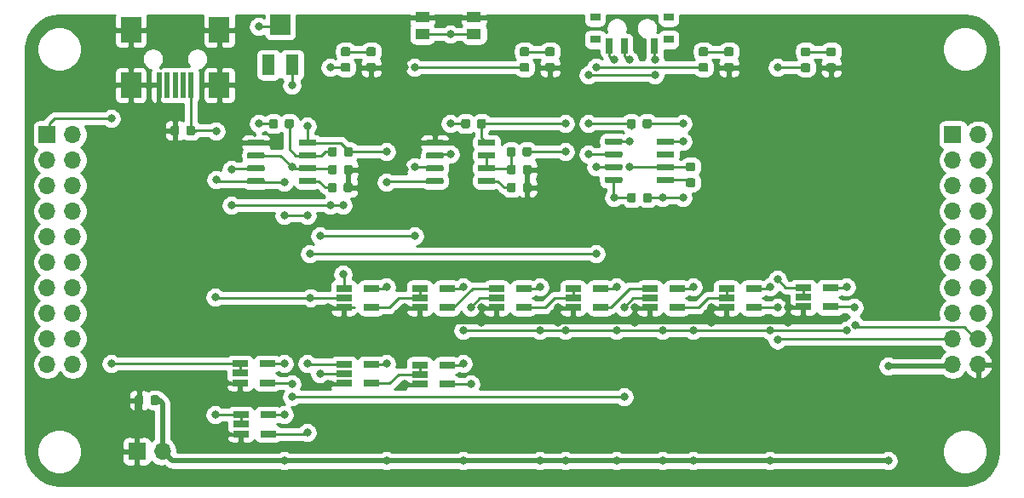
<source format=gbr>
G04 #@! TF.GenerationSoftware,KiCad,Pcbnew,(5.1.5)-3*
G04 #@! TF.CreationDate,2021-01-18T17:20:57+00:00*
G04 #@! TF.ProjectId,Little Logic Computer - Power+Timing,4c697474-6c65-4204-9c6f-67696320436f,rev?*
G04 #@! TF.SameCoordinates,Original*
G04 #@! TF.FileFunction,Copper,L1,Top*
G04 #@! TF.FilePolarity,Positive*
%FSLAX46Y46*%
G04 Gerber Fmt 4.6, Leading zero omitted, Abs format (unit mm)*
G04 Created by KiCad (PCBNEW (5.1.5)-3) date 2021-01-18 17:20:57*
%MOMM*%
%LPD*%
G04 APERTURE LIST*
%ADD10R,1.560000X0.650000*%
%ADD11R,0.500000X2.500000*%
%ADD12R,2.000000X2.500000*%
%ADD13C,0.100000*%
%ADD14O,1.700000X1.700000*%
%ADD15R,1.700000X1.700000*%
%ADD16R,1.000000X0.800000*%
%ADD17R,0.700000X1.500000*%
%ADD18R,1.450000X1.000000*%
%ADD19R,1.300000X2.000000*%
%ADD20R,2.000000X2.000000*%
%ADD21C,0.800000*%
%ADD22C,0.250000*%
%ADD23C,0.500000*%
%ADD24C,0.254000*%
G04 APERTURE END LIST*
D10*
X183218000Y-105730000D03*
X183218000Y-107630000D03*
X180518000Y-107630000D03*
X180518000Y-106680000D03*
X180518000Y-105730000D03*
X175598000Y-105796000D03*
X175598000Y-107696000D03*
X172898000Y-107696000D03*
X172898000Y-106746000D03*
X172898000Y-105796000D03*
X160358000Y-105796000D03*
X160358000Y-107696000D03*
X157658000Y-107696000D03*
X157658000Y-106746000D03*
X157658000Y-105796000D03*
X167978000Y-105796000D03*
X167978000Y-107696000D03*
X165278000Y-107696000D03*
X165278000Y-106746000D03*
X165278000Y-105796000D03*
X152738000Y-105796000D03*
X152738000Y-107696000D03*
X150038000Y-107696000D03*
X150038000Y-106746000D03*
X150038000Y-105796000D03*
X145118000Y-113416000D03*
X145118000Y-115316000D03*
X142418000Y-115316000D03*
X142418000Y-114366000D03*
X142418000Y-113416000D03*
X145118000Y-105796000D03*
X145118000Y-107696000D03*
X142418000Y-107696000D03*
X142418000Y-106746000D03*
X142418000Y-105796000D03*
X137592000Y-113350000D03*
X137592000Y-115250000D03*
X134892000Y-115250000D03*
X134892000Y-114300000D03*
X134892000Y-113350000D03*
X137592000Y-105796000D03*
X137592000Y-107696000D03*
X134892000Y-107696000D03*
X134892000Y-106746000D03*
X134892000Y-105796000D03*
X127258000Y-113284000D03*
X127258000Y-115184000D03*
X124558000Y-115184000D03*
X124558000Y-114234000D03*
X124558000Y-113284000D03*
X127338000Y-118364000D03*
X127338000Y-120264000D03*
X124638000Y-120264000D03*
X124638000Y-119314000D03*
X124638000Y-118364000D03*
D11*
X116510000Y-85582000D03*
X117310000Y-85582000D03*
X118110000Y-85582000D03*
X118910000Y-85582000D03*
X119710000Y-85582000D03*
D12*
X113710000Y-85582000D03*
X122510000Y-85582000D03*
X113710000Y-80082000D03*
X122510000Y-80082000D03*
G04 #@! TA.AperFunction,SMDPad,CuDef*
D13*
G36*
X118324691Y-89620053D02*
G01*
X118345926Y-89623203D01*
X118366750Y-89628419D01*
X118386962Y-89635651D01*
X118406368Y-89644830D01*
X118424781Y-89655866D01*
X118442024Y-89668654D01*
X118457930Y-89683070D01*
X118472346Y-89698976D01*
X118485134Y-89716219D01*
X118496170Y-89734632D01*
X118505349Y-89754038D01*
X118512581Y-89774250D01*
X118517797Y-89795074D01*
X118520947Y-89816309D01*
X118522000Y-89837750D01*
X118522000Y-90350250D01*
X118520947Y-90371691D01*
X118517797Y-90392926D01*
X118512581Y-90413750D01*
X118505349Y-90433962D01*
X118496170Y-90453368D01*
X118485134Y-90471781D01*
X118472346Y-90489024D01*
X118457930Y-90504930D01*
X118442024Y-90519346D01*
X118424781Y-90532134D01*
X118406368Y-90543170D01*
X118386962Y-90552349D01*
X118366750Y-90559581D01*
X118345926Y-90564797D01*
X118324691Y-90567947D01*
X118303250Y-90569000D01*
X117865750Y-90569000D01*
X117844309Y-90567947D01*
X117823074Y-90564797D01*
X117802250Y-90559581D01*
X117782038Y-90552349D01*
X117762632Y-90543170D01*
X117744219Y-90532134D01*
X117726976Y-90519346D01*
X117711070Y-90504930D01*
X117696654Y-90489024D01*
X117683866Y-90471781D01*
X117672830Y-90453368D01*
X117663651Y-90433962D01*
X117656419Y-90413750D01*
X117651203Y-90392926D01*
X117648053Y-90371691D01*
X117647000Y-90350250D01*
X117647000Y-89837750D01*
X117648053Y-89816309D01*
X117651203Y-89795074D01*
X117656419Y-89774250D01*
X117663651Y-89754038D01*
X117672830Y-89734632D01*
X117683866Y-89716219D01*
X117696654Y-89698976D01*
X117711070Y-89683070D01*
X117726976Y-89668654D01*
X117744219Y-89655866D01*
X117762632Y-89644830D01*
X117782038Y-89635651D01*
X117802250Y-89628419D01*
X117823074Y-89623203D01*
X117844309Y-89620053D01*
X117865750Y-89619000D01*
X118303250Y-89619000D01*
X118324691Y-89620053D01*
G37*
G04 #@! TD.AperFunction*
G04 #@! TA.AperFunction,SMDPad,CuDef*
G36*
X119899691Y-89620053D02*
G01*
X119920926Y-89623203D01*
X119941750Y-89628419D01*
X119961962Y-89635651D01*
X119981368Y-89644830D01*
X119999781Y-89655866D01*
X120017024Y-89668654D01*
X120032930Y-89683070D01*
X120047346Y-89698976D01*
X120060134Y-89716219D01*
X120071170Y-89734632D01*
X120080349Y-89754038D01*
X120087581Y-89774250D01*
X120092797Y-89795074D01*
X120095947Y-89816309D01*
X120097000Y-89837750D01*
X120097000Y-90350250D01*
X120095947Y-90371691D01*
X120092797Y-90392926D01*
X120087581Y-90413750D01*
X120080349Y-90433962D01*
X120071170Y-90453368D01*
X120060134Y-90471781D01*
X120047346Y-90489024D01*
X120032930Y-90504930D01*
X120017024Y-90519346D01*
X119999781Y-90532134D01*
X119981368Y-90543170D01*
X119961962Y-90552349D01*
X119941750Y-90559581D01*
X119920926Y-90564797D01*
X119899691Y-90567947D01*
X119878250Y-90569000D01*
X119440750Y-90569000D01*
X119419309Y-90567947D01*
X119398074Y-90564797D01*
X119377250Y-90559581D01*
X119357038Y-90552349D01*
X119337632Y-90543170D01*
X119319219Y-90532134D01*
X119301976Y-90519346D01*
X119286070Y-90504930D01*
X119271654Y-90489024D01*
X119258866Y-90471781D01*
X119247830Y-90453368D01*
X119238651Y-90433962D01*
X119231419Y-90413750D01*
X119226203Y-90392926D01*
X119223053Y-90371691D01*
X119222000Y-90350250D01*
X119222000Y-89837750D01*
X119223053Y-89816309D01*
X119226203Y-89795074D01*
X119231419Y-89774250D01*
X119238651Y-89754038D01*
X119247830Y-89734632D01*
X119258866Y-89716219D01*
X119271654Y-89698976D01*
X119286070Y-89683070D01*
X119301976Y-89668654D01*
X119319219Y-89655866D01*
X119337632Y-89644830D01*
X119357038Y-89635651D01*
X119377250Y-89628419D01*
X119398074Y-89623203D01*
X119419309Y-89620053D01*
X119440750Y-89619000D01*
X119878250Y-89619000D01*
X119899691Y-89620053D01*
G37*
G04 #@! TD.AperFunction*
G04 #@! TA.AperFunction,SMDPad,CuDef*
G36*
X149796703Y-91013722D02*
G01*
X149811264Y-91015882D01*
X149825543Y-91019459D01*
X149839403Y-91024418D01*
X149852710Y-91030712D01*
X149865336Y-91038280D01*
X149877159Y-91047048D01*
X149888066Y-91056934D01*
X149897952Y-91067841D01*
X149906720Y-91079664D01*
X149914288Y-91092290D01*
X149920582Y-91105597D01*
X149925541Y-91119457D01*
X149929118Y-91133736D01*
X149931278Y-91148297D01*
X149932000Y-91163000D01*
X149932000Y-91463000D01*
X149931278Y-91477703D01*
X149929118Y-91492264D01*
X149925541Y-91506543D01*
X149920582Y-91520403D01*
X149914288Y-91533710D01*
X149906720Y-91546336D01*
X149897952Y-91558159D01*
X149888066Y-91569066D01*
X149877159Y-91578952D01*
X149865336Y-91587720D01*
X149852710Y-91595288D01*
X149839403Y-91601582D01*
X149825543Y-91606541D01*
X149811264Y-91610118D01*
X149796703Y-91612278D01*
X149782000Y-91613000D01*
X148332000Y-91613000D01*
X148317297Y-91612278D01*
X148302736Y-91610118D01*
X148288457Y-91606541D01*
X148274597Y-91601582D01*
X148261290Y-91595288D01*
X148248664Y-91587720D01*
X148236841Y-91578952D01*
X148225934Y-91569066D01*
X148216048Y-91558159D01*
X148207280Y-91546336D01*
X148199712Y-91533710D01*
X148193418Y-91520403D01*
X148188459Y-91506543D01*
X148184882Y-91492264D01*
X148182722Y-91477703D01*
X148182000Y-91463000D01*
X148182000Y-91163000D01*
X148182722Y-91148297D01*
X148184882Y-91133736D01*
X148188459Y-91119457D01*
X148193418Y-91105597D01*
X148199712Y-91092290D01*
X148207280Y-91079664D01*
X148216048Y-91067841D01*
X148225934Y-91056934D01*
X148236841Y-91047048D01*
X148248664Y-91038280D01*
X148261290Y-91030712D01*
X148274597Y-91024418D01*
X148288457Y-91019459D01*
X148302736Y-91015882D01*
X148317297Y-91013722D01*
X148332000Y-91013000D01*
X149782000Y-91013000D01*
X149796703Y-91013722D01*
G37*
G04 #@! TD.AperFunction*
G04 #@! TA.AperFunction,SMDPad,CuDef*
G36*
X149796703Y-92283722D02*
G01*
X149811264Y-92285882D01*
X149825543Y-92289459D01*
X149839403Y-92294418D01*
X149852710Y-92300712D01*
X149865336Y-92308280D01*
X149877159Y-92317048D01*
X149888066Y-92326934D01*
X149897952Y-92337841D01*
X149906720Y-92349664D01*
X149914288Y-92362290D01*
X149920582Y-92375597D01*
X149925541Y-92389457D01*
X149929118Y-92403736D01*
X149931278Y-92418297D01*
X149932000Y-92433000D01*
X149932000Y-92733000D01*
X149931278Y-92747703D01*
X149929118Y-92762264D01*
X149925541Y-92776543D01*
X149920582Y-92790403D01*
X149914288Y-92803710D01*
X149906720Y-92816336D01*
X149897952Y-92828159D01*
X149888066Y-92839066D01*
X149877159Y-92848952D01*
X149865336Y-92857720D01*
X149852710Y-92865288D01*
X149839403Y-92871582D01*
X149825543Y-92876541D01*
X149811264Y-92880118D01*
X149796703Y-92882278D01*
X149782000Y-92883000D01*
X148332000Y-92883000D01*
X148317297Y-92882278D01*
X148302736Y-92880118D01*
X148288457Y-92876541D01*
X148274597Y-92871582D01*
X148261290Y-92865288D01*
X148248664Y-92857720D01*
X148236841Y-92848952D01*
X148225934Y-92839066D01*
X148216048Y-92828159D01*
X148207280Y-92816336D01*
X148199712Y-92803710D01*
X148193418Y-92790403D01*
X148188459Y-92776543D01*
X148184882Y-92762264D01*
X148182722Y-92747703D01*
X148182000Y-92733000D01*
X148182000Y-92433000D01*
X148182722Y-92418297D01*
X148184882Y-92403736D01*
X148188459Y-92389457D01*
X148193418Y-92375597D01*
X148199712Y-92362290D01*
X148207280Y-92349664D01*
X148216048Y-92337841D01*
X148225934Y-92326934D01*
X148236841Y-92317048D01*
X148248664Y-92308280D01*
X148261290Y-92300712D01*
X148274597Y-92294418D01*
X148288457Y-92289459D01*
X148302736Y-92285882D01*
X148317297Y-92283722D01*
X148332000Y-92283000D01*
X149782000Y-92283000D01*
X149796703Y-92283722D01*
G37*
G04 #@! TD.AperFunction*
G04 #@! TA.AperFunction,SMDPad,CuDef*
G36*
X149796703Y-93553722D02*
G01*
X149811264Y-93555882D01*
X149825543Y-93559459D01*
X149839403Y-93564418D01*
X149852710Y-93570712D01*
X149865336Y-93578280D01*
X149877159Y-93587048D01*
X149888066Y-93596934D01*
X149897952Y-93607841D01*
X149906720Y-93619664D01*
X149914288Y-93632290D01*
X149920582Y-93645597D01*
X149925541Y-93659457D01*
X149929118Y-93673736D01*
X149931278Y-93688297D01*
X149932000Y-93703000D01*
X149932000Y-94003000D01*
X149931278Y-94017703D01*
X149929118Y-94032264D01*
X149925541Y-94046543D01*
X149920582Y-94060403D01*
X149914288Y-94073710D01*
X149906720Y-94086336D01*
X149897952Y-94098159D01*
X149888066Y-94109066D01*
X149877159Y-94118952D01*
X149865336Y-94127720D01*
X149852710Y-94135288D01*
X149839403Y-94141582D01*
X149825543Y-94146541D01*
X149811264Y-94150118D01*
X149796703Y-94152278D01*
X149782000Y-94153000D01*
X148332000Y-94153000D01*
X148317297Y-94152278D01*
X148302736Y-94150118D01*
X148288457Y-94146541D01*
X148274597Y-94141582D01*
X148261290Y-94135288D01*
X148248664Y-94127720D01*
X148236841Y-94118952D01*
X148225934Y-94109066D01*
X148216048Y-94098159D01*
X148207280Y-94086336D01*
X148199712Y-94073710D01*
X148193418Y-94060403D01*
X148188459Y-94046543D01*
X148184882Y-94032264D01*
X148182722Y-94017703D01*
X148182000Y-94003000D01*
X148182000Y-93703000D01*
X148182722Y-93688297D01*
X148184882Y-93673736D01*
X148188459Y-93659457D01*
X148193418Y-93645597D01*
X148199712Y-93632290D01*
X148207280Y-93619664D01*
X148216048Y-93607841D01*
X148225934Y-93596934D01*
X148236841Y-93587048D01*
X148248664Y-93578280D01*
X148261290Y-93570712D01*
X148274597Y-93564418D01*
X148288457Y-93559459D01*
X148302736Y-93555882D01*
X148317297Y-93553722D01*
X148332000Y-93553000D01*
X149782000Y-93553000D01*
X149796703Y-93553722D01*
G37*
G04 #@! TD.AperFunction*
G04 #@! TA.AperFunction,SMDPad,CuDef*
G36*
X149796703Y-94823722D02*
G01*
X149811264Y-94825882D01*
X149825543Y-94829459D01*
X149839403Y-94834418D01*
X149852710Y-94840712D01*
X149865336Y-94848280D01*
X149877159Y-94857048D01*
X149888066Y-94866934D01*
X149897952Y-94877841D01*
X149906720Y-94889664D01*
X149914288Y-94902290D01*
X149920582Y-94915597D01*
X149925541Y-94929457D01*
X149929118Y-94943736D01*
X149931278Y-94958297D01*
X149932000Y-94973000D01*
X149932000Y-95273000D01*
X149931278Y-95287703D01*
X149929118Y-95302264D01*
X149925541Y-95316543D01*
X149920582Y-95330403D01*
X149914288Y-95343710D01*
X149906720Y-95356336D01*
X149897952Y-95368159D01*
X149888066Y-95379066D01*
X149877159Y-95388952D01*
X149865336Y-95397720D01*
X149852710Y-95405288D01*
X149839403Y-95411582D01*
X149825543Y-95416541D01*
X149811264Y-95420118D01*
X149796703Y-95422278D01*
X149782000Y-95423000D01*
X148332000Y-95423000D01*
X148317297Y-95422278D01*
X148302736Y-95420118D01*
X148288457Y-95416541D01*
X148274597Y-95411582D01*
X148261290Y-95405288D01*
X148248664Y-95397720D01*
X148236841Y-95388952D01*
X148225934Y-95379066D01*
X148216048Y-95368159D01*
X148207280Y-95356336D01*
X148199712Y-95343710D01*
X148193418Y-95330403D01*
X148188459Y-95316543D01*
X148184882Y-95302264D01*
X148182722Y-95287703D01*
X148182000Y-95273000D01*
X148182000Y-94973000D01*
X148182722Y-94958297D01*
X148184882Y-94943736D01*
X148188459Y-94929457D01*
X148193418Y-94915597D01*
X148199712Y-94902290D01*
X148207280Y-94889664D01*
X148216048Y-94877841D01*
X148225934Y-94866934D01*
X148236841Y-94857048D01*
X148248664Y-94848280D01*
X148261290Y-94840712D01*
X148274597Y-94834418D01*
X148288457Y-94829459D01*
X148302736Y-94825882D01*
X148317297Y-94823722D01*
X148332000Y-94823000D01*
X149782000Y-94823000D01*
X149796703Y-94823722D01*
G37*
G04 #@! TD.AperFunction*
G04 #@! TA.AperFunction,SMDPad,CuDef*
G36*
X144646703Y-94823722D02*
G01*
X144661264Y-94825882D01*
X144675543Y-94829459D01*
X144689403Y-94834418D01*
X144702710Y-94840712D01*
X144715336Y-94848280D01*
X144727159Y-94857048D01*
X144738066Y-94866934D01*
X144747952Y-94877841D01*
X144756720Y-94889664D01*
X144764288Y-94902290D01*
X144770582Y-94915597D01*
X144775541Y-94929457D01*
X144779118Y-94943736D01*
X144781278Y-94958297D01*
X144782000Y-94973000D01*
X144782000Y-95273000D01*
X144781278Y-95287703D01*
X144779118Y-95302264D01*
X144775541Y-95316543D01*
X144770582Y-95330403D01*
X144764288Y-95343710D01*
X144756720Y-95356336D01*
X144747952Y-95368159D01*
X144738066Y-95379066D01*
X144727159Y-95388952D01*
X144715336Y-95397720D01*
X144702710Y-95405288D01*
X144689403Y-95411582D01*
X144675543Y-95416541D01*
X144661264Y-95420118D01*
X144646703Y-95422278D01*
X144632000Y-95423000D01*
X143182000Y-95423000D01*
X143167297Y-95422278D01*
X143152736Y-95420118D01*
X143138457Y-95416541D01*
X143124597Y-95411582D01*
X143111290Y-95405288D01*
X143098664Y-95397720D01*
X143086841Y-95388952D01*
X143075934Y-95379066D01*
X143066048Y-95368159D01*
X143057280Y-95356336D01*
X143049712Y-95343710D01*
X143043418Y-95330403D01*
X143038459Y-95316543D01*
X143034882Y-95302264D01*
X143032722Y-95287703D01*
X143032000Y-95273000D01*
X143032000Y-94973000D01*
X143032722Y-94958297D01*
X143034882Y-94943736D01*
X143038459Y-94929457D01*
X143043418Y-94915597D01*
X143049712Y-94902290D01*
X143057280Y-94889664D01*
X143066048Y-94877841D01*
X143075934Y-94866934D01*
X143086841Y-94857048D01*
X143098664Y-94848280D01*
X143111290Y-94840712D01*
X143124597Y-94834418D01*
X143138457Y-94829459D01*
X143152736Y-94825882D01*
X143167297Y-94823722D01*
X143182000Y-94823000D01*
X144632000Y-94823000D01*
X144646703Y-94823722D01*
G37*
G04 #@! TD.AperFunction*
G04 #@! TA.AperFunction,SMDPad,CuDef*
G36*
X144646703Y-93553722D02*
G01*
X144661264Y-93555882D01*
X144675543Y-93559459D01*
X144689403Y-93564418D01*
X144702710Y-93570712D01*
X144715336Y-93578280D01*
X144727159Y-93587048D01*
X144738066Y-93596934D01*
X144747952Y-93607841D01*
X144756720Y-93619664D01*
X144764288Y-93632290D01*
X144770582Y-93645597D01*
X144775541Y-93659457D01*
X144779118Y-93673736D01*
X144781278Y-93688297D01*
X144782000Y-93703000D01*
X144782000Y-94003000D01*
X144781278Y-94017703D01*
X144779118Y-94032264D01*
X144775541Y-94046543D01*
X144770582Y-94060403D01*
X144764288Y-94073710D01*
X144756720Y-94086336D01*
X144747952Y-94098159D01*
X144738066Y-94109066D01*
X144727159Y-94118952D01*
X144715336Y-94127720D01*
X144702710Y-94135288D01*
X144689403Y-94141582D01*
X144675543Y-94146541D01*
X144661264Y-94150118D01*
X144646703Y-94152278D01*
X144632000Y-94153000D01*
X143182000Y-94153000D01*
X143167297Y-94152278D01*
X143152736Y-94150118D01*
X143138457Y-94146541D01*
X143124597Y-94141582D01*
X143111290Y-94135288D01*
X143098664Y-94127720D01*
X143086841Y-94118952D01*
X143075934Y-94109066D01*
X143066048Y-94098159D01*
X143057280Y-94086336D01*
X143049712Y-94073710D01*
X143043418Y-94060403D01*
X143038459Y-94046543D01*
X143034882Y-94032264D01*
X143032722Y-94017703D01*
X143032000Y-94003000D01*
X143032000Y-93703000D01*
X143032722Y-93688297D01*
X143034882Y-93673736D01*
X143038459Y-93659457D01*
X143043418Y-93645597D01*
X143049712Y-93632290D01*
X143057280Y-93619664D01*
X143066048Y-93607841D01*
X143075934Y-93596934D01*
X143086841Y-93587048D01*
X143098664Y-93578280D01*
X143111290Y-93570712D01*
X143124597Y-93564418D01*
X143138457Y-93559459D01*
X143152736Y-93555882D01*
X143167297Y-93553722D01*
X143182000Y-93553000D01*
X144632000Y-93553000D01*
X144646703Y-93553722D01*
G37*
G04 #@! TD.AperFunction*
G04 #@! TA.AperFunction,SMDPad,CuDef*
G36*
X144646703Y-92283722D02*
G01*
X144661264Y-92285882D01*
X144675543Y-92289459D01*
X144689403Y-92294418D01*
X144702710Y-92300712D01*
X144715336Y-92308280D01*
X144727159Y-92317048D01*
X144738066Y-92326934D01*
X144747952Y-92337841D01*
X144756720Y-92349664D01*
X144764288Y-92362290D01*
X144770582Y-92375597D01*
X144775541Y-92389457D01*
X144779118Y-92403736D01*
X144781278Y-92418297D01*
X144782000Y-92433000D01*
X144782000Y-92733000D01*
X144781278Y-92747703D01*
X144779118Y-92762264D01*
X144775541Y-92776543D01*
X144770582Y-92790403D01*
X144764288Y-92803710D01*
X144756720Y-92816336D01*
X144747952Y-92828159D01*
X144738066Y-92839066D01*
X144727159Y-92848952D01*
X144715336Y-92857720D01*
X144702710Y-92865288D01*
X144689403Y-92871582D01*
X144675543Y-92876541D01*
X144661264Y-92880118D01*
X144646703Y-92882278D01*
X144632000Y-92883000D01*
X143182000Y-92883000D01*
X143167297Y-92882278D01*
X143152736Y-92880118D01*
X143138457Y-92876541D01*
X143124597Y-92871582D01*
X143111290Y-92865288D01*
X143098664Y-92857720D01*
X143086841Y-92848952D01*
X143075934Y-92839066D01*
X143066048Y-92828159D01*
X143057280Y-92816336D01*
X143049712Y-92803710D01*
X143043418Y-92790403D01*
X143038459Y-92776543D01*
X143034882Y-92762264D01*
X143032722Y-92747703D01*
X143032000Y-92733000D01*
X143032000Y-92433000D01*
X143032722Y-92418297D01*
X143034882Y-92403736D01*
X143038459Y-92389457D01*
X143043418Y-92375597D01*
X143049712Y-92362290D01*
X143057280Y-92349664D01*
X143066048Y-92337841D01*
X143075934Y-92326934D01*
X143086841Y-92317048D01*
X143098664Y-92308280D01*
X143111290Y-92300712D01*
X143124597Y-92294418D01*
X143138457Y-92289459D01*
X143152736Y-92285882D01*
X143167297Y-92283722D01*
X143182000Y-92283000D01*
X144632000Y-92283000D01*
X144646703Y-92283722D01*
G37*
G04 #@! TD.AperFunction*
G04 #@! TA.AperFunction,SMDPad,CuDef*
G36*
X144646703Y-91013722D02*
G01*
X144661264Y-91015882D01*
X144675543Y-91019459D01*
X144689403Y-91024418D01*
X144702710Y-91030712D01*
X144715336Y-91038280D01*
X144727159Y-91047048D01*
X144738066Y-91056934D01*
X144747952Y-91067841D01*
X144756720Y-91079664D01*
X144764288Y-91092290D01*
X144770582Y-91105597D01*
X144775541Y-91119457D01*
X144779118Y-91133736D01*
X144781278Y-91148297D01*
X144782000Y-91163000D01*
X144782000Y-91463000D01*
X144781278Y-91477703D01*
X144779118Y-91492264D01*
X144775541Y-91506543D01*
X144770582Y-91520403D01*
X144764288Y-91533710D01*
X144756720Y-91546336D01*
X144747952Y-91558159D01*
X144738066Y-91569066D01*
X144727159Y-91578952D01*
X144715336Y-91587720D01*
X144702710Y-91595288D01*
X144689403Y-91601582D01*
X144675543Y-91606541D01*
X144661264Y-91610118D01*
X144646703Y-91612278D01*
X144632000Y-91613000D01*
X143182000Y-91613000D01*
X143167297Y-91612278D01*
X143152736Y-91610118D01*
X143138457Y-91606541D01*
X143124597Y-91601582D01*
X143111290Y-91595288D01*
X143098664Y-91587720D01*
X143086841Y-91578952D01*
X143075934Y-91569066D01*
X143066048Y-91558159D01*
X143057280Y-91546336D01*
X143049712Y-91533710D01*
X143043418Y-91520403D01*
X143038459Y-91506543D01*
X143034882Y-91492264D01*
X143032722Y-91477703D01*
X143032000Y-91463000D01*
X143032000Y-91163000D01*
X143032722Y-91148297D01*
X143034882Y-91133736D01*
X143038459Y-91119457D01*
X143043418Y-91105597D01*
X143049712Y-91092290D01*
X143057280Y-91079664D01*
X143066048Y-91067841D01*
X143075934Y-91056934D01*
X143086841Y-91047048D01*
X143098664Y-91038280D01*
X143111290Y-91030712D01*
X143124597Y-91024418D01*
X143138457Y-91019459D01*
X143152736Y-91015882D01*
X143167297Y-91013722D01*
X143182000Y-91013000D01*
X144632000Y-91013000D01*
X144646703Y-91013722D01*
G37*
G04 #@! TD.AperFunction*
G04 #@! TA.AperFunction,SMDPad,CuDef*
G36*
X167576703Y-90886722D02*
G01*
X167591264Y-90888882D01*
X167605543Y-90892459D01*
X167619403Y-90897418D01*
X167632710Y-90903712D01*
X167645336Y-90911280D01*
X167657159Y-90920048D01*
X167668066Y-90929934D01*
X167677952Y-90940841D01*
X167686720Y-90952664D01*
X167694288Y-90965290D01*
X167700582Y-90978597D01*
X167705541Y-90992457D01*
X167709118Y-91006736D01*
X167711278Y-91021297D01*
X167712000Y-91036000D01*
X167712000Y-91336000D01*
X167711278Y-91350703D01*
X167709118Y-91365264D01*
X167705541Y-91379543D01*
X167700582Y-91393403D01*
X167694288Y-91406710D01*
X167686720Y-91419336D01*
X167677952Y-91431159D01*
X167668066Y-91442066D01*
X167657159Y-91451952D01*
X167645336Y-91460720D01*
X167632710Y-91468288D01*
X167619403Y-91474582D01*
X167605543Y-91479541D01*
X167591264Y-91483118D01*
X167576703Y-91485278D01*
X167562000Y-91486000D01*
X166112000Y-91486000D01*
X166097297Y-91485278D01*
X166082736Y-91483118D01*
X166068457Y-91479541D01*
X166054597Y-91474582D01*
X166041290Y-91468288D01*
X166028664Y-91460720D01*
X166016841Y-91451952D01*
X166005934Y-91442066D01*
X165996048Y-91431159D01*
X165987280Y-91419336D01*
X165979712Y-91406710D01*
X165973418Y-91393403D01*
X165968459Y-91379543D01*
X165964882Y-91365264D01*
X165962722Y-91350703D01*
X165962000Y-91336000D01*
X165962000Y-91036000D01*
X165962722Y-91021297D01*
X165964882Y-91006736D01*
X165968459Y-90992457D01*
X165973418Y-90978597D01*
X165979712Y-90965290D01*
X165987280Y-90952664D01*
X165996048Y-90940841D01*
X166005934Y-90929934D01*
X166016841Y-90920048D01*
X166028664Y-90911280D01*
X166041290Y-90903712D01*
X166054597Y-90897418D01*
X166068457Y-90892459D01*
X166082736Y-90888882D01*
X166097297Y-90886722D01*
X166112000Y-90886000D01*
X167562000Y-90886000D01*
X167576703Y-90886722D01*
G37*
G04 #@! TD.AperFunction*
G04 #@! TA.AperFunction,SMDPad,CuDef*
G36*
X167576703Y-92156722D02*
G01*
X167591264Y-92158882D01*
X167605543Y-92162459D01*
X167619403Y-92167418D01*
X167632710Y-92173712D01*
X167645336Y-92181280D01*
X167657159Y-92190048D01*
X167668066Y-92199934D01*
X167677952Y-92210841D01*
X167686720Y-92222664D01*
X167694288Y-92235290D01*
X167700582Y-92248597D01*
X167705541Y-92262457D01*
X167709118Y-92276736D01*
X167711278Y-92291297D01*
X167712000Y-92306000D01*
X167712000Y-92606000D01*
X167711278Y-92620703D01*
X167709118Y-92635264D01*
X167705541Y-92649543D01*
X167700582Y-92663403D01*
X167694288Y-92676710D01*
X167686720Y-92689336D01*
X167677952Y-92701159D01*
X167668066Y-92712066D01*
X167657159Y-92721952D01*
X167645336Y-92730720D01*
X167632710Y-92738288D01*
X167619403Y-92744582D01*
X167605543Y-92749541D01*
X167591264Y-92753118D01*
X167576703Y-92755278D01*
X167562000Y-92756000D01*
X166112000Y-92756000D01*
X166097297Y-92755278D01*
X166082736Y-92753118D01*
X166068457Y-92749541D01*
X166054597Y-92744582D01*
X166041290Y-92738288D01*
X166028664Y-92730720D01*
X166016841Y-92721952D01*
X166005934Y-92712066D01*
X165996048Y-92701159D01*
X165987280Y-92689336D01*
X165979712Y-92676710D01*
X165973418Y-92663403D01*
X165968459Y-92649543D01*
X165964882Y-92635264D01*
X165962722Y-92620703D01*
X165962000Y-92606000D01*
X165962000Y-92306000D01*
X165962722Y-92291297D01*
X165964882Y-92276736D01*
X165968459Y-92262457D01*
X165973418Y-92248597D01*
X165979712Y-92235290D01*
X165987280Y-92222664D01*
X165996048Y-92210841D01*
X166005934Y-92199934D01*
X166016841Y-92190048D01*
X166028664Y-92181280D01*
X166041290Y-92173712D01*
X166054597Y-92167418D01*
X166068457Y-92162459D01*
X166082736Y-92158882D01*
X166097297Y-92156722D01*
X166112000Y-92156000D01*
X167562000Y-92156000D01*
X167576703Y-92156722D01*
G37*
G04 #@! TD.AperFunction*
G04 #@! TA.AperFunction,SMDPad,CuDef*
G36*
X167576703Y-93426722D02*
G01*
X167591264Y-93428882D01*
X167605543Y-93432459D01*
X167619403Y-93437418D01*
X167632710Y-93443712D01*
X167645336Y-93451280D01*
X167657159Y-93460048D01*
X167668066Y-93469934D01*
X167677952Y-93480841D01*
X167686720Y-93492664D01*
X167694288Y-93505290D01*
X167700582Y-93518597D01*
X167705541Y-93532457D01*
X167709118Y-93546736D01*
X167711278Y-93561297D01*
X167712000Y-93576000D01*
X167712000Y-93876000D01*
X167711278Y-93890703D01*
X167709118Y-93905264D01*
X167705541Y-93919543D01*
X167700582Y-93933403D01*
X167694288Y-93946710D01*
X167686720Y-93959336D01*
X167677952Y-93971159D01*
X167668066Y-93982066D01*
X167657159Y-93991952D01*
X167645336Y-94000720D01*
X167632710Y-94008288D01*
X167619403Y-94014582D01*
X167605543Y-94019541D01*
X167591264Y-94023118D01*
X167576703Y-94025278D01*
X167562000Y-94026000D01*
X166112000Y-94026000D01*
X166097297Y-94025278D01*
X166082736Y-94023118D01*
X166068457Y-94019541D01*
X166054597Y-94014582D01*
X166041290Y-94008288D01*
X166028664Y-94000720D01*
X166016841Y-93991952D01*
X166005934Y-93982066D01*
X165996048Y-93971159D01*
X165987280Y-93959336D01*
X165979712Y-93946710D01*
X165973418Y-93933403D01*
X165968459Y-93919543D01*
X165964882Y-93905264D01*
X165962722Y-93890703D01*
X165962000Y-93876000D01*
X165962000Y-93576000D01*
X165962722Y-93561297D01*
X165964882Y-93546736D01*
X165968459Y-93532457D01*
X165973418Y-93518597D01*
X165979712Y-93505290D01*
X165987280Y-93492664D01*
X165996048Y-93480841D01*
X166005934Y-93469934D01*
X166016841Y-93460048D01*
X166028664Y-93451280D01*
X166041290Y-93443712D01*
X166054597Y-93437418D01*
X166068457Y-93432459D01*
X166082736Y-93428882D01*
X166097297Y-93426722D01*
X166112000Y-93426000D01*
X167562000Y-93426000D01*
X167576703Y-93426722D01*
G37*
G04 #@! TD.AperFunction*
G04 #@! TA.AperFunction,SMDPad,CuDef*
G36*
X167576703Y-94696722D02*
G01*
X167591264Y-94698882D01*
X167605543Y-94702459D01*
X167619403Y-94707418D01*
X167632710Y-94713712D01*
X167645336Y-94721280D01*
X167657159Y-94730048D01*
X167668066Y-94739934D01*
X167677952Y-94750841D01*
X167686720Y-94762664D01*
X167694288Y-94775290D01*
X167700582Y-94788597D01*
X167705541Y-94802457D01*
X167709118Y-94816736D01*
X167711278Y-94831297D01*
X167712000Y-94846000D01*
X167712000Y-95146000D01*
X167711278Y-95160703D01*
X167709118Y-95175264D01*
X167705541Y-95189543D01*
X167700582Y-95203403D01*
X167694288Y-95216710D01*
X167686720Y-95229336D01*
X167677952Y-95241159D01*
X167668066Y-95252066D01*
X167657159Y-95261952D01*
X167645336Y-95270720D01*
X167632710Y-95278288D01*
X167619403Y-95284582D01*
X167605543Y-95289541D01*
X167591264Y-95293118D01*
X167576703Y-95295278D01*
X167562000Y-95296000D01*
X166112000Y-95296000D01*
X166097297Y-95295278D01*
X166082736Y-95293118D01*
X166068457Y-95289541D01*
X166054597Y-95284582D01*
X166041290Y-95278288D01*
X166028664Y-95270720D01*
X166016841Y-95261952D01*
X166005934Y-95252066D01*
X165996048Y-95241159D01*
X165987280Y-95229336D01*
X165979712Y-95216710D01*
X165973418Y-95203403D01*
X165968459Y-95189543D01*
X165964882Y-95175264D01*
X165962722Y-95160703D01*
X165962000Y-95146000D01*
X165962000Y-94846000D01*
X165962722Y-94831297D01*
X165964882Y-94816736D01*
X165968459Y-94802457D01*
X165973418Y-94788597D01*
X165979712Y-94775290D01*
X165987280Y-94762664D01*
X165996048Y-94750841D01*
X166005934Y-94739934D01*
X166016841Y-94730048D01*
X166028664Y-94721280D01*
X166041290Y-94713712D01*
X166054597Y-94707418D01*
X166068457Y-94702459D01*
X166082736Y-94698882D01*
X166097297Y-94696722D01*
X166112000Y-94696000D01*
X167562000Y-94696000D01*
X167576703Y-94696722D01*
G37*
G04 #@! TD.AperFunction*
G04 #@! TA.AperFunction,SMDPad,CuDef*
G36*
X162426703Y-94696722D02*
G01*
X162441264Y-94698882D01*
X162455543Y-94702459D01*
X162469403Y-94707418D01*
X162482710Y-94713712D01*
X162495336Y-94721280D01*
X162507159Y-94730048D01*
X162518066Y-94739934D01*
X162527952Y-94750841D01*
X162536720Y-94762664D01*
X162544288Y-94775290D01*
X162550582Y-94788597D01*
X162555541Y-94802457D01*
X162559118Y-94816736D01*
X162561278Y-94831297D01*
X162562000Y-94846000D01*
X162562000Y-95146000D01*
X162561278Y-95160703D01*
X162559118Y-95175264D01*
X162555541Y-95189543D01*
X162550582Y-95203403D01*
X162544288Y-95216710D01*
X162536720Y-95229336D01*
X162527952Y-95241159D01*
X162518066Y-95252066D01*
X162507159Y-95261952D01*
X162495336Y-95270720D01*
X162482710Y-95278288D01*
X162469403Y-95284582D01*
X162455543Y-95289541D01*
X162441264Y-95293118D01*
X162426703Y-95295278D01*
X162412000Y-95296000D01*
X160962000Y-95296000D01*
X160947297Y-95295278D01*
X160932736Y-95293118D01*
X160918457Y-95289541D01*
X160904597Y-95284582D01*
X160891290Y-95278288D01*
X160878664Y-95270720D01*
X160866841Y-95261952D01*
X160855934Y-95252066D01*
X160846048Y-95241159D01*
X160837280Y-95229336D01*
X160829712Y-95216710D01*
X160823418Y-95203403D01*
X160818459Y-95189543D01*
X160814882Y-95175264D01*
X160812722Y-95160703D01*
X160812000Y-95146000D01*
X160812000Y-94846000D01*
X160812722Y-94831297D01*
X160814882Y-94816736D01*
X160818459Y-94802457D01*
X160823418Y-94788597D01*
X160829712Y-94775290D01*
X160837280Y-94762664D01*
X160846048Y-94750841D01*
X160855934Y-94739934D01*
X160866841Y-94730048D01*
X160878664Y-94721280D01*
X160891290Y-94713712D01*
X160904597Y-94707418D01*
X160918457Y-94702459D01*
X160932736Y-94698882D01*
X160947297Y-94696722D01*
X160962000Y-94696000D01*
X162412000Y-94696000D01*
X162426703Y-94696722D01*
G37*
G04 #@! TD.AperFunction*
G04 #@! TA.AperFunction,SMDPad,CuDef*
G36*
X162426703Y-93426722D02*
G01*
X162441264Y-93428882D01*
X162455543Y-93432459D01*
X162469403Y-93437418D01*
X162482710Y-93443712D01*
X162495336Y-93451280D01*
X162507159Y-93460048D01*
X162518066Y-93469934D01*
X162527952Y-93480841D01*
X162536720Y-93492664D01*
X162544288Y-93505290D01*
X162550582Y-93518597D01*
X162555541Y-93532457D01*
X162559118Y-93546736D01*
X162561278Y-93561297D01*
X162562000Y-93576000D01*
X162562000Y-93876000D01*
X162561278Y-93890703D01*
X162559118Y-93905264D01*
X162555541Y-93919543D01*
X162550582Y-93933403D01*
X162544288Y-93946710D01*
X162536720Y-93959336D01*
X162527952Y-93971159D01*
X162518066Y-93982066D01*
X162507159Y-93991952D01*
X162495336Y-94000720D01*
X162482710Y-94008288D01*
X162469403Y-94014582D01*
X162455543Y-94019541D01*
X162441264Y-94023118D01*
X162426703Y-94025278D01*
X162412000Y-94026000D01*
X160962000Y-94026000D01*
X160947297Y-94025278D01*
X160932736Y-94023118D01*
X160918457Y-94019541D01*
X160904597Y-94014582D01*
X160891290Y-94008288D01*
X160878664Y-94000720D01*
X160866841Y-93991952D01*
X160855934Y-93982066D01*
X160846048Y-93971159D01*
X160837280Y-93959336D01*
X160829712Y-93946710D01*
X160823418Y-93933403D01*
X160818459Y-93919543D01*
X160814882Y-93905264D01*
X160812722Y-93890703D01*
X160812000Y-93876000D01*
X160812000Y-93576000D01*
X160812722Y-93561297D01*
X160814882Y-93546736D01*
X160818459Y-93532457D01*
X160823418Y-93518597D01*
X160829712Y-93505290D01*
X160837280Y-93492664D01*
X160846048Y-93480841D01*
X160855934Y-93469934D01*
X160866841Y-93460048D01*
X160878664Y-93451280D01*
X160891290Y-93443712D01*
X160904597Y-93437418D01*
X160918457Y-93432459D01*
X160932736Y-93428882D01*
X160947297Y-93426722D01*
X160962000Y-93426000D01*
X162412000Y-93426000D01*
X162426703Y-93426722D01*
G37*
G04 #@! TD.AperFunction*
G04 #@! TA.AperFunction,SMDPad,CuDef*
G36*
X162426703Y-92156722D02*
G01*
X162441264Y-92158882D01*
X162455543Y-92162459D01*
X162469403Y-92167418D01*
X162482710Y-92173712D01*
X162495336Y-92181280D01*
X162507159Y-92190048D01*
X162518066Y-92199934D01*
X162527952Y-92210841D01*
X162536720Y-92222664D01*
X162544288Y-92235290D01*
X162550582Y-92248597D01*
X162555541Y-92262457D01*
X162559118Y-92276736D01*
X162561278Y-92291297D01*
X162562000Y-92306000D01*
X162562000Y-92606000D01*
X162561278Y-92620703D01*
X162559118Y-92635264D01*
X162555541Y-92649543D01*
X162550582Y-92663403D01*
X162544288Y-92676710D01*
X162536720Y-92689336D01*
X162527952Y-92701159D01*
X162518066Y-92712066D01*
X162507159Y-92721952D01*
X162495336Y-92730720D01*
X162482710Y-92738288D01*
X162469403Y-92744582D01*
X162455543Y-92749541D01*
X162441264Y-92753118D01*
X162426703Y-92755278D01*
X162412000Y-92756000D01*
X160962000Y-92756000D01*
X160947297Y-92755278D01*
X160932736Y-92753118D01*
X160918457Y-92749541D01*
X160904597Y-92744582D01*
X160891290Y-92738288D01*
X160878664Y-92730720D01*
X160866841Y-92721952D01*
X160855934Y-92712066D01*
X160846048Y-92701159D01*
X160837280Y-92689336D01*
X160829712Y-92676710D01*
X160823418Y-92663403D01*
X160818459Y-92649543D01*
X160814882Y-92635264D01*
X160812722Y-92620703D01*
X160812000Y-92606000D01*
X160812000Y-92306000D01*
X160812722Y-92291297D01*
X160814882Y-92276736D01*
X160818459Y-92262457D01*
X160823418Y-92248597D01*
X160829712Y-92235290D01*
X160837280Y-92222664D01*
X160846048Y-92210841D01*
X160855934Y-92199934D01*
X160866841Y-92190048D01*
X160878664Y-92181280D01*
X160891290Y-92173712D01*
X160904597Y-92167418D01*
X160918457Y-92162459D01*
X160932736Y-92158882D01*
X160947297Y-92156722D01*
X160962000Y-92156000D01*
X162412000Y-92156000D01*
X162426703Y-92156722D01*
G37*
G04 #@! TD.AperFunction*
G04 #@! TA.AperFunction,SMDPad,CuDef*
G36*
X162426703Y-90886722D02*
G01*
X162441264Y-90888882D01*
X162455543Y-90892459D01*
X162469403Y-90897418D01*
X162482710Y-90903712D01*
X162495336Y-90911280D01*
X162507159Y-90920048D01*
X162518066Y-90929934D01*
X162527952Y-90940841D01*
X162536720Y-90952664D01*
X162544288Y-90965290D01*
X162550582Y-90978597D01*
X162555541Y-90992457D01*
X162559118Y-91006736D01*
X162561278Y-91021297D01*
X162562000Y-91036000D01*
X162562000Y-91336000D01*
X162561278Y-91350703D01*
X162559118Y-91365264D01*
X162555541Y-91379543D01*
X162550582Y-91393403D01*
X162544288Y-91406710D01*
X162536720Y-91419336D01*
X162527952Y-91431159D01*
X162518066Y-91442066D01*
X162507159Y-91451952D01*
X162495336Y-91460720D01*
X162482710Y-91468288D01*
X162469403Y-91474582D01*
X162455543Y-91479541D01*
X162441264Y-91483118D01*
X162426703Y-91485278D01*
X162412000Y-91486000D01*
X160962000Y-91486000D01*
X160947297Y-91485278D01*
X160932736Y-91483118D01*
X160918457Y-91479541D01*
X160904597Y-91474582D01*
X160891290Y-91468288D01*
X160878664Y-91460720D01*
X160866841Y-91451952D01*
X160855934Y-91442066D01*
X160846048Y-91431159D01*
X160837280Y-91419336D01*
X160829712Y-91406710D01*
X160823418Y-91393403D01*
X160818459Y-91379543D01*
X160814882Y-91365264D01*
X160812722Y-91350703D01*
X160812000Y-91336000D01*
X160812000Y-91036000D01*
X160812722Y-91021297D01*
X160814882Y-91006736D01*
X160818459Y-90992457D01*
X160823418Y-90978597D01*
X160829712Y-90965290D01*
X160837280Y-90952664D01*
X160846048Y-90940841D01*
X160855934Y-90929934D01*
X160866841Y-90920048D01*
X160878664Y-90911280D01*
X160891290Y-90903712D01*
X160904597Y-90897418D01*
X160918457Y-90892459D01*
X160932736Y-90888882D01*
X160947297Y-90886722D01*
X160962000Y-90886000D01*
X162412000Y-90886000D01*
X162426703Y-90886722D01*
G37*
G04 #@! TD.AperFunction*
G04 #@! TA.AperFunction,SMDPad,CuDef*
G36*
X132016703Y-91013722D02*
G01*
X132031264Y-91015882D01*
X132045543Y-91019459D01*
X132059403Y-91024418D01*
X132072710Y-91030712D01*
X132085336Y-91038280D01*
X132097159Y-91047048D01*
X132108066Y-91056934D01*
X132117952Y-91067841D01*
X132126720Y-91079664D01*
X132134288Y-91092290D01*
X132140582Y-91105597D01*
X132145541Y-91119457D01*
X132149118Y-91133736D01*
X132151278Y-91148297D01*
X132152000Y-91163000D01*
X132152000Y-91463000D01*
X132151278Y-91477703D01*
X132149118Y-91492264D01*
X132145541Y-91506543D01*
X132140582Y-91520403D01*
X132134288Y-91533710D01*
X132126720Y-91546336D01*
X132117952Y-91558159D01*
X132108066Y-91569066D01*
X132097159Y-91578952D01*
X132085336Y-91587720D01*
X132072710Y-91595288D01*
X132059403Y-91601582D01*
X132045543Y-91606541D01*
X132031264Y-91610118D01*
X132016703Y-91612278D01*
X132002000Y-91613000D01*
X130552000Y-91613000D01*
X130537297Y-91612278D01*
X130522736Y-91610118D01*
X130508457Y-91606541D01*
X130494597Y-91601582D01*
X130481290Y-91595288D01*
X130468664Y-91587720D01*
X130456841Y-91578952D01*
X130445934Y-91569066D01*
X130436048Y-91558159D01*
X130427280Y-91546336D01*
X130419712Y-91533710D01*
X130413418Y-91520403D01*
X130408459Y-91506543D01*
X130404882Y-91492264D01*
X130402722Y-91477703D01*
X130402000Y-91463000D01*
X130402000Y-91163000D01*
X130402722Y-91148297D01*
X130404882Y-91133736D01*
X130408459Y-91119457D01*
X130413418Y-91105597D01*
X130419712Y-91092290D01*
X130427280Y-91079664D01*
X130436048Y-91067841D01*
X130445934Y-91056934D01*
X130456841Y-91047048D01*
X130468664Y-91038280D01*
X130481290Y-91030712D01*
X130494597Y-91024418D01*
X130508457Y-91019459D01*
X130522736Y-91015882D01*
X130537297Y-91013722D01*
X130552000Y-91013000D01*
X132002000Y-91013000D01*
X132016703Y-91013722D01*
G37*
G04 #@! TD.AperFunction*
G04 #@! TA.AperFunction,SMDPad,CuDef*
G36*
X132016703Y-92283722D02*
G01*
X132031264Y-92285882D01*
X132045543Y-92289459D01*
X132059403Y-92294418D01*
X132072710Y-92300712D01*
X132085336Y-92308280D01*
X132097159Y-92317048D01*
X132108066Y-92326934D01*
X132117952Y-92337841D01*
X132126720Y-92349664D01*
X132134288Y-92362290D01*
X132140582Y-92375597D01*
X132145541Y-92389457D01*
X132149118Y-92403736D01*
X132151278Y-92418297D01*
X132152000Y-92433000D01*
X132152000Y-92733000D01*
X132151278Y-92747703D01*
X132149118Y-92762264D01*
X132145541Y-92776543D01*
X132140582Y-92790403D01*
X132134288Y-92803710D01*
X132126720Y-92816336D01*
X132117952Y-92828159D01*
X132108066Y-92839066D01*
X132097159Y-92848952D01*
X132085336Y-92857720D01*
X132072710Y-92865288D01*
X132059403Y-92871582D01*
X132045543Y-92876541D01*
X132031264Y-92880118D01*
X132016703Y-92882278D01*
X132002000Y-92883000D01*
X130552000Y-92883000D01*
X130537297Y-92882278D01*
X130522736Y-92880118D01*
X130508457Y-92876541D01*
X130494597Y-92871582D01*
X130481290Y-92865288D01*
X130468664Y-92857720D01*
X130456841Y-92848952D01*
X130445934Y-92839066D01*
X130436048Y-92828159D01*
X130427280Y-92816336D01*
X130419712Y-92803710D01*
X130413418Y-92790403D01*
X130408459Y-92776543D01*
X130404882Y-92762264D01*
X130402722Y-92747703D01*
X130402000Y-92733000D01*
X130402000Y-92433000D01*
X130402722Y-92418297D01*
X130404882Y-92403736D01*
X130408459Y-92389457D01*
X130413418Y-92375597D01*
X130419712Y-92362290D01*
X130427280Y-92349664D01*
X130436048Y-92337841D01*
X130445934Y-92326934D01*
X130456841Y-92317048D01*
X130468664Y-92308280D01*
X130481290Y-92300712D01*
X130494597Y-92294418D01*
X130508457Y-92289459D01*
X130522736Y-92285882D01*
X130537297Y-92283722D01*
X130552000Y-92283000D01*
X132002000Y-92283000D01*
X132016703Y-92283722D01*
G37*
G04 #@! TD.AperFunction*
G04 #@! TA.AperFunction,SMDPad,CuDef*
G36*
X132016703Y-93553722D02*
G01*
X132031264Y-93555882D01*
X132045543Y-93559459D01*
X132059403Y-93564418D01*
X132072710Y-93570712D01*
X132085336Y-93578280D01*
X132097159Y-93587048D01*
X132108066Y-93596934D01*
X132117952Y-93607841D01*
X132126720Y-93619664D01*
X132134288Y-93632290D01*
X132140582Y-93645597D01*
X132145541Y-93659457D01*
X132149118Y-93673736D01*
X132151278Y-93688297D01*
X132152000Y-93703000D01*
X132152000Y-94003000D01*
X132151278Y-94017703D01*
X132149118Y-94032264D01*
X132145541Y-94046543D01*
X132140582Y-94060403D01*
X132134288Y-94073710D01*
X132126720Y-94086336D01*
X132117952Y-94098159D01*
X132108066Y-94109066D01*
X132097159Y-94118952D01*
X132085336Y-94127720D01*
X132072710Y-94135288D01*
X132059403Y-94141582D01*
X132045543Y-94146541D01*
X132031264Y-94150118D01*
X132016703Y-94152278D01*
X132002000Y-94153000D01*
X130552000Y-94153000D01*
X130537297Y-94152278D01*
X130522736Y-94150118D01*
X130508457Y-94146541D01*
X130494597Y-94141582D01*
X130481290Y-94135288D01*
X130468664Y-94127720D01*
X130456841Y-94118952D01*
X130445934Y-94109066D01*
X130436048Y-94098159D01*
X130427280Y-94086336D01*
X130419712Y-94073710D01*
X130413418Y-94060403D01*
X130408459Y-94046543D01*
X130404882Y-94032264D01*
X130402722Y-94017703D01*
X130402000Y-94003000D01*
X130402000Y-93703000D01*
X130402722Y-93688297D01*
X130404882Y-93673736D01*
X130408459Y-93659457D01*
X130413418Y-93645597D01*
X130419712Y-93632290D01*
X130427280Y-93619664D01*
X130436048Y-93607841D01*
X130445934Y-93596934D01*
X130456841Y-93587048D01*
X130468664Y-93578280D01*
X130481290Y-93570712D01*
X130494597Y-93564418D01*
X130508457Y-93559459D01*
X130522736Y-93555882D01*
X130537297Y-93553722D01*
X130552000Y-93553000D01*
X132002000Y-93553000D01*
X132016703Y-93553722D01*
G37*
G04 #@! TD.AperFunction*
G04 #@! TA.AperFunction,SMDPad,CuDef*
G36*
X132016703Y-94823722D02*
G01*
X132031264Y-94825882D01*
X132045543Y-94829459D01*
X132059403Y-94834418D01*
X132072710Y-94840712D01*
X132085336Y-94848280D01*
X132097159Y-94857048D01*
X132108066Y-94866934D01*
X132117952Y-94877841D01*
X132126720Y-94889664D01*
X132134288Y-94902290D01*
X132140582Y-94915597D01*
X132145541Y-94929457D01*
X132149118Y-94943736D01*
X132151278Y-94958297D01*
X132152000Y-94973000D01*
X132152000Y-95273000D01*
X132151278Y-95287703D01*
X132149118Y-95302264D01*
X132145541Y-95316543D01*
X132140582Y-95330403D01*
X132134288Y-95343710D01*
X132126720Y-95356336D01*
X132117952Y-95368159D01*
X132108066Y-95379066D01*
X132097159Y-95388952D01*
X132085336Y-95397720D01*
X132072710Y-95405288D01*
X132059403Y-95411582D01*
X132045543Y-95416541D01*
X132031264Y-95420118D01*
X132016703Y-95422278D01*
X132002000Y-95423000D01*
X130552000Y-95423000D01*
X130537297Y-95422278D01*
X130522736Y-95420118D01*
X130508457Y-95416541D01*
X130494597Y-95411582D01*
X130481290Y-95405288D01*
X130468664Y-95397720D01*
X130456841Y-95388952D01*
X130445934Y-95379066D01*
X130436048Y-95368159D01*
X130427280Y-95356336D01*
X130419712Y-95343710D01*
X130413418Y-95330403D01*
X130408459Y-95316543D01*
X130404882Y-95302264D01*
X130402722Y-95287703D01*
X130402000Y-95273000D01*
X130402000Y-94973000D01*
X130402722Y-94958297D01*
X130404882Y-94943736D01*
X130408459Y-94929457D01*
X130413418Y-94915597D01*
X130419712Y-94902290D01*
X130427280Y-94889664D01*
X130436048Y-94877841D01*
X130445934Y-94866934D01*
X130456841Y-94857048D01*
X130468664Y-94848280D01*
X130481290Y-94840712D01*
X130494597Y-94834418D01*
X130508457Y-94829459D01*
X130522736Y-94825882D01*
X130537297Y-94823722D01*
X130552000Y-94823000D01*
X132002000Y-94823000D01*
X132016703Y-94823722D01*
G37*
G04 #@! TD.AperFunction*
G04 #@! TA.AperFunction,SMDPad,CuDef*
G36*
X126866703Y-94823722D02*
G01*
X126881264Y-94825882D01*
X126895543Y-94829459D01*
X126909403Y-94834418D01*
X126922710Y-94840712D01*
X126935336Y-94848280D01*
X126947159Y-94857048D01*
X126958066Y-94866934D01*
X126967952Y-94877841D01*
X126976720Y-94889664D01*
X126984288Y-94902290D01*
X126990582Y-94915597D01*
X126995541Y-94929457D01*
X126999118Y-94943736D01*
X127001278Y-94958297D01*
X127002000Y-94973000D01*
X127002000Y-95273000D01*
X127001278Y-95287703D01*
X126999118Y-95302264D01*
X126995541Y-95316543D01*
X126990582Y-95330403D01*
X126984288Y-95343710D01*
X126976720Y-95356336D01*
X126967952Y-95368159D01*
X126958066Y-95379066D01*
X126947159Y-95388952D01*
X126935336Y-95397720D01*
X126922710Y-95405288D01*
X126909403Y-95411582D01*
X126895543Y-95416541D01*
X126881264Y-95420118D01*
X126866703Y-95422278D01*
X126852000Y-95423000D01*
X125402000Y-95423000D01*
X125387297Y-95422278D01*
X125372736Y-95420118D01*
X125358457Y-95416541D01*
X125344597Y-95411582D01*
X125331290Y-95405288D01*
X125318664Y-95397720D01*
X125306841Y-95388952D01*
X125295934Y-95379066D01*
X125286048Y-95368159D01*
X125277280Y-95356336D01*
X125269712Y-95343710D01*
X125263418Y-95330403D01*
X125258459Y-95316543D01*
X125254882Y-95302264D01*
X125252722Y-95287703D01*
X125252000Y-95273000D01*
X125252000Y-94973000D01*
X125252722Y-94958297D01*
X125254882Y-94943736D01*
X125258459Y-94929457D01*
X125263418Y-94915597D01*
X125269712Y-94902290D01*
X125277280Y-94889664D01*
X125286048Y-94877841D01*
X125295934Y-94866934D01*
X125306841Y-94857048D01*
X125318664Y-94848280D01*
X125331290Y-94840712D01*
X125344597Y-94834418D01*
X125358457Y-94829459D01*
X125372736Y-94825882D01*
X125387297Y-94823722D01*
X125402000Y-94823000D01*
X126852000Y-94823000D01*
X126866703Y-94823722D01*
G37*
G04 #@! TD.AperFunction*
G04 #@! TA.AperFunction,SMDPad,CuDef*
G36*
X126866703Y-93553722D02*
G01*
X126881264Y-93555882D01*
X126895543Y-93559459D01*
X126909403Y-93564418D01*
X126922710Y-93570712D01*
X126935336Y-93578280D01*
X126947159Y-93587048D01*
X126958066Y-93596934D01*
X126967952Y-93607841D01*
X126976720Y-93619664D01*
X126984288Y-93632290D01*
X126990582Y-93645597D01*
X126995541Y-93659457D01*
X126999118Y-93673736D01*
X127001278Y-93688297D01*
X127002000Y-93703000D01*
X127002000Y-94003000D01*
X127001278Y-94017703D01*
X126999118Y-94032264D01*
X126995541Y-94046543D01*
X126990582Y-94060403D01*
X126984288Y-94073710D01*
X126976720Y-94086336D01*
X126967952Y-94098159D01*
X126958066Y-94109066D01*
X126947159Y-94118952D01*
X126935336Y-94127720D01*
X126922710Y-94135288D01*
X126909403Y-94141582D01*
X126895543Y-94146541D01*
X126881264Y-94150118D01*
X126866703Y-94152278D01*
X126852000Y-94153000D01*
X125402000Y-94153000D01*
X125387297Y-94152278D01*
X125372736Y-94150118D01*
X125358457Y-94146541D01*
X125344597Y-94141582D01*
X125331290Y-94135288D01*
X125318664Y-94127720D01*
X125306841Y-94118952D01*
X125295934Y-94109066D01*
X125286048Y-94098159D01*
X125277280Y-94086336D01*
X125269712Y-94073710D01*
X125263418Y-94060403D01*
X125258459Y-94046543D01*
X125254882Y-94032264D01*
X125252722Y-94017703D01*
X125252000Y-94003000D01*
X125252000Y-93703000D01*
X125252722Y-93688297D01*
X125254882Y-93673736D01*
X125258459Y-93659457D01*
X125263418Y-93645597D01*
X125269712Y-93632290D01*
X125277280Y-93619664D01*
X125286048Y-93607841D01*
X125295934Y-93596934D01*
X125306841Y-93587048D01*
X125318664Y-93578280D01*
X125331290Y-93570712D01*
X125344597Y-93564418D01*
X125358457Y-93559459D01*
X125372736Y-93555882D01*
X125387297Y-93553722D01*
X125402000Y-93553000D01*
X126852000Y-93553000D01*
X126866703Y-93553722D01*
G37*
G04 #@! TD.AperFunction*
G04 #@! TA.AperFunction,SMDPad,CuDef*
G36*
X126866703Y-92283722D02*
G01*
X126881264Y-92285882D01*
X126895543Y-92289459D01*
X126909403Y-92294418D01*
X126922710Y-92300712D01*
X126935336Y-92308280D01*
X126947159Y-92317048D01*
X126958066Y-92326934D01*
X126967952Y-92337841D01*
X126976720Y-92349664D01*
X126984288Y-92362290D01*
X126990582Y-92375597D01*
X126995541Y-92389457D01*
X126999118Y-92403736D01*
X127001278Y-92418297D01*
X127002000Y-92433000D01*
X127002000Y-92733000D01*
X127001278Y-92747703D01*
X126999118Y-92762264D01*
X126995541Y-92776543D01*
X126990582Y-92790403D01*
X126984288Y-92803710D01*
X126976720Y-92816336D01*
X126967952Y-92828159D01*
X126958066Y-92839066D01*
X126947159Y-92848952D01*
X126935336Y-92857720D01*
X126922710Y-92865288D01*
X126909403Y-92871582D01*
X126895543Y-92876541D01*
X126881264Y-92880118D01*
X126866703Y-92882278D01*
X126852000Y-92883000D01*
X125402000Y-92883000D01*
X125387297Y-92882278D01*
X125372736Y-92880118D01*
X125358457Y-92876541D01*
X125344597Y-92871582D01*
X125331290Y-92865288D01*
X125318664Y-92857720D01*
X125306841Y-92848952D01*
X125295934Y-92839066D01*
X125286048Y-92828159D01*
X125277280Y-92816336D01*
X125269712Y-92803710D01*
X125263418Y-92790403D01*
X125258459Y-92776543D01*
X125254882Y-92762264D01*
X125252722Y-92747703D01*
X125252000Y-92733000D01*
X125252000Y-92433000D01*
X125252722Y-92418297D01*
X125254882Y-92403736D01*
X125258459Y-92389457D01*
X125263418Y-92375597D01*
X125269712Y-92362290D01*
X125277280Y-92349664D01*
X125286048Y-92337841D01*
X125295934Y-92326934D01*
X125306841Y-92317048D01*
X125318664Y-92308280D01*
X125331290Y-92300712D01*
X125344597Y-92294418D01*
X125358457Y-92289459D01*
X125372736Y-92285882D01*
X125387297Y-92283722D01*
X125402000Y-92283000D01*
X126852000Y-92283000D01*
X126866703Y-92283722D01*
G37*
G04 #@! TD.AperFunction*
G04 #@! TA.AperFunction,SMDPad,CuDef*
G36*
X126866703Y-91013722D02*
G01*
X126881264Y-91015882D01*
X126895543Y-91019459D01*
X126909403Y-91024418D01*
X126922710Y-91030712D01*
X126935336Y-91038280D01*
X126947159Y-91047048D01*
X126958066Y-91056934D01*
X126967952Y-91067841D01*
X126976720Y-91079664D01*
X126984288Y-91092290D01*
X126990582Y-91105597D01*
X126995541Y-91119457D01*
X126999118Y-91133736D01*
X127001278Y-91148297D01*
X127002000Y-91163000D01*
X127002000Y-91463000D01*
X127001278Y-91477703D01*
X126999118Y-91492264D01*
X126995541Y-91506543D01*
X126990582Y-91520403D01*
X126984288Y-91533710D01*
X126976720Y-91546336D01*
X126967952Y-91558159D01*
X126958066Y-91569066D01*
X126947159Y-91578952D01*
X126935336Y-91587720D01*
X126922710Y-91595288D01*
X126909403Y-91601582D01*
X126895543Y-91606541D01*
X126881264Y-91610118D01*
X126866703Y-91612278D01*
X126852000Y-91613000D01*
X125402000Y-91613000D01*
X125387297Y-91612278D01*
X125372736Y-91610118D01*
X125358457Y-91606541D01*
X125344597Y-91601582D01*
X125331290Y-91595288D01*
X125318664Y-91587720D01*
X125306841Y-91578952D01*
X125295934Y-91569066D01*
X125286048Y-91558159D01*
X125277280Y-91546336D01*
X125269712Y-91533710D01*
X125263418Y-91520403D01*
X125258459Y-91506543D01*
X125254882Y-91492264D01*
X125252722Y-91477703D01*
X125252000Y-91463000D01*
X125252000Y-91163000D01*
X125252722Y-91148297D01*
X125254882Y-91133736D01*
X125258459Y-91119457D01*
X125263418Y-91105597D01*
X125269712Y-91092290D01*
X125277280Y-91079664D01*
X125286048Y-91067841D01*
X125295934Y-91056934D01*
X125306841Y-91047048D01*
X125318664Y-91038280D01*
X125331290Y-91030712D01*
X125344597Y-91024418D01*
X125358457Y-91019459D01*
X125372736Y-91015882D01*
X125387297Y-91013722D01*
X125402000Y-91013000D01*
X126852000Y-91013000D01*
X126866703Y-91013722D01*
G37*
G04 #@! TD.AperFunction*
D14*
X116840000Y-121996000D03*
D15*
X114300000Y-121996000D03*
G04 #@! TA.AperFunction,SMDPad,CuDef*
D13*
G36*
X181049691Y-83409053D02*
G01*
X181070926Y-83412203D01*
X181091750Y-83417419D01*
X181111962Y-83424651D01*
X181131368Y-83433830D01*
X181149781Y-83444866D01*
X181167024Y-83457654D01*
X181182930Y-83472070D01*
X181197346Y-83487976D01*
X181210134Y-83505219D01*
X181221170Y-83523632D01*
X181230349Y-83543038D01*
X181237581Y-83563250D01*
X181242797Y-83584074D01*
X181245947Y-83605309D01*
X181247000Y-83626750D01*
X181247000Y-84064250D01*
X181245947Y-84085691D01*
X181242797Y-84106926D01*
X181237581Y-84127750D01*
X181230349Y-84147962D01*
X181221170Y-84167368D01*
X181210134Y-84185781D01*
X181197346Y-84203024D01*
X181182930Y-84218930D01*
X181167024Y-84233346D01*
X181149781Y-84246134D01*
X181131368Y-84257170D01*
X181111962Y-84266349D01*
X181091750Y-84273581D01*
X181070926Y-84278797D01*
X181049691Y-84281947D01*
X181028250Y-84283000D01*
X180515750Y-84283000D01*
X180494309Y-84281947D01*
X180473074Y-84278797D01*
X180452250Y-84273581D01*
X180432038Y-84266349D01*
X180412632Y-84257170D01*
X180394219Y-84246134D01*
X180376976Y-84233346D01*
X180361070Y-84218930D01*
X180346654Y-84203024D01*
X180333866Y-84185781D01*
X180322830Y-84167368D01*
X180313651Y-84147962D01*
X180306419Y-84127750D01*
X180301203Y-84106926D01*
X180298053Y-84085691D01*
X180297000Y-84064250D01*
X180297000Y-83626750D01*
X180298053Y-83605309D01*
X180301203Y-83584074D01*
X180306419Y-83563250D01*
X180313651Y-83543038D01*
X180322830Y-83523632D01*
X180333866Y-83505219D01*
X180346654Y-83487976D01*
X180361070Y-83472070D01*
X180376976Y-83457654D01*
X180394219Y-83444866D01*
X180412632Y-83433830D01*
X180432038Y-83424651D01*
X180452250Y-83417419D01*
X180473074Y-83412203D01*
X180494309Y-83409053D01*
X180515750Y-83408000D01*
X181028250Y-83408000D01*
X181049691Y-83409053D01*
G37*
G04 #@! TD.AperFunction*
G04 #@! TA.AperFunction,SMDPad,CuDef*
G36*
X181049691Y-81834053D02*
G01*
X181070926Y-81837203D01*
X181091750Y-81842419D01*
X181111962Y-81849651D01*
X181131368Y-81858830D01*
X181149781Y-81869866D01*
X181167024Y-81882654D01*
X181182930Y-81897070D01*
X181197346Y-81912976D01*
X181210134Y-81930219D01*
X181221170Y-81948632D01*
X181230349Y-81968038D01*
X181237581Y-81988250D01*
X181242797Y-82009074D01*
X181245947Y-82030309D01*
X181247000Y-82051750D01*
X181247000Y-82489250D01*
X181245947Y-82510691D01*
X181242797Y-82531926D01*
X181237581Y-82552750D01*
X181230349Y-82572962D01*
X181221170Y-82592368D01*
X181210134Y-82610781D01*
X181197346Y-82628024D01*
X181182930Y-82643930D01*
X181167024Y-82658346D01*
X181149781Y-82671134D01*
X181131368Y-82682170D01*
X181111962Y-82691349D01*
X181091750Y-82698581D01*
X181070926Y-82703797D01*
X181049691Y-82706947D01*
X181028250Y-82708000D01*
X180515750Y-82708000D01*
X180494309Y-82706947D01*
X180473074Y-82703797D01*
X180452250Y-82698581D01*
X180432038Y-82691349D01*
X180412632Y-82682170D01*
X180394219Y-82671134D01*
X180376976Y-82658346D01*
X180361070Y-82643930D01*
X180346654Y-82628024D01*
X180333866Y-82610781D01*
X180322830Y-82592368D01*
X180313651Y-82572962D01*
X180306419Y-82552750D01*
X180301203Y-82531926D01*
X180298053Y-82510691D01*
X180297000Y-82489250D01*
X180297000Y-82051750D01*
X180298053Y-82030309D01*
X180301203Y-82009074D01*
X180306419Y-81988250D01*
X180313651Y-81968038D01*
X180322830Y-81948632D01*
X180333866Y-81930219D01*
X180346654Y-81912976D01*
X180361070Y-81897070D01*
X180376976Y-81882654D01*
X180394219Y-81869866D01*
X180412632Y-81858830D01*
X180432038Y-81849651D01*
X180452250Y-81842419D01*
X180473074Y-81837203D01*
X180494309Y-81834053D01*
X180515750Y-81833000D01*
X181028250Y-81833000D01*
X181049691Y-81834053D01*
G37*
G04 #@! TD.AperFunction*
G04 #@! TA.AperFunction,SMDPad,CuDef*
G36*
X170889691Y-83383553D02*
G01*
X170910926Y-83386703D01*
X170931750Y-83391919D01*
X170951962Y-83399151D01*
X170971368Y-83408330D01*
X170989781Y-83419366D01*
X171007024Y-83432154D01*
X171022930Y-83446570D01*
X171037346Y-83462476D01*
X171050134Y-83479719D01*
X171061170Y-83498132D01*
X171070349Y-83517538D01*
X171077581Y-83537750D01*
X171082797Y-83558574D01*
X171085947Y-83579809D01*
X171087000Y-83601250D01*
X171087000Y-84038750D01*
X171085947Y-84060191D01*
X171082797Y-84081426D01*
X171077581Y-84102250D01*
X171070349Y-84122462D01*
X171061170Y-84141868D01*
X171050134Y-84160281D01*
X171037346Y-84177524D01*
X171022930Y-84193430D01*
X171007024Y-84207846D01*
X170989781Y-84220634D01*
X170971368Y-84231670D01*
X170951962Y-84240849D01*
X170931750Y-84248081D01*
X170910926Y-84253297D01*
X170889691Y-84256447D01*
X170868250Y-84257500D01*
X170355750Y-84257500D01*
X170334309Y-84256447D01*
X170313074Y-84253297D01*
X170292250Y-84248081D01*
X170272038Y-84240849D01*
X170252632Y-84231670D01*
X170234219Y-84220634D01*
X170216976Y-84207846D01*
X170201070Y-84193430D01*
X170186654Y-84177524D01*
X170173866Y-84160281D01*
X170162830Y-84141868D01*
X170153651Y-84122462D01*
X170146419Y-84102250D01*
X170141203Y-84081426D01*
X170138053Y-84060191D01*
X170137000Y-84038750D01*
X170137000Y-83601250D01*
X170138053Y-83579809D01*
X170141203Y-83558574D01*
X170146419Y-83537750D01*
X170153651Y-83517538D01*
X170162830Y-83498132D01*
X170173866Y-83479719D01*
X170186654Y-83462476D01*
X170201070Y-83446570D01*
X170216976Y-83432154D01*
X170234219Y-83419366D01*
X170252632Y-83408330D01*
X170272038Y-83399151D01*
X170292250Y-83391919D01*
X170313074Y-83386703D01*
X170334309Y-83383553D01*
X170355750Y-83382500D01*
X170868250Y-83382500D01*
X170889691Y-83383553D01*
G37*
G04 #@! TD.AperFunction*
G04 #@! TA.AperFunction,SMDPad,CuDef*
G36*
X170889691Y-81808553D02*
G01*
X170910926Y-81811703D01*
X170931750Y-81816919D01*
X170951962Y-81824151D01*
X170971368Y-81833330D01*
X170989781Y-81844366D01*
X171007024Y-81857154D01*
X171022930Y-81871570D01*
X171037346Y-81887476D01*
X171050134Y-81904719D01*
X171061170Y-81923132D01*
X171070349Y-81942538D01*
X171077581Y-81962750D01*
X171082797Y-81983574D01*
X171085947Y-82004809D01*
X171087000Y-82026250D01*
X171087000Y-82463750D01*
X171085947Y-82485191D01*
X171082797Y-82506426D01*
X171077581Y-82527250D01*
X171070349Y-82547462D01*
X171061170Y-82566868D01*
X171050134Y-82585281D01*
X171037346Y-82602524D01*
X171022930Y-82618430D01*
X171007024Y-82632846D01*
X170989781Y-82645634D01*
X170971368Y-82656670D01*
X170951962Y-82665849D01*
X170931750Y-82673081D01*
X170910926Y-82678297D01*
X170889691Y-82681447D01*
X170868250Y-82682500D01*
X170355750Y-82682500D01*
X170334309Y-82681447D01*
X170313074Y-82678297D01*
X170292250Y-82673081D01*
X170272038Y-82665849D01*
X170252632Y-82656670D01*
X170234219Y-82645634D01*
X170216976Y-82632846D01*
X170201070Y-82618430D01*
X170186654Y-82602524D01*
X170173866Y-82585281D01*
X170162830Y-82566868D01*
X170153651Y-82547462D01*
X170146419Y-82527250D01*
X170141203Y-82506426D01*
X170138053Y-82485191D01*
X170137000Y-82463750D01*
X170137000Y-82026250D01*
X170138053Y-82004809D01*
X170141203Y-81983574D01*
X170146419Y-81962750D01*
X170153651Y-81942538D01*
X170162830Y-81923132D01*
X170173866Y-81904719D01*
X170186654Y-81887476D01*
X170201070Y-81871570D01*
X170216976Y-81857154D01*
X170234219Y-81844366D01*
X170252632Y-81833330D01*
X170272038Y-81824151D01*
X170292250Y-81816919D01*
X170313074Y-81811703D01*
X170334309Y-81808553D01*
X170355750Y-81807500D01*
X170868250Y-81807500D01*
X170889691Y-81808553D01*
G37*
G04 #@! TD.AperFunction*
G04 #@! TA.AperFunction,SMDPad,CuDef*
G36*
X153109691Y-83383553D02*
G01*
X153130926Y-83386703D01*
X153151750Y-83391919D01*
X153171962Y-83399151D01*
X153191368Y-83408330D01*
X153209781Y-83419366D01*
X153227024Y-83432154D01*
X153242930Y-83446570D01*
X153257346Y-83462476D01*
X153270134Y-83479719D01*
X153281170Y-83498132D01*
X153290349Y-83517538D01*
X153297581Y-83537750D01*
X153302797Y-83558574D01*
X153305947Y-83579809D01*
X153307000Y-83601250D01*
X153307000Y-84038750D01*
X153305947Y-84060191D01*
X153302797Y-84081426D01*
X153297581Y-84102250D01*
X153290349Y-84122462D01*
X153281170Y-84141868D01*
X153270134Y-84160281D01*
X153257346Y-84177524D01*
X153242930Y-84193430D01*
X153227024Y-84207846D01*
X153209781Y-84220634D01*
X153191368Y-84231670D01*
X153171962Y-84240849D01*
X153151750Y-84248081D01*
X153130926Y-84253297D01*
X153109691Y-84256447D01*
X153088250Y-84257500D01*
X152575750Y-84257500D01*
X152554309Y-84256447D01*
X152533074Y-84253297D01*
X152512250Y-84248081D01*
X152492038Y-84240849D01*
X152472632Y-84231670D01*
X152454219Y-84220634D01*
X152436976Y-84207846D01*
X152421070Y-84193430D01*
X152406654Y-84177524D01*
X152393866Y-84160281D01*
X152382830Y-84141868D01*
X152373651Y-84122462D01*
X152366419Y-84102250D01*
X152361203Y-84081426D01*
X152358053Y-84060191D01*
X152357000Y-84038750D01*
X152357000Y-83601250D01*
X152358053Y-83579809D01*
X152361203Y-83558574D01*
X152366419Y-83537750D01*
X152373651Y-83517538D01*
X152382830Y-83498132D01*
X152393866Y-83479719D01*
X152406654Y-83462476D01*
X152421070Y-83446570D01*
X152436976Y-83432154D01*
X152454219Y-83419366D01*
X152472632Y-83408330D01*
X152492038Y-83399151D01*
X152512250Y-83391919D01*
X152533074Y-83386703D01*
X152554309Y-83383553D01*
X152575750Y-83382500D01*
X153088250Y-83382500D01*
X153109691Y-83383553D01*
G37*
G04 #@! TD.AperFunction*
G04 #@! TA.AperFunction,SMDPad,CuDef*
G36*
X153109691Y-81808553D02*
G01*
X153130926Y-81811703D01*
X153151750Y-81816919D01*
X153171962Y-81824151D01*
X153191368Y-81833330D01*
X153209781Y-81844366D01*
X153227024Y-81857154D01*
X153242930Y-81871570D01*
X153257346Y-81887476D01*
X153270134Y-81904719D01*
X153281170Y-81923132D01*
X153290349Y-81942538D01*
X153297581Y-81962750D01*
X153302797Y-81983574D01*
X153305947Y-82004809D01*
X153307000Y-82026250D01*
X153307000Y-82463750D01*
X153305947Y-82485191D01*
X153302797Y-82506426D01*
X153297581Y-82527250D01*
X153290349Y-82547462D01*
X153281170Y-82566868D01*
X153270134Y-82585281D01*
X153257346Y-82602524D01*
X153242930Y-82618430D01*
X153227024Y-82632846D01*
X153209781Y-82645634D01*
X153191368Y-82656670D01*
X153171962Y-82665849D01*
X153151750Y-82673081D01*
X153130926Y-82678297D01*
X153109691Y-82681447D01*
X153088250Y-82682500D01*
X152575750Y-82682500D01*
X152554309Y-82681447D01*
X152533074Y-82678297D01*
X152512250Y-82673081D01*
X152492038Y-82665849D01*
X152472632Y-82656670D01*
X152454219Y-82645634D01*
X152436976Y-82632846D01*
X152421070Y-82618430D01*
X152406654Y-82602524D01*
X152393866Y-82585281D01*
X152382830Y-82566868D01*
X152373651Y-82547462D01*
X152366419Y-82527250D01*
X152361203Y-82506426D01*
X152358053Y-82485191D01*
X152357000Y-82463750D01*
X152357000Y-82026250D01*
X152358053Y-82004809D01*
X152361203Y-81983574D01*
X152366419Y-81962750D01*
X152373651Y-81942538D01*
X152382830Y-81923132D01*
X152393866Y-81904719D01*
X152406654Y-81887476D01*
X152421070Y-81871570D01*
X152436976Y-81857154D01*
X152454219Y-81844366D01*
X152472632Y-81833330D01*
X152492038Y-81824151D01*
X152512250Y-81816919D01*
X152533074Y-81811703D01*
X152554309Y-81808553D01*
X152575750Y-81807500D01*
X153088250Y-81807500D01*
X153109691Y-81808553D01*
G37*
G04 #@! TD.AperFunction*
G04 #@! TA.AperFunction,SMDPad,CuDef*
G36*
X135329691Y-83383553D02*
G01*
X135350926Y-83386703D01*
X135371750Y-83391919D01*
X135391962Y-83399151D01*
X135411368Y-83408330D01*
X135429781Y-83419366D01*
X135447024Y-83432154D01*
X135462930Y-83446570D01*
X135477346Y-83462476D01*
X135490134Y-83479719D01*
X135501170Y-83498132D01*
X135510349Y-83517538D01*
X135517581Y-83537750D01*
X135522797Y-83558574D01*
X135525947Y-83579809D01*
X135527000Y-83601250D01*
X135527000Y-84038750D01*
X135525947Y-84060191D01*
X135522797Y-84081426D01*
X135517581Y-84102250D01*
X135510349Y-84122462D01*
X135501170Y-84141868D01*
X135490134Y-84160281D01*
X135477346Y-84177524D01*
X135462930Y-84193430D01*
X135447024Y-84207846D01*
X135429781Y-84220634D01*
X135411368Y-84231670D01*
X135391962Y-84240849D01*
X135371750Y-84248081D01*
X135350926Y-84253297D01*
X135329691Y-84256447D01*
X135308250Y-84257500D01*
X134795750Y-84257500D01*
X134774309Y-84256447D01*
X134753074Y-84253297D01*
X134732250Y-84248081D01*
X134712038Y-84240849D01*
X134692632Y-84231670D01*
X134674219Y-84220634D01*
X134656976Y-84207846D01*
X134641070Y-84193430D01*
X134626654Y-84177524D01*
X134613866Y-84160281D01*
X134602830Y-84141868D01*
X134593651Y-84122462D01*
X134586419Y-84102250D01*
X134581203Y-84081426D01*
X134578053Y-84060191D01*
X134577000Y-84038750D01*
X134577000Y-83601250D01*
X134578053Y-83579809D01*
X134581203Y-83558574D01*
X134586419Y-83537750D01*
X134593651Y-83517538D01*
X134602830Y-83498132D01*
X134613866Y-83479719D01*
X134626654Y-83462476D01*
X134641070Y-83446570D01*
X134656976Y-83432154D01*
X134674219Y-83419366D01*
X134692632Y-83408330D01*
X134712038Y-83399151D01*
X134732250Y-83391919D01*
X134753074Y-83386703D01*
X134774309Y-83383553D01*
X134795750Y-83382500D01*
X135308250Y-83382500D01*
X135329691Y-83383553D01*
G37*
G04 #@! TD.AperFunction*
G04 #@! TA.AperFunction,SMDPad,CuDef*
G36*
X135329691Y-81808553D02*
G01*
X135350926Y-81811703D01*
X135371750Y-81816919D01*
X135391962Y-81824151D01*
X135411368Y-81833330D01*
X135429781Y-81844366D01*
X135447024Y-81857154D01*
X135462930Y-81871570D01*
X135477346Y-81887476D01*
X135490134Y-81904719D01*
X135501170Y-81923132D01*
X135510349Y-81942538D01*
X135517581Y-81962750D01*
X135522797Y-81983574D01*
X135525947Y-82004809D01*
X135527000Y-82026250D01*
X135527000Y-82463750D01*
X135525947Y-82485191D01*
X135522797Y-82506426D01*
X135517581Y-82527250D01*
X135510349Y-82547462D01*
X135501170Y-82566868D01*
X135490134Y-82585281D01*
X135477346Y-82602524D01*
X135462930Y-82618430D01*
X135447024Y-82632846D01*
X135429781Y-82645634D01*
X135411368Y-82656670D01*
X135391962Y-82665849D01*
X135371750Y-82673081D01*
X135350926Y-82678297D01*
X135329691Y-82681447D01*
X135308250Y-82682500D01*
X134795750Y-82682500D01*
X134774309Y-82681447D01*
X134753074Y-82678297D01*
X134732250Y-82673081D01*
X134712038Y-82665849D01*
X134692632Y-82656670D01*
X134674219Y-82645634D01*
X134656976Y-82632846D01*
X134641070Y-82618430D01*
X134626654Y-82602524D01*
X134613866Y-82585281D01*
X134602830Y-82566868D01*
X134593651Y-82547462D01*
X134586419Y-82527250D01*
X134581203Y-82506426D01*
X134578053Y-82485191D01*
X134577000Y-82463750D01*
X134577000Y-82026250D01*
X134578053Y-82004809D01*
X134581203Y-81983574D01*
X134586419Y-81962750D01*
X134593651Y-81942538D01*
X134602830Y-81923132D01*
X134613866Y-81904719D01*
X134626654Y-81887476D01*
X134641070Y-81871570D01*
X134656976Y-81857154D01*
X134674219Y-81844366D01*
X134692632Y-81833330D01*
X134712038Y-81824151D01*
X134732250Y-81816919D01*
X134753074Y-81811703D01*
X134774309Y-81808553D01*
X134795750Y-81807500D01*
X135308250Y-81807500D01*
X135329691Y-81808553D01*
G37*
G04 #@! TD.AperFunction*
D16*
X167150000Y-81044000D03*
X159850000Y-81044000D03*
X159850000Y-78834000D03*
X167150000Y-78834000D03*
D17*
X161250000Y-81694000D03*
X162750000Y-81694000D03*
X165750000Y-81694000D03*
D18*
X147822000Y-78818000D03*
X142672000Y-78818000D03*
X142672000Y-80518000D03*
X147822000Y-80518000D03*
D19*
X127418000Y-83566000D03*
D20*
X128568000Y-79566000D03*
D19*
X129718000Y-83566000D03*
G04 #@! TA.AperFunction,SMDPad,CuDef*
D13*
G36*
X183589691Y-81834053D02*
G01*
X183610926Y-81837203D01*
X183631750Y-81842419D01*
X183651962Y-81849651D01*
X183671368Y-81858830D01*
X183689781Y-81869866D01*
X183707024Y-81882654D01*
X183722930Y-81897070D01*
X183737346Y-81912976D01*
X183750134Y-81930219D01*
X183761170Y-81948632D01*
X183770349Y-81968038D01*
X183777581Y-81988250D01*
X183782797Y-82009074D01*
X183785947Y-82030309D01*
X183787000Y-82051750D01*
X183787000Y-82489250D01*
X183785947Y-82510691D01*
X183782797Y-82531926D01*
X183777581Y-82552750D01*
X183770349Y-82572962D01*
X183761170Y-82592368D01*
X183750134Y-82610781D01*
X183737346Y-82628024D01*
X183722930Y-82643930D01*
X183707024Y-82658346D01*
X183689781Y-82671134D01*
X183671368Y-82682170D01*
X183651962Y-82691349D01*
X183631750Y-82698581D01*
X183610926Y-82703797D01*
X183589691Y-82706947D01*
X183568250Y-82708000D01*
X183055750Y-82708000D01*
X183034309Y-82706947D01*
X183013074Y-82703797D01*
X182992250Y-82698581D01*
X182972038Y-82691349D01*
X182952632Y-82682170D01*
X182934219Y-82671134D01*
X182916976Y-82658346D01*
X182901070Y-82643930D01*
X182886654Y-82628024D01*
X182873866Y-82610781D01*
X182862830Y-82592368D01*
X182853651Y-82572962D01*
X182846419Y-82552750D01*
X182841203Y-82531926D01*
X182838053Y-82510691D01*
X182837000Y-82489250D01*
X182837000Y-82051750D01*
X182838053Y-82030309D01*
X182841203Y-82009074D01*
X182846419Y-81988250D01*
X182853651Y-81968038D01*
X182862830Y-81948632D01*
X182873866Y-81930219D01*
X182886654Y-81912976D01*
X182901070Y-81897070D01*
X182916976Y-81882654D01*
X182934219Y-81869866D01*
X182952632Y-81858830D01*
X182972038Y-81849651D01*
X182992250Y-81842419D01*
X183013074Y-81837203D01*
X183034309Y-81834053D01*
X183055750Y-81833000D01*
X183568250Y-81833000D01*
X183589691Y-81834053D01*
G37*
G04 #@! TD.AperFunction*
G04 #@! TA.AperFunction,SMDPad,CuDef*
G36*
X183589691Y-83409053D02*
G01*
X183610926Y-83412203D01*
X183631750Y-83417419D01*
X183651962Y-83424651D01*
X183671368Y-83433830D01*
X183689781Y-83444866D01*
X183707024Y-83457654D01*
X183722930Y-83472070D01*
X183737346Y-83487976D01*
X183750134Y-83505219D01*
X183761170Y-83523632D01*
X183770349Y-83543038D01*
X183777581Y-83563250D01*
X183782797Y-83584074D01*
X183785947Y-83605309D01*
X183787000Y-83626750D01*
X183787000Y-84064250D01*
X183785947Y-84085691D01*
X183782797Y-84106926D01*
X183777581Y-84127750D01*
X183770349Y-84147962D01*
X183761170Y-84167368D01*
X183750134Y-84185781D01*
X183737346Y-84203024D01*
X183722930Y-84218930D01*
X183707024Y-84233346D01*
X183689781Y-84246134D01*
X183671368Y-84257170D01*
X183651962Y-84266349D01*
X183631750Y-84273581D01*
X183610926Y-84278797D01*
X183589691Y-84281947D01*
X183568250Y-84283000D01*
X183055750Y-84283000D01*
X183034309Y-84281947D01*
X183013074Y-84278797D01*
X182992250Y-84273581D01*
X182972038Y-84266349D01*
X182952632Y-84257170D01*
X182934219Y-84246134D01*
X182916976Y-84233346D01*
X182901070Y-84218930D01*
X182886654Y-84203024D01*
X182873866Y-84185781D01*
X182862830Y-84167368D01*
X182853651Y-84147962D01*
X182846419Y-84127750D01*
X182841203Y-84106926D01*
X182838053Y-84085691D01*
X182837000Y-84064250D01*
X182837000Y-83626750D01*
X182838053Y-83605309D01*
X182841203Y-83584074D01*
X182846419Y-83563250D01*
X182853651Y-83543038D01*
X182862830Y-83523632D01*
X182873866Y-83505219D01*
X182886654Y-83487976D01*
X182901070Y-83472070D01*
X182916976Y-83457654D01*
X182934219Y-83444866D01*
X182952632Y-83433830D01*
X182972038Y-83424651D01*
X182992250Y-83417419D01*
X183013074Y-83412203D01*
X183034309Y-83409053D01*
X183055750Y-83408000D01*
X183568250Y-83408000D01*
X183589691Y-83409053D01*
G37*
G04 #@! TD.AperFunction*
G04 #@! TA.AperFunction,SMDPad,CuDef*
G36*
X173429691Y-81808553D02*
G01*
X173450926Y-81811703D01*
X173471750Y-81816919D01*
X173491962Y-81824151D01*
X173511368Y-81833330D01*
X173529781Y-81844366D01*
X173547024Y-81857154D01*
X173562930Y-81871570D01*
X173577346Y-81887476D01*
X173590134Y-81904719D01*
X173601170Y-81923132D01*
X173610349Y-81942538D01*
X173617581Y-81962750D01*
X173622797Y-81983574D01*
X173625947Y-82004809D01*
X173627000Y-82026250D01*
X173627000Y-82463750D01*
X173625947Y-82485191D01*
X173622797Y-82506426D01*
X173617581Y-82527250D01*
X173610349Y-82547462D01*
X173601170Y-82566868D01*
X173590134Y-82585281D01*
X173577346Y-82602524D01*
X173562930Y-82618430D01*
X173547024Y-82632846D01*
X173529781Y-82645634D01*
X173511368Y-82656670D01*
X173491962Y-82665849D01*
X173471750Y-82673081D01*
X173450926Y-82678297D01*
X173429691Y-82681447D01*
X173408250Y-82682500D01*
X172895750Y-82682500D01*
X172874309Y-82681447D01*
X172853074Y-82678297D01*
X172832250Y-82673081D01*
X172812038Y-82665849D01*
X172792632Y-82656670D01*
X172774219Y-82645634D01*
X172756976Y-82632846D01*
X172741070Y-82618430D01*
X172726654Y-82602524D01*
X172713866Y-82585281D01*
X172702830Y-82566868D01*
X172693651Y-82547462D01*
X172686419Y-82527250D01*
X172681203Y-82506426D01*
X172678053Y-82485191D01*
X172677000Y-82463750D01*
X172677000Y-82026250D01*
X172678053Y-82004809D01*
X172681203Y-81983574D01*
X172686419Y-81962750D01*
X172693651Y-81942538D01*
X172702830Y-81923132D01*
X172713866Y-81904719D01*
X172726654Y-81887476D01*
X172741070Y-81871570D01*
X172756976Y-81857154D01*
X172774219Y-81844366D01*
X172792632Y-81833330D01*
X172812038Y-81824151D01*
X172832250Y-81816919D01*
X172853074Y-81811703D01*
X172874309Y-81808553D01*
X172895750Y-81807500D01*
X173408250Y-81807500D01*
X173429691Y-81808553D01*
G37*
G04 #@! TD.AperFunction*
G04 #@! TA.AperFunction,SMDPad,CuDef*
G36*
X173429691Y-83383553D02*
G01*
X173450926Y-83386703D01*
X173471750Y-83391919D01*
X173491962Y-83399151D01*
X173511368Y-83408330D01*
X173529781Y-83419366D01*
X173547024Y-83432154D01*
X173562930Y-83446570D01*
X173577346Y-83462476D01*
X173590134Y-83479719D01*
X173601170Y-83498132D01*
X173610349Y-83517538D01*
X173617581Y-83537750D01*
X173622797Y-83558574D01*
X173625947Y-83579809D01*
X173627000Y-83601250D01*
X173627000Y-84038750D01*
X173625947Y-84060191D01*
X173622797Y-84081426D01*
X173617581Y-84102250D01*
X173610349Y-84122462D01*
X173601170Y-84141868D01*
X173590134Y-84160281D01*
X173577346Y-84177524D01*
X173562930Y-84193430D01*
X173547024Y-84207846D01*
X173529781Y-84220634D01*
X173511368Y-84231670D01*
X173491962Y-84240849D01*
X173471750Y-84248081D01*
X173450926Y-84253297D01*
X173429691Y-84256447D01*
X173408250Y-84257500D01*
X172895750Y-84257500D01*
X172874309Y-84256447D01*
X172853074Y-84253297D01*
X172832250Y-84248081D01*
X172812038Y-84240849D01*
X172792632Y-84231670D01*
X172774219Y-84220634D01*
X172756976Y-84207846D01*
X172741070Y-84193430D01*
X172726654Y-84177524D01*
X172713866Y-84160281D01*
X172702830Y-84141868D01*
X172693651Y-84122462D01*
X172686419Y-84102250D01*
X172681203Y-84081426D01*
X172678053Y-84060191D01*
X172677000Y-84038750D01*
X172677000Y-83601250D01*
X172678053Y-83579809D01*
X172681203Y-83558574D01*
X172686419Y-83537750D01*
X172693651Y-83517538D01*
X172702830Y-83498132D01*
X172713866Y-83479719D01*
X172726654Y-83462476D01*
X172741070Y-83446570D01*
X172756976Y-83432154D01*
X172774219Y-83419366D01*
X172792632Y-83408330D01*
X172812038Y-83399151D01*
X172832250Y-83391919D01*
X172853074Y-83386703D01*
X172874309Y-83383553D01*
X172895750Y-83382500D01*
X173408250Y-83382500D01*
X173429691Y-83383553D01*
G37*
G04 #@! TD.AperFunction*
G04 #@! TA.AperFunction,SMDPad,CuDef*
G36*
X155649691Y-81808553D02*
G01*
X155670926Y-81811703D01*
X155691750Y-81816919D01*
X155711962Y-81824151D01*
X155731368Y-81833330D01*
X155749781Y-81844366D01*
X155767024Y-81857154D01*
X155782930Y-81871570D01*
X155797346Y-81887476D01*
X155810134Y-81904719D01*
X155821170Y-81923132D01*
X155830349Y-81942538D01*
X155837581Y-81962750D01*
X155842797Y-81983574D01*
X155845947Y-82004809D01*
X155847000Y-82026250D01*
X155847000Y-82463750D01*
X155845947Y-82485191D01*
X155842797Y-82506426D01*
X155837581Y-82527250D01*
X155830349Y-82547462D01*
X155821170Y-82566868D01*
X155810134Y-82585281D01*
X155797346Y-82602524D01*
X155782930Y-82618430D01*
X155767024Y-82632846D01*
X155749781Y-82645634D01*
X155731368Y-82656670D01*
X155711962Y-82665849D01*
X155691750Y-82673081D01*
X155670926Y-82678297D01*
X155649691Y-82681447D01*
X155628250Y-82682500D01*
X155115750Y-82682500D01*
X155094309Y-82681447D01*
X155073074Y-82678297D01*
X155052250Y-82673081D01*
X155032038Y-82665849D01*
X155012632Y-82656670D01*
X154994219Y-82645634D01*
X154976976Y-82632846D01*
X154961070Y-82618430D01*
X154946654Y-82602524D01*
X154933866Y-82585281D01*
X154922830Y-82566868D01*
X154913651Y-82547462D01*
X154906419Y-82527250D01*
X154901203Y-82506426D01*
X154898053Y-82485191D01*
X154897000Y-82463750D01*
X154897000Y-82026250D01*
X154898053Y-82004809D01*
X154901203Y-81983574D01*
X154906419Y-81962750D01*
X154913651Y-81942538D01*
X154922830Y-81923132D01*
X154933866Y-81904719D01*
X154946654Y-81887476D01*
X154961070Y-81871570D01*
X154976976Y-81857154D01*
X154994219Y-81844366D01*
X155012632Y-81833330D01*
X155032038Y-81824151D01*
X155052250Y-81816919D01*
X155073074Y-81811703D01*
X155094309Y-81808553D01*
X155115750Y-81807500D01*
X155628250Y-81807500D01*
X155649691Y-81808553D01*
G37*
G04 #@! TD.AperFunction*
G04 #@! TA.AperFunction,SMDPad,CuDef*
G36*
X155649691Y-83383553D02*
G01*
X155670926Y-83386703D01*
X155691750Y-83391919D01*
X155711962Y-83399151D01*
X155731368Y-83408330D01*
X155749781Y-83419366D01*
X155767024Y-83432154D01*
X155782930Y-83446570D01*
X155797346Y-83462476D01*
X155810134Y-83479719D01*
X155821170Y-83498132D01*
X155830349Y-83517538D01*
X155837581Y-83537750D01*
X155842797Y-83558574D01*
X155845947Y-83579809D01*
X155847000Y-83601250D01*
X155847000Y-84038750D01*
X155845947Y-84060191D01*
X155842797Y-84081426D01*
X155837581Y-84102250D01*
X155830349Y-84122462D01*
X155821170Y-84141868D01*
X155810134Y-84160281D01*
X155797346Y-84177524D01*
X155782930Y-84193430D01*
X155767024Y-84207846D01*
X155749781Y-84220634D01*
X155731368Y-84231670D01*
X155711962Y-84240849D01*
X155691750Y-84248081D01*
X155670926Y-84253297D01*
X155649691Y-84256447D01*
X155628250Y-84257500D01*
X155115750Y-84257500D01*
X155094309Y-84256447D01*
X155073074Y-84253297D01*
X155052250Y-84248081D01*
X155032038Y-84240849D01*
X155012632Y-84231670D01*
X154994219Y-84220634D01*
X154976976Y-84207846D01*
X154961070Y-84193430D01*
X154946654Y-84177524D01*
X154933866Y-84160281D01*
X154922830Y-84141868D01*
X154913651Y-84122462D01*
X154906419Y-84102250D01*
X154901203Y-84081426D01*
X154898053Y-84060191D01*
X154897000Y-84038750D01*
X154897000Y-83601250D01*
X154898053Y-83579809D01*
X154901203Y-83558574D01*
X154906419Y-83537750D01*
X154913651Y-83517538D01*
X154922830Y-83498132D01*
X154933866Y-83479719D01*
X154946654Y-83462476D01*
X154961070Y-83446570D01*
X154976976Y-83432154D01*
X154994219Y-83419366D01*
X155012632Y-83408330D01*
X155032038Y-83399151D01*
X155052250Y-83391919D01*
X155073074Y-83386703D01*
X155094309Y-83383553D01*
X155115750Y-83382500D01*
X155628250Y-83382500D01*
X155649691Y-83383553D01*
G37*
G04 #@! TD.AperFunction*
G04 #@! TA.AperFunction,SMDPad,CuDef*
G36*
X137869691Y-81808553D02*
G01*
X137890926Y-81811703D01*
X137911750Y-81816919D01*
X137931962Y-81824151D01*
X137951368Y-81833330D01*
X137969781Y-81844366D01*
X137987024Y-81857154D01*
X138002930Y-81871570D01*
X138017346Y-81887476D01*
X138030134Y-81904719D01*
X138041170Y-81923132D01*
X138050349Y-81942538D01*
X138057581Y-81962750D01*
X138062797Y-81983574D01*
X138065947Y-82004809D01*
X138067000Y-82026250D01*
X138067000Y-82463750D01*
X138065947Y-82485191D01*
X138062797Y-82506426D01*
X138057581Y-82527250D01*
X138050349Y-82547462D01*
X138041170Y-82566868D01*
X138030134Y-82585281D01*
X138017346Y-82602524D01*
X138002930Y-82618430D01*
X137987024Y-82632846D01*
X137969781Y-82645634D01*
X137951368Y-82656670D01*
X137931962Y-82665849D01*
X137911750Y-82673081D01*
X137890926Y-82678297D01*
X137869691Y-82681447D01*
X137848250Y-82682500D01*
X137335750Y-82682500D01*
X137314309Y-82681447D01*
X137293074Y-82678297D01*
X137272250Y-82673081D01*
X137252038Y-82665849D01*
X137232632Y-82656670D01*
X137214219Y-82645634D01*
X137196976Y-82632846D01*
X137181070Y-82618430D01*
X137166654Y-82602524D01*
X137153866Y-82585281D01*
X137142830Y-82566868D01*
X137133651Y-82547462D01*
X137126419Y-82527250D01*
X137121203Y-82506426D01*
X137118053Y-82485191D01*
X137117000Y-82463750D01*
X137117000Y-82026250D01*
X137118053Y-82004809D01*
X137121203Y-81983574D01*
X137126419Y-81962750D01*
X137133651Y-81942538D01*
X137142830Y-81923132D01*
X137153866Y-81904719D01*
X137166654Y-81887476D01*
X137181070Y-81871570D01*
X137196976Y-81857154D01*
X137214219Y-81844366D01*
X137232632Y-81833330D01*
X137252038Y-81824151D01*
X137272250Y-81816919D01*
X137293074Y-81811703D01*
X137314309Y-81808553D01*
X137335750Y-81807500D01*
X137848250Y-81807500D01*
X137869691Y-81808553D01*
G37*
G04 #@! TD.AperFunction*
G04 #@! TA.AperFunction,SMDPad,CuDef*
G36*
X137869691Y-83383553D02*
G01*
X137890926Y-83386703D01*
X137911750Y-83391919D01*
X137931962Y-83399151D01*
X137951368Y-83408330D01*
X137969781Y-83419366D01*
X137987024Y-83432154D01*
X138002930Y-83446570D01*
X138017346Y-83462476D01*
X138030134Y-83479719D01*
X138041170Y-83498132D01*
X138050349Y-83517538D01*
X138057581Y-83537750D01*
X138062797Y-83558574D01*
X138065947Y-83579809D01*
X138067000Y-83601250D01*
X138067000Y-84038750D01*
X138065947Y-84060191D01*
X138062797Y-84081426D01*
X138057581Y-84102250D01*
X138050349Y-84122462D01*
X138041170Y-84141868D01*
X138030134Y-84160281D01*
X138017346Y-84177524D01*
X138002930Y-84193430D01*
X137987024Y-84207846D01*
X137969781Y-84220634D01*
X137951368Y-84231670D01*
X137931962Y-84240849D01*
X137911750Y-84248081D01*
X137890926Y-84253297D01*
X137869691Y-84256447D01*
X137848250Y-84257500D01*
X137335750Y-84257500D01*
X137314309Y-84256447D01*
X137293074Y-84253297D01*
X137272250Y-84248081D01*
X137252038Y-84240849D01*
X137232632Y-84231670D01*
X137214219Y-84220634D01*
X137196976Y-84207846D01*
X137181070Y-84193430D01*
X137166654Y-84177524D01*
X137153866Y-84160281D01*
X137142830Y-84141868D01*
X137133651Y-84122462D01*
X137126419Y-84102250D01*
X137121203Y-84081426D01*
X137118053Y-84060191D01*
X137117000Y-84038750D01*
X137117000Y-83601250D01*
X137118053Y-83579809D01*
X137121203Y-83558574D01*
X137126419Y-83537750D01*
X137133651Y-83517538D01*
X137142830Y-83498132D01*
X137153866Y-83479719D01*
X137166654Y-83462476D01*
X137181070Y-83446570D01*
X137196976Y-83432154D01*
X137214219Y-83419366D01*
X137232632Y-83408330D01*
X137252038Y-83399151D01*
X137272250Y-83391919D01*
X137293074Y-83386703D01*
X137314309Y-83383553D01*
X137335750Y-83382500D01*
X137848250Y-83382500D01*
X137869691Y-83383553D01*
G37*
G04 #@! TD.AperFunction*
G04 #@! TA.AperFunction,SMDPad,CuDef*
G36*
X163714691Y-96300053D02*
G01*
X163735926Y-96303203D01*
X163756750Y-96308419D01*
X163776962Y-96315651D01*
X163796368Y-96324830D01*
X163814781Y-96335866D01*
X163832024Y-96348654D01*
X163847930Y-96363070D01*
X163862346Y-96378976D01*
X163875134Y-96396219D01*
X163886170Y-96414632D01*
X163895349Y-96434038D01*
X163902581Y-96454250D01*
X163907797Y-96475074D01*
X163910947Y-96496309D01*
X163912000Y-96517750D01*
X163912000Y-97030250D01*
X163910947Y-97051691D01*
X163907797Y-97072926D01*
X163902581Y-97093750D01*
X163895349Y-97113962D01*
X163886170Y-97133368D01*
X163875134Y-97151781D01*
X163862346Y-97169024D01*
X163847930Y-97184930D01*
X163832024Y-97199346D01*
X163814781Y-97212134D01*
X163796368Y-97223170D01*
X163776962Y-97232349D01*
X163756750Y-97239581D01*
X163735926Y-97244797D01*
X163714691Y-97247947D01*
X163693250Y-97249000D01*
X163255750Y-97249000D01*
X163234309Y-97247947D01*
X163213074Y-97244797D01*
X163192250Y-97239581D01*
X163172038Y-97232349D01*
X163152632Y-97223170D01*
X163134219Y-97212134D01*
X163116976Y-97199346D01*
X163101070Y-97184930D01*
X163086654Y-97169024D01*
X163073866Y-97151781D01*
X163062830Y-97133368D01*
X163053651Y-97113962D01*
X163046419Y-97093750D01*
X163041203Y-97072926D01*
X163038053Y-97051691D01*
X163037000Y-97030250D01*
X163037000Y-96517750D01*
X163038053Y-96496309D01*
X163041203Y-96475074D01*
X163046419Y-96454250D01*
X163053651Y-96434038D01*
X163062830Y-96414632D01*
X163073866Y-96396219D01*
X163086654Y-96378976D01*
X163101070Y-96363070D01*
X163116976Y-96348654D01*
X163134219Y-96335866D01*
X163152632Y-96324830D01*
X163172038Y-96315651D01*
X163192250Y-96308419D01*
X163213074Y-96303203D01*
X163234309Y-96300053D01*
X163255750Y-96299000D01*
X163693250Y-96299000D01*
X163714691Y-96300053D01*
G37*
G04 #@! TD.AperFunction*
G04 #@! TA.AperFunction,SMDPad,CuDef*
G36*
X165289691Y-96300053D02*
G01*
X165310926Y-96303203D01*
X165331750Y-96308419D01*
X165351962Y-96315651D01*
X165371368Y-96324830D01*
X165389781Y-96335866D01*
X165407024Y-96348654D01*
X165422930Y-96363070D01*
X165437346Y-96378976D01*
X165450134Y-96396219D01*
X165461170Y-96414632D01*
X165470349Y-96434038D01*
X165477581Y-96454250D01*
X165482797Y-96475074D01*
X165485947Y-96496309D01*
X165487000Y-96517750D01*
X165487000Y-97030250D01*
X165485947Y-97051691D01*
X165482797Y-97072926D01*
X165477581Y-97093750D01*
X165470349Y-97113962D01*
X165461170Y-97133368D01*
X165450134Y-97151781D01*
X165437346Y-97169024D01*
X165422930Y-97184930D01*
X165407024Y-97199346D01*
X165389781Y-97212134D01*
X165371368Y-97223170D01*
X165351962Y-97232349D01*
X165331750Y-97239581D01*
X165310926Y-97244797D01*
X165289691Y-97247947D01*
X165268250Y-97249000D01*
X164830750Y-97249000D01*
X164809309Y-97247947D01*
X164788074Y-97244797D01*
X164767250Y-97239581D01*
X164747038Y-97232349D01*
X164727632Y-97223170D01*
X164709219Y-97212134D01*
X164691976Y-97199346D01*
X164676070Y-97184930D01*
X164661654Y-97169024D01*
X164648866Y-97151781D01*
X164637830Y-97133368D01*
X164628651Y-97113962D01*
X164621419Y-97093750D01*
X164616203Y-97072926D01*
X164613053Y-97051691D01*
X164612000Y-97030250D01*
X164612000Y-96517750D01*
X164613053Y-96496309D01*
X164616203Y-96475074D01*
X164621419Y-96454250D01*
X164628651Y-96434038D01*
X164637830Y-96414632D01*
X164648866Y-96396219D01*
X164661654Y-96378976D01*
X164676070Y-96363070D01*
X164691976Y-96348654D01*
X164709219Y-96335866D01*
X164727632Y-96324830D01*
X164747038Y-96315651D01*
X164767250Y-96308419D01*
X164788074Y-96303203D01*
X164809309Y-96300053D01*
X164830750Y-96299000D01*
X165268250Y-96299000D01*
X165289691Y-96300053D01*
G37*
G04 #@! TD.AperFunction*
G04 #@! TA.AperFunction,SMDPad,CuDef*
G36*
X163689191Y-88934053D02*
G01*
X163710426Y-88937203D01*
X163731250Y-88942419D01*
X163751462Y-88949651D01*
X163770868Y-88958830D01*
X163789281Y-88969866D01*
X163806524Y-88982654D01*
X163822430Y-88997070D01*
X163836846Y-89012976D01*
X163849634Y-89030219D01*
X163860670Y-89048632D01*
X163869849Y-89068038D01*
X163877081Y-89088250D01*
X163882297Y-89109074D01*
X163885447Y-89130309D01*
X163886500Y-89151750D01*
X163886500Y-89664250D01*
X163885447Y-89685691D01*
X163882297Y-89706926D01*
X163877081Y-89727750D01*
X163869849Y-89747962D01*
X163860670Y-89767368D01*
X163849634Y-89785781D01*
X163836846Y-89803024D01*
X163822430Y-89818930D01*
X163806524Y-89833346D01*
X163789281Y-89846134D01*
X163770868Y-89857170D01*
X163751462Y-89866349D01*
X163731250Y-89873581D01*
X163710426Y-89878797D01*
X163689191Y-89881947D01*
X163667750Y-89883000D01*
X163230250Y-89883000D01*
X163208809Y-89881947D01*
X163187574Y-89878797D01*
X163166750Y-89873581D01*
X163146538Y-89866349D01*
X163127132Y-89857170D01*
X163108719Y-89846134D01*
X163091476Y-89833346D01*
X163075570Y-89818930D01*
X163061154Y-89803024D01*
X163048366Y-89785781D01*
X163037330Y-89767368D01*
X163028151Y-89747962D01*
X163020919Y-89727750D01*
X163015703Y-89706926D01*
X163012553Y-89685691D01*
X163011500Y-89664250D01*
X163011500Y-89151750D01*
X163012553Y-89130309D01*
X163015703Y-89109074D01*
X163020919Y-89088250D01*
X163028151Y-89068038D01*
X163037330Y-89048632D01*
X163048366Y-89030219D01*
X163061154Y-89012976D01*
X163075570Y-88997070D01*
X163091476Y-88982654D01*
X163108719Y-88969866D01*
X163127132Y-88958830D01*
X163146538Y-88949651D01*
X163166750Y-88942419D01*
X163187574Y-88937203D01*
X163208809Y-88934053D01*
X163230250Y-88933000D01*
X163667750Y-88933000D01*
X163689191Y-88934053D01*
G37*
G04 #@! TD.AperFunction*
G04 #@! TA.AperFunction,SMDPad,CuDef*
G36*
X165264191Y-88934053D02*
G01*
X165285426Y-88937203D01*
X165306250Y-88942419D01*
X165326462Y-88949651D01*
X165345868Y-88958830D01*
X165364281Y-88969866D01*
X165381524Y-88982654D01*
X165397430Y-88997070D01*
X165411846Y-89012976D01*
X165424634Y-89030219D01*
X165435670Y-89048632D01*
X165444849Y-89068038D01*
X165452081Y-89088250D01*
X165457297Y-89109074D01*
X165460447Y-89130309D01*
X165461500Y-89151750D01*
X165461500Y-89664250D01*
X165460447Y-89685691D01*
X165457297Y-89706926D01*
X165452081Y-89727750D01*
X165444849Y-89747962D01*
X165435670Y-89767368D01*
X165424634Y-89785781D01*
X165411846Y-89803024D01*
X165397430Y-89818930D01*
X165381524Y-89833346D01*
X165364281Y-89846134D01*
X165345868Y-89857170D01*
X165326462Y-89866349D01*
X165306250Y-89873581D01*
X165285426Y-89878797D01*
X165264191Y-89881947D01*
X165242750Y-89883000D01*
X164805250Y-89883000D01*
X164783809Y-89881947D01*
X164762574Y-89878797D01*
X164741750Y-89873581D01*
X164721538Y-89866349D01*
X164702132Y-89857170D01*
X164683719Y-89846134D01*
X164666476Y-89833346D01*
X164650570Y-89818930D01*
X164636154Y-89803024D01*
X164623366Y-89785781D01*
X164612330Y-89767368D01*
X164603151Y-89747962D01*
X164595919Y-89727750D01*
X164590703Y-89706926D01*
X164587553Y-89685691D01*
X164586500Y-89664250D01*
X164586500Y-89151750D01*
X164587553Y-89130309D01*
X164590703Y-89109074D01*
X164595919Y-89088250D01*
X164603151Y-89068038D01*
X164612330Y-89048632D01*
X164623366Y-89030219D01*
X164636154Y-89012976D01*
X164650570Y-88997070D01*
X164666476Y-88982654D01*
X164683719Y-88969866D01*
X164702132Y-88958830D01*
X164721538Y-88949651D01*
X164741750Y-88942419D01*
X164762574Y-88937203D01*
X164783809Y-88934053D01*
X164805250Y-88933000D01*
X165242750Y-88933000D01*
X165264191Y-88934053D01*
G37*
G04 #@! TD.AperFunction*
G04 #@! TA.AperFunction,SMDPad,CuDef*
G36*
X151751191Y-91728053D02*
G01*
X151772426Y-91731203D01*
X151793250Y-91736419D01*
X151813462Y-91743651D01*
X151832868Y-91752830D01*
X151851281Y-91763866D01*
X151868524Y-91776654D01*
X151884430Y-91791070D01*
X151898846Y-91806976D01*
X151911634Y-91824219D01*
X151922670Y-91842632D01*
X151931849Y-91862038D01*
X151939081Y-91882250D01*
X151944297Y-91903074D01*
X151947447Y-91924309D01*
X151948500Y-91945750D01*
X151948500Y-92458250D01*
X151947447Y-92479691D01*
X151944297Y-92500926D01*
X151939081Y-92521750D01*
X151931849Y-92541962D01*
X151922670Y-92561368D01*
X151911634Y-92579781D01*
X151898846Y-92597024D01*
X151884430Y-92612930D01*
X151868524Y-92627346D01*
X151851281Y-92640134D01*
X151832868Y-92651170D01*
X151813462Y-92660349D01*
X151793250Y-92667581D01*
X151772426Y-92672797D01*
X151751191Y-92675947D01*
X151729750Y-92677000D01*
X151292250Y-92677000D01*
X151270809Y-92675947D01*
X151249574Y-92672797D01*
X151228750Y-92667581D01*
X151208538Y-92660349D01*
X151189132Y-92651170D01*
X151170719Y-92640134D01*
X151153476Y-92627346D01*
X151137570Y-92612930D01*
X151123154Y-92597024D01*
X151110366Y-92579781D01*
X151099330Y-92561368D01*
X151090151Y-92541962D01*
X151082919Y-92521750D01*
X151077703Y-92500926D01*
X151074553Y-92479691D01*
X151073500Y-92458250D01*
X151073500Y-91945750D01*
X151074553Y-91924309D01*
X151077703Y-91903074D01*
X151082919Y-91882250D01*
X151090151Y-91862038D01*
X151099330Y-91842632D01*
X151110366Y-91824219D01*
X151123154Y-91806976D01*
X151137570Y-91791070D01*
X151153476Y-91776654D01*
X151170719Y-91763866D01*
X151189132Y-91752830D01*
X151208538Y-91743651D01*
X151228750Y-91736419D01*
X151249574Y-91731203D01*
X151270809Y-91728053D01*
X151292250Y-91727000D01*
X151729750Y-91727000D01*
X151751191Y-91728053D01*
G37*
G04 #@! TD.AperFunction*
G04 #@! TA.AperFunction,SMDPad,CuDef*
G36*
X153326191Y-91728053D02*
G01*
X153347426Y-91731203D01*
X153368250Y-91736419D01*
X153388462Y-91743651D01*
X153407868Y-91752830D01*
X153426281Y-91763866D01*
X153443524Y-91776654D01*
X153459430Y-91791070D01*
X153473846Y-91806976D01*
X153486634Y-91824219D01*
X153497670Y-91842632D01*
X153506849Y-91862038D01*
X153514081Y-91882250D01*
X153519297Y-91903074D01*
X153522447Y-91924309D01*
X153523500Y-91945750D01*
X153523500Y-92458250D01*
X153522447Y-92479691D01*
X153519297Y-92500926D01*
X153514081Y-92521750D01*
X153506849Y-92541962D01*
X153497670Y-92561368D01*
X153486634Y-92579781D01*
X153473846Y-92597024D01*
X153459430Y-92612930D01*
X153443524Y-92627346D01*
X153426281Y-92640134D01*
X153407868Y-92651170D01*
X153388462Y-92660349D01*
X153368250Y-92667581D01*
X153347426Y-92672797D01*
X153326191Y-92675947D01*
X153304750Y-92677000D01*
X152867250Y-92677000D01*
X152845809Y-92675947D01*
X152824574Y-92672797D01*
X152803750Y-92667581D01*
X152783538Y-92660349D01*
X152764132Y-92651170D01*
X152745719Y-92640134D01*
X152728476Y-92627346D01*
X152712570Y-92612930D01*
X152698154Y-92597024D01*
X152685366Y-92579781D01*
X152674330Y-92561368D01*
X152665151Y-92541962D01*
X152657919Y-92521750D01*
X152652703Y-92500926D01*
X152649553Y-92479691D01*
X152648500Y-92458250D01*
X152648500Y-91945750D01*
X152649553Y-91924309D01*
X152652703Y-91903074D01*
X152657919Y-91882250D01*
X152665151Y-91862038D01*
X152674330Y-91842632D01*
X152685366Y-91824219D01*
X152698154Y-91806976D01*
X152712570Y-91791070D01*
X152728476Y-91776654D01*
X152745719Y-91763866D01*
X152764132Y-91752830D01*
X152783538Y-91743651D01*
X152803750Y-91736419D01*
X152824574Y-91731203D01*
X152845809Y-91728053D01*
X152867250Y-91727000D01*
X153304750Y-91727000D01*
X153326191Y-91728053D01*
G37*
G04 #@! TD.AperFunction*
G04 #@! TA.AperFunction,SMDPad,CuDef*
G36*
X147230191Y-88934053D02*
G01*
X147251426Y-88937203D01*
X147272250Y-88942419D01*
X147292462Y-88949651D01*
X147311868Y-88958830D01*
X147330281Y-88969866D01*
X147347524Y-88982654D01*
X147363430Y-88997070D01*
X147377846Y-89012976D01*
X147390634Y-89030219D01*
X147401670Y-89048632D01*
X147410849Y-89068038D01*
X147418081Y-89088250D01*
X147423297Y-89109074D01*
X147426447Y-89130309D01*
X147427500Y-89151750D01*
X147427500Y-89664250D01*
X147426447Y-89685691D01*
X147423297Y-89706926D01*
X147418081Y-89727750D01*
X147410849Y-89747962D01*
X147401670Y-89767368D01*
X147390634Y-89785781D01*
X147377846Y-89803024D01*
X147363430Y-89818930D01*
X147347524Y-89833346D01*
X147330281Y-89846134D01*
X147311868Y-89857170D01*
X147292462Y-89866349D01*
X147272250Y-89873581D01*
X147251426Y-89878797D01*
X147230191Y-89881947D01*
X147208750Y-89883000D01*
X146771250Y-89883000D01*
X146749809Y-89881947D01*
X146728574Y-89878797D01*
X146707750Y-89873581D01*
X146687538Y-89866349D01*
X146668132Y-89857170D01*
X146649719Y-89846134D01*
X146632476Y-89833346D01*
X146616570Y-89818930D01*
X146602154Y-89803024D01*
X146589366Y-89785781D01*
X146578330Y-89767368D01*
X146569151Y-89747962D01*
X146561919Y-89727750D01*
X146556703Y-89706926D01*
X146553553Y-89685691D01*
X146552500Y-89664250D01*
X146552500Y-89151750D01*
X146553553Y-89130309D01*
X146556703Y-89109074D01*
X146561919Y-89088250D01*
X146569151Y-89068038D01*
X146578330Y-89048632D01*
X146589366Y-89030219D01*
X146602154Y-89012976D01*
X146616570Y-88997070D01*
X146632476Y-88982654D01*
X146649719Y-88969866D01*
X146668132Y-88958830D01*
X146687538Y-88949651D01*
X146707750Y-88942419D01*
X146728574Y-88937203D01*
X146749809Y-88934053D01*
X146771250Y-88933000D01*
X147208750Y-88933000D01*
X147230191Y-88934053D01*
G37*
G04 #@! TD.AperFunction*
G04 #@! TA.AperFunction,SMDPad,CuDef*
G36*
X148805191Y-88934053D02*
G01*
X148826426Y-88937203D01*
X148847250Y-88942419D01*
X148867462Y-88949651D01*
X148886868Y-88958830D01*
X148905281Y-88969866D01*
X148922524Y-88982654D01*
X148938430Y-88997070D01*
X148952846Y-89012976D01*
X148965634Y-89030219D01*
X148976670Y-89048632D01*
X148985849Y-89068038D01*
X148993081Y-89088250D01*
X148998297Y-89109074D01*
X149001447Y-89130309D01*
X149002500Y-89151750D01*
X149002500Y-89664250D01*
X149001447Y-89685691D01*
X148998297Y-89706926D01*
X148993081Y-89727750D01*
X148985849Y-89747962D01*
X148976670Y-89767368D01*
X148965634Y-89785781D01*
X148952846Y-89803024D01*
X148938430Y-89818930D01*
X148922524Y-89833346D01*
X148905281Y-89846134D01*
X148886868Y-89857170D01*
X148867462Y-89866349D01*
X148847250Y-89873581D01*
X148826426Y-89878797D01*
X148805191Y-89881947D01*
X148783750Y-89883000D01*
X148346250Y-89883000D01*
X148324809Y-89881947D01*
X148303574Y-89878797D01*
X148282750Y-89873581D01*
X148262538Y-89866349D01*
X148243132Y-89857170D01*
X148224719Y-89846134D01*
X148207476Y-89833346D01*
X148191570Y-89818930D01*
X148177154Y-89803024D01*
X148164366Y-89785781D01*
X148153330Y-89767368D01*
X148144151Y-89747962D01*
X148136919Y-89727750D01*
X148131703Y-89706926D01*
X148128553Y-89685691D01*
X148127500Y-89664250D01*
X148127500Y-89151750D01*
X148128553Y-89130309D01*
X148131703Y-89109074D01*
X148136919Y-89088250D01*
X148144151Y-89068038D01*
X148153330Y-89048632D01*
X148164366Y-89030219D01*
X148177154Y-89012976D01*
X148191570Y-88997070D01*
X148207476Y-88982654D01*
X148224719Y-88969866D01*
X148243132Y-88958830D01*
X148262538Y-88949651D01*
X148282750Y-88942419D01*
X148303574Y-88937203D01*
X148324809Y-88934053D01*
X148346250Y-88933000D01*
X148783750Y-88933000D01*
X148805191Y-88934053D01*
G37*
G04 #@! TD.AperFunction*
G04 #@! TA.AperFunction,SMDPad,CuDef*
G36*
X129704191Y-88934053D02*
G01*
X129725426Y-88937203D01*
X129746250Y-88942419D01*
X129766462Y-88949651D01*
X129785868Y-88958830D01*
X129804281Y-88969866D01*
X129821524Y-88982654D01*
X129837430Y-88997070D01*
X129851846Y-89012976D01*
X129864634Y-89030219D01*
X129875670Y-89048632D01*
X129884849Y-89068038D01*
X129892081Y-89088250D01*
X129897297Y-89109074D01*
X129900447Y-89130309D01*
X129901500Y-89151750D01*
X129901500Y-89664250D01*
X129900447Y-89685691D01*
X129897297Y-89706926D01*
X129892081Y-89727750D01*
X129884849Y-89747962D01*
X129875670Y-89767368D01*
X129864634Y-89785781D01*
X129851846Y-89803024D01*
X129837430Y-89818930D01*
X129821524Y-89833346D01*
X129804281Y-89846134D01*
X129785868Y-89857170D01*
X129766462Y-89866349D01*
X129746250Y-89873581D01*
X129725426Y-89878797D01*
X129704191Y-89881947D01*
X129682750Y-89883000D01*
X129245250Y-89883000D01*
X129223809Y-89881947D01*
X129202574Y-89878797D01*
X129181750Y-89873581D01*
X129161538Y-89866349D01*
X129142132Y-89857170D01*
X129123719Y-89846134D01*
X129106476Y-89833346D01*
X129090570Y-89818930D01*
X129076154Y-89803024D01*
X129063366Y-89785781D01*
X129052330Y-89767368D01*
X129043151Y-89747962D01*
X129035919Y-89727750D01*
X129030703Y-89706926D01*
X129027553Y-89685691D01*
X129026500Y-89664250D01*
X129026500Y-89151750D01*
X129027553Y-89130309D01*
X129030703Y-89109074D01*
X129035919Y-89088250D01*
X129043151Y-89068038D01*
X129052330Y-89048632D01*
X129063366Y-89030219D01*
X129076154Y-89012976D01*
X129090570Y-88997070D01*
X129106476Y-88982654D01*
X129123719Y-88969866D01*
X129142132Y-88958830D01*
X129161538Y-88949651D01*
X129181750Y-88942419D01*
X129202574Y-88937203D01*
X129223809Y-88934053D01*
X129245250Y-88933000D01*
X129682750Y-88933000D01*
X129704191Y-88934053D01*
G37*
G04 #@! TD.AperFunction*
G04 #@! TA.AperFunction,SMDPad,CuDef*
G36*
X128129191Y-88934053D02*
G01*
X128150426Y-88937203D01*
X128171250Y-88942419D01*
X128191462Y-88949651D01*
X128210868Y-88958830D01*
X128229281Y-88969866D01*
X128246524Y-88982654D01*
X128262430Y-88997070D01*
X128276846Y-89012976D01*
X128289634Y-89030219D01*
X128300670Y-89048632D01*
X128309849Y-89068038D01*
X128317081Y-89088250D01*
X128322297Y-89109074D01*
X128325447Y-89130309D01*
X128326500Y-89151750D01*
X128326500Y-89664250D01*
X128325447Y-89685691D01*
X128322297Y-89706926D01*
X128317081Y-89727750D01*
X128309849Y-89747962D01*
X128300670Y-89767368D01*
X128289634Y-89785781D01*
X128276846Y-89803024D01*
X128262430Y-89818930D01*
X128246524Y-89833346D01*
X128229281Y-89846134D01*
X128210868Y-89857170D01*
X128191462Y-89866349D01*
X128171250Y-89873581D01*
X128150426Y-89878797D01*
X128129191Y-89881947D01*
X128107750Y-89883000D01*
X127670250Y-89883000D01*
X127648809Y-89881947D01*
X127627574Y-89878797D01*
X127606750Y-89873581D01*
X127586538Y-89866349D01*
X127567132Y-89857170D01*
X127548719Y-89846134D01*
X127531476Y-89833346D01*
X127515570Y-89818930D01*
X127501154Y-89803024D01*
X127488366Y-89785781D01*
X127477330Y-89767368D01*
X127468151Y-89747962D01*
X127460919Y-89727750D01*
X127455703Y-89706926D01*
X127452553Y-89685691D01*
X127451500Y-89664250D01*
X127451500Y-89151750D01*
X127452553Y-89130309D01*
X127455703Y-89109074D01*
X127460919Y-89088250D01*
X127468151Y-89068038D01*
X127477330Y-89048632D01*
X127488366Y-89030219D01*
X127501154Y-89012976D01*
X127515570Y-88997070D01*
X127531476Y-88982654D01*
X127548719Y-88969866D01*
X127567132Y-88958830D01*
X127586538Y-88949651D01*
X127606750Y-88942419D01*
X127627574Y-88937203D01*
X127648809Y-88934053D01*
X127670250Y-88933000D01*
X128107750Y-88933000D01*
X128129191Y-88934053D01*
G37*
G04 #@! TD.AperFunction*
G04 #@! TA.AperFunction,SMDPad,CuDef*
G36*
X133996691Y-91728053D02*
G01*
X134017926Y-91731203D01*
X134038750Y-91736419D01*
X134058962Y-91743651D01*
X134078368Y-91752830D01*
X134096781Y-91763866D01*
X134114024Y-91776654D01*
X134129930Y-91791070D01*
X134144346Y-91806976D01*
X134157134Y-91824219D01*
X134168170Y-91842632D01*
X134177349Y-91862038D01*
X134184581Y-91882250D01*
X134189797Y-91903074D01*
X134192947Y-91924309D01*
X134194000Y-91945750D01*
X134194000Y-92458250D01*
X134192947Y-92479691D01*
X134189797Y-92500926D01*
X134184581Y-92521750D01*
X134177349Y-92541962D01*
X134168170Y-92561368D01*
X134157134Y-92579781D01*
X134144346Y-92597024D01*
X134129930Y-92612930D01*
X134114024Y-92627346D01*
X134096781Y-92640134D01*
X134078368Y-92651170D01*
X134058962Y-92660349D01*
X134038750Y-92667581D01*
X134017926Y-92672797D01*
X133996691Y-92675947D01*
X133975250Y-92677000D01*
X133537750Y-92677000D01*
X133516309Y-92675947D01*
X133495074Y-92672797D01*
X133474250Y-92667581D01*
X133454038Y-92660349D01*
X133434632Y-92651170D01*
X133416219Y-92640134D01*
X133398976Y-92627346D01*
X133383070Y-92612930D01*
X133368654Y-92597024D01*
X133355866Y-92579781D01*
X133344830Y-92561368D01*
X133335651Y-92541962D01*
X133328419Y-92521750D01*
X133323203Y-92500926D01*
X133320053Y-92479691D01*
X133319000Y-92458250D01*
X133319000Y-91945750D01*
X133320053Y-91924309D01*
X133323203Y-91903074D01*
X133328419Y-91882250D01*
X133335651Y-91862038D01*
X133344830Y-91842632D01*
X133355866Y-91824219D01*
X133368654Y-91806976D01*
X133383070Y-91791070D01*
X133398976Y-91776654D01*
X133416219Y-91763866D01*
X133434632Y-91752830D01*
X133454038Y-91743651D01*
X133474250Y-91736419D01*
X133495074Y-91731203D01*
X133516309Y-91728053D01*
X133537750Y-91727000D01*
X133975250Y-91727000D01*
X133996691Y-91728053D01*
G37*
G04 #@! TD.AperFunction*
G04 #@! TA.AperFunction,SMDPad,CuDef*
G36*
X135571691Y-91728053D02*
G01*
X135592926Y-91731203D01*
X135613750Y-91736419D01*
X135633962Y-91743651D01*
X135653368Y-91752830D01*
X135671781Y-91763866D01*
X135689024Y-91776654D01*
X135704930Y-91791070D01*
X135719346Y-91806976D01*
X135732134Y-91824219D01*
X135743170Y-91842632D01*
X135752349Y-91862038D01*
X135759581Y-91882250D01*
X135764797Y-91903074D01*
X135767947Y-91924309D01*
X135769000Y-91945750D01*
X135769000Y-92458250D01*
X135767947Y-92479691D01*
X135764797Y-92500926D01*
X135759581Y-92521750D01*
X135752349Y-92541962D01*
X135743170Y-92561368D01*
X135732134Y-92579781D01*
X135719346Y-92597024D01*
X135704930Y-92612930D01*
X135689024Y-92627346D01*
X135671781Y-92640134D01*
X135653368Y-92651170D01*
X135633962Y-92660349D01*
X135613750Y-92667581D01*
X135592926Y-92672797D01*
X135571691Y-92675947D01*
X135550250Y-92677000D01*
X135112750Y-92677000D01*
X135091309Y-92675947D01*
X135070074Y-92672797D01*
X135049250Y-92667581D01*
X135029038Y-92660349D01*
X135009632Y-92651170D01*
X134991219Y-92640134D01*
X134973976Y-92627346D01*
X134958070Y-92612930D01*
X134943654Y-92597024D01*
X134930866Y-92579781D01*
X134919830Y-92561368D01*
X134910651Y-92541962D01*
X134903419Y-92521750D01*
X134898203Y-92500926D01*
X134895053Y-92479691D01*
X134894000Y-92458250D01*
X134894000Y-91945750D01*
X134895053Y-91924309D01*
X134898203Y-91903074D01*
X134903419Y-91882250D01*
X134910651Y-91862038D01*
X134919830Y-91842632D01*
X134930866Y-91824219D01*
X134943654Y-91806976D01*
X134958070Y-91791070D01*
X134973976Y-91776654D01*
X134991219Y-91763866D01*
X135009632Y-91752830D01*
X135029038Y-91743651D01*
X135049250Y-91736419D01*
X135070074Y-91731203D01*
X135091309Y-91728053D01*
X135112750Y-91727000D01*
X135550250Y-91727000D01*
X135571691Y-91728053D01*
G37*
G04 #@! TD.AperFunction*
D14*
X197940000Y-113360000D03*
X195400000Y-113360000D03*
X197940000Y-110820000D03*
X195400000Y-110820000D03*
X197940000Y-108280000D03*
X195400000Y-108280000D03*
X197940000Y-105740000D03*
X195400000Y-105740000D03*
X197940000Y-103200000D03*
X195400000Y-103200000D03*
X197940000Y-100660000D03*
X195400000Y-100660000D03*
X197940000Y-98120000D03*
X195400000Y-98120000D03*
X197940000Y-95580000D03*
X195400000Y-95580000D03*
X197940000Y-93040000D03*
X195400000Y-93040000D03*
X197940000Y-90500000D03*
D15*
X195400000Y-90500000D03*
D14*
X107940000Y-113360000D03*
X105400000Y-113360000D03*
X107940000Y-110820000D03*
X105400000Y-110820000D03*
X107940000Y-108280000D03*
X105400000Y-108280000D03*
X107940000Y-105740000D03*
X105400000Y-105740000D03*
X107940000Y-103200000D03*
X105400000Y-103200000D03*
X107940000Y-100660000D03*
X105400000Y-100660000D03*
X107940000Y-98120000D03*
X105400000Y-98120000D03*
X107940000Y-95580000D03*
X105400000Y-95580000D03*
X107940000Y-93040000D03*
X105400000Y-93040000D03*
X107940000Y-90500000D03*
D15*
X105400000Y-90500000D03*
G04 #@! TA.AperFunction,SMDPad,CuDef*
D13*
G36*
X169619691Y-93264053D02*
G01*
X169640926Y-93267203D01*
X169661750Y-93272419D01*
X169681962Y-93279651D01*
X169701368Y-93288830D01*
X169719781Y-93299866D01*
X169737024Y-93312654D01*
X169752930Y-93327070D01*
X169767346Y-93342976D01*
X169780134Y-93360219D01*
X169791170Y-93378632D01*
X169800349Y-93398038D01*
X169807581Y-93418250D01*
X169812797Y-93439074D01*
X169815947Y-93460309D01*
X169817000Y-93481750D01*
X169817000Y-93919250D01*
X169815947Y-93940691D01*
X169812797Y-93961926D01*
X169807581Y-93982750D01*
X169800349Y-94002962D01*
X169791170Y-94022368D01*
X169780134Y-94040781D01*
X169767346Y-94058024D01*
X169752930Y-94073930D01*
X169737024Y-94088346D01*
X169719781Y-94101134D01*
X169701368Y-94112170D01*
X169681962Y-94121349D01*
X169661750Y-94128581D01*
X169640926Y-94133797D01*
X169619691Y-94136947D01*
X169598250Y-94138000D01*
X169085750Y-94138000D01*
X169064309Y-94136947D01*
X169043074Y-94133797D01*
X169022250Y-94128581D01*
X169002038Y-94121349D01*
X168982632Y-94112170D01*
X168964219Y-94101134D01*
X168946976Y-94088346D01*
X168931070Y-94073930D01*
X168916654Y-94058024D01*
X168903866Y-94040781D01*
X168892830Y-94022368D01*
X168883651Y-94002962D01*
X168876419Y-93982750D01*
X168871203Y-93961926D01*
X168868053Y-93940691D01*
X168867000Y-93919250D01*
X168867000Y-93481750D01*
X168868053Y-93460309D01*
X168871203Y-93439074D01*
X168876419Y-93418250D01*
X168883651Y-93398038D01*
X168892830Y-93378632D01*
X168903866Y-93360219D01*
X168916654Y-93342976D01*
X168931070Y-93327070D01*
X168946976Y-93312654D01*
X168964219Y-93299866D01*
X168982632Y-93288830D01*
X169002038Y-93279651D01*
X169022250Y-93272419D01*
X169043074Y-93267203D01*
X169064309Y-93264053D01*
X169085750Y-93263000D01*
X169598250Y-93263000D01*
X169619691Y-93264053D01*
G37*
G04 #@! TD.AperFunction*
G04 #@! TA.AperFunction,SMDPad,CuDef*
G36*
X169619691Y-94839053D02*
G01*
X169640926Y-94842203D01*
X169661750Y-94847419D01*
X169681962Y-94854651D01*
X169701368Y-94863830D01*
X169719781Y-94874866D01*
X169737024Y-94887654D01*
X169752930Y-94902070D01*
X169767346Y-94917976D01*
X169780134Y-94935219D01*
X169791170Y-94953632D01*
X169800349Y-94973038D01*
X169807581Y-94993250D01*
X169812797Y-95014074D01*
X169815947Y-95035309D01*
X169817000Y-95056750D01*
X169817000Y-95494250D01*
X169815947Y-95515691D01*
X169812797Y-95536926D01*
X169807581Y-95557750D01*
X169800349Y-95577962D01*
X169791170Y-95597368D01*
X169780134Y-95615781D01*
X169767346Y-95633024D01*
X169752930Y-95648930D01*
X169737024Y-95663346D01*
X169719781Y-95676134D01*
X169701368Y-95687170D01*
X169681962Y-95696349D01*
X169661750Y-95703581D01*
X169640926Y-95708797D01*
X169619691Y-95711947D01*
X169598250Y-95713000D01*
X169085750Y-95713000D01*
X169064309Y-95711947D01*
X169043074Y-95708797D01*
X169022250Y-95703581D01*
X169002038Y-95696349D01*
X168982632Y-95687170D01*
X168964219Y-95676134D01*
X168946976Y-95663346D01*
X168931070Y-95648930D01*
X168916654Y-95633024D01*
X168903866Y-95615781D01*
X168892830Y-95597368D01*
X168883651Y-95577962D01*
X168876419Y-95557750D01*
X168871203Y-95536926D01*
X168868053Y-95515691D01*
X168867000Y-95494250D01*
X168867000Y-95056750D01*
X168868053Y-95035309D01*
X168871203Y-95014074D01*
X168876419Y-94993250D01*
X168883651Y-94973038D01*
X168892830Y-94953632D01*
X168903866Y-94935219D01*
X168916654Y-94917976D01*
X168931070Y-94902070D01*
X168946976Y-94887654D01*
X168964219Y-94874866D01*
X168982632Y-94863830D01*
X169002038Y-94854651D01*
X169022250Y-94847419D01*
X169043074Y-94842203D01*
X169064309Y-94839053D01*
X169085750Y-94838000D01*
X169598250Y-94838000D01*
X169619691Y-94839053D01*
G37*
G04 #@! TD.AperFunction*
G04 #@! TA.AperFunction,SMDPad,CuDef*
G36*
X153351691Y-93506053D02*
G01*
X153372926Y-93509203D01*
X153393750Y-93514419D01*
X153413962Y-93521651D01*
X153433368Y-93530830D01*
X153451781Y-93541866D01*
X153469024Y-93554654D01*
X153484930Y-93569070D01*
X153499346Y-93584976D01*
X153512134Y-93602219D01*
X153523170Y-93620632D01*
X153532349Y-93640038D01*
X153539581Y-93660250D01*
X153544797Y-93681074D01*
X153547947Y-93702309D01*
X153549000Y-93723750D01*
X153549000Y-94236250D01*
X153547947Y-94257691D01*
X153544797Y-94278926D01*
X153539581Y-94299750D01*
X153532349Y-94319962D01*
X153523170Y-94339368D01*
X153512134Y-94357781D01*
X153499346Y-94375024D01*
X153484930Y-94390930D01*
X153469024Y-94405346D01*
X153451781Y-94418134D01*
X153433368Y-94429170D01*
X153413962Y-94438349D01*
X153393750Y-94445581D01*
X153372926Y-94450797D01*
X153351691Y-94453947D01*
X153330250Y-94455000D01*
X152892750Y-94455000D01*
X152871309Y-94453947D01*
X152850074Y-94450797D01*
X152829250Y-94445581D01*
X152809038Y-94438349D01*
X152789632Y-94429170D01*
X152771219Y-94418134D01*
X152753976Y-94405346D01*
X152738070Y-94390930D01*
X152723654Y-94375024D01*
X152710866Y-94357781D01*
X152699830Y-94339368D01*
X152690651Y-94319962D01*
X152683419Y-94299750D01*
X152678203Y-94278926D01*
X152675053Y-94257691D01*
X152674000Y-94236250D01*
X152674000Y-93723750D01*
X152675053Y-93702309D01*
X152678203Y-93681074D01*
X152683419Y-93660250D01*
X152690651Y-93640038D01*
X152699830Y-93620632D01*
X152710866Y-93602219D01*
X152723654Y-93584976D01*
X152738070Y-93569070D01*
X152753976Y-93554654D01*
X152771219Y-93541866D01*
X152789632Y-93530830D01*
X152809038Y-93521651D01*
X152829250Y-93514419D01*
X152850074Y-93509203D01*
X152871309Y-93506053D01*
X152892750Y-93505000D01*
X153330250Y-93505000D01*
X153351691Y-93506053D01*
G37*
G04 #@! TD.AperFunction*
G04 #@! TA.AperFunction,SMDPad,CuDef*
G36*
X151776691Y-93506053D02*
G01*
X151797926Y-93509203D01*
X151818750Y-93514419D01*
X151838962Y-93521651D01*
X151858368Y-93530830D01*
X151876781Y-93541866D01*
X151894024Y-93554654D01*
X151909930Y-93569070D01*
X151924346Y-93584976D01*
X151937134Y-93602219D01*
X151948170Y-93620632D01*
X151957349Y-93640038D01*
X151964581Y-93660250D01*
X151969797Y-93681074D01*
X151972947Y-93702309D01*
X151974000Y-93723750D01*
X151974000Y-94236250D01*
X151972947Y-94257691D01*
X151969797Y-94278926D01*
X151964581Y-94299750D01*
X151957349Y-94319962D01*
X151948170Y-94339368D01*
X151937134Y-94357781D01*
X151924346Y-94375024D01*
X151909930Y-94390930D01*
X151894024Y-94405346D01*
X151876781Y-94418134D01*
X151858368Y-94429170D01*
X151838962Y-94438349D01*
X151818750Y-94445581D01*
X151797926Y-94450797D01*
X151776691Y-94453947D01*
X151755250Y-94455000D01*
X151317750Y-94455000D01*
X151296309Y-94453947D01*
X151275074Y-94450797D01*
X151254250Y-94445581D01*
X151234038Y-94438349D01*
X151214632Y-94429170D01*
X151196219Y-94418134D01*
X151178976Y-94405346D01*
X151163070Y-94390930D01*
X151148654Y-94375024D01*
X151135866Y-94357781D01*
X151124830Y-94339368D01*
X151115651Y-94319962D01*
X151108419Y-94299750D01*
X151103203Y-94278926D01*
X151100053Y-94257691D01*
X151099000Y-94236250D01*
X151099000Y-93723750D01*
X151100053Y-93702309D01*
X151103203Y-93681074D01*
X151108419Y-93660250D01*
X151115651Y-93640038D01*
X151124830Y-93620632D01*
X151135866Y-93602219D01*
X151148654Y-93584976D01*
X151163070Y-93569070D01*
X151178976Y-93554654D01*
X151196219Y-93541866D01*
X151214632Y-93530830D01*
X151234038Y-93521651D01*
X151254250Y-93514419D01*
X151275074Y-93509203D01*
X151296309Y-93506053D01*
X151317750Y-93505000D01*
X151755250Y-93505000D01*
X151776691Y-93506053D01*
G37*
G04 #@! TD.AperFunction*
G04 #@! TA.AperFunction,SMDPad,CuDef*
G36*
X153351691Y-95284053D02*
G01*
X153372926Y-95287203D01*
X153393750Y-95292419D01*
X153413962Y-95299651D01*
X153433368Y-95308830D01*
X153451781Y-95319866D01*
X153469024Y-95332654D01*
X153484930Y-95347070D01*
X153499346Y-95362976D01*
X153512134Y-95380219D01*
X153523170Y-95398632D01*
X153532349Y-95418038D01*
X153539581Y-95438250D01*
X153544797Y-95459074D01*
X153547947Y-95480309D01*
X153549000Y-95501750D01*
X153549000Y-96014250D01*
X153547947Y-96035691D01*
X153544797Y-96056926D01*
X153539581Y-96077750D01*
X153532349Y-96097962D01*
X153523170Y-96117368D01*
X153512134Y-96135781D01*
X153499346Y-96153024D01*
X153484930Y-96168930D01*
X153469024Y-96183346D01*
X153451781Y-96196134D01*
X153433368Y-96207170D01*
X153413962Y-96216349D01*
X153393750Y-96223581D01*
X153372926Y-96228797D01*
X153351691Y-96231947D01*
X153330250Y-96233000D01*
X152892750Y-96233000D01*
X152871309Y-96231947D01*
X152850074Y-96228797D01*
X152829250Y-96223581D01*
X152809038Y-96216349D01*
X152789632Y-96207170D01*
X152771219Y-96196134D01*
X152753976Y-96183346D01*
X152738070Y-96168930D01*
X152723654Y-96153024D01*
X152710866Y-96135781D01*
X152699830Y-96117368D01*
X152690651Y-96097962D01*
X152683419Y-96077750D01*
X152678203Y-96056926D01*
X152675053Y-96035691D01*
X152674000Y-96014250D01*
X152674000Y-95501750D01*
X152675053Y-95480309D01*
X152678203Y-95459074D01*
X152683419Y-95438250D01*
X152690651Y-95418038D01*
X152699830Y-95398632D01*
X152710866Y-95380219D01*
X152723654Y-95362976D01*
X152738070Y-95347070D01*
X152753976Y-95332654D01*
X152771219Y-95319866D01*
X152789632Y-95308830D01*
X152809038Y-95299651D01*
X152829250Y-95292419D01*
X152850074Y-95287203D01*
X152871309Y-95284053D01*
X152892750Y-95283000D01*
X153330250Y-95283000D01*
X153351691Y-95284053D01*
G37*
G04 #@! TD.AperFunction*
G04 #@! TA.AperFunction,SMDPad,CuDef*
G36*
X151776691Y-95284053D02*
G01*
X151797926Y-95287203D01*
X151818750Y-95292419D01*
X151838962Y-95299651D01*
X151858368Y-95308830D01*
X151876781Y-95319866D01*
X151894024Y-95332654D01*
X151909930Y-95347070D01*
X151924346Y-95362976D01*
X151937134Y-95380219D01*
X151948170Y-95398632D01*
X151957349Y-95418038D01*
X151964581Y-95438250D01*
X151969797Y-95459074D01*
X151972947Y-95480309D01*
X151974000Y-95501750D01*
X151974000Y-96014250D01*
X151972947Y-96035691D01*
X151969797Y-96056926D01*
X151964581Y-96077750D01*
X151957349Y-96097962D01*
X151948170Y-96117368D01*
X151937134Y-96135781D01*
X151924346Y-96153024D01*
X151909930Y-96168930D01*
X151894024Y-96183346D01*
X151876781Y-96196134D01*
X151858368Y-96207170D01*
X151838962Y-96216349D01*
X151818750Y-96223581D01*
X151797926Y-96228797D01*
X151776691Y-96231947D01*
X151755250Y-96233000D01*
X151317750Y-96233000D01*
X151296309Y-96231947D01*
X151275074Y-96228797D01*
X151254250Y-96223581D01*
X151234038Y-96216349D01*
X151214632Y-96207170D01*
X151196219Y-96196134D01*
X151178976Y-96183346D01*
X151163070Y-96168930D01*
X151148654Y-96153024D01*
X151135866Y-96135781D01*
X151124830Y-96117368D01*
X151115651Y-96097962D01*
X151108419Y-96077750D01*
X151103203Y-96056926D01*
X151100053Y-96035691D01*
X151099000Y-96014250D01*
X151099000Y-95501750D01*
X151100053Y-95480309D01*
X151103203Y-95459074D01*
X151108419Y-95438250D01*
X151115651Y-95418038D01*
X151124830Y-95398632D01*
X151135866Y-95380219D01*
X151148654Y-95362976D01*
X151163070Y-95347070D01*
X151178976Y-95332654D01*
X151196219Y-95319866D01*
X151214632Y-95308830D01*
X151234038Y-95299651D01*
X151254250Y-95292419D01*
X151275074Y-95287203D01*
X151296309Y-95284053D01*
X151317750Y-95283000D01*
X151755250Y-95283000D01*
X151776691Y-95284053D01*
G37*
G04 #@! TD.AperFunction*
G04 #@! TA.AperFunction,SMDPad,CuDef*
G36*
X135571691Y-93506053D02*
G01*
X135592926Y-93509203D01*
X135613750Y-93514419D01*
X135633962Y-93521651D01*
X135653368Y-93530830D01*
X135671781Y-93541866D01*
X135689024Y-93554654D01*
X135704930Y-93569070D01*
X135719346Y-93584976D01*
X135732134Y-93602219D01*
X135743170Y-93620632D01*
X135752349Y-93640038D01*
X135759581Y-93660250D01*
X135764797Y-93681074D01*
X135767947Y-93702309D01*
X135769000Y-93723750D01*
X135769000Y-94236250D01*
X135767947Y-94257691D01*
X135764797Y-94278926D01*
X135759581Y-94299750D01*
X135752349Y-94319962D01*
X135743170Y-94339368D01*
X135732134Y-94357781D01*
X135719346Y-94375024D01*
X135704930Y-94390930D01*
X135689024Y-94405346D01*
X135671781Y-94418134D01*
X135653368Y-94429170D01*
X135633962Y-94438349D01*
X135613750Y-94445581D01*
X135592926Y-94450797D01*
X135571691Y-94453947D01*
X135550250Y-94455000D01*
X135112750Y-94455000D01*
X135091309Y-94453947D01*
X135070074Y-94450797D01*
X135049250Y-94445581D01*
X135029038Y-94438349D01*
X135009632Y-94429170D01*
X134991219Y-94418134D01*
X134973976Y-94405346D01*
X134958070Y-94390930D01*
X134943654Y-94375024D01*
X134930866Y-94357781D01*
X134919830Y-94339368D01*
X134910651Y-94319962D01*
X134903419Y-94299750D01*
X134898203Y-94278926D01*
X134895053Y-94257691D01*
X134894000Y-94236250D01*
X134894000Y-93723750D01*
X134895053Y-93702309D01*
X134898203Y-93681074D01*
X134903419Y-93660250D01*
X134910651Y-93640038D01*
X134919830Y-93620632D01*
X134930866Y-93602219D01*
X134943654Y-93584976D01*
X134958070Y-93569070D01*
X134973976Y-93554654D01*
X134991219Y-93541866D01*
X135009632Y-93530830D01*
X135029038Y-93521651D01*
X135049250Y-93514419D01*
X135070074Y-93509203D01*
X135091309Y-93506053D01*
X135112750Y-93505000D01*
X135550250Y-93505000D01*
X135571691Y-93506053D01*
G37*
G04 #@! TD.AperFunction*
G04 #@! TA.AperFunction,SMDPad,CuDef*
G36*
X133996691Y-93506053D02*
G01*
X134017926Y-93509203D01*
X134038750Y-93514419D01*
X134058962Y-93521651D01*
X134078368Y-93530830D01*
X134096781Y-93541866D01*
X134114024Y-93554654D01*
X134129930Y-93569070D01*
X134144346Y-93584976D01*
X134157134Y-93602219D01*
X134168170Y-93620632D01*
X134177349Y-93640038D01*
X134184581Y-93660250D01*
X134189797Y-93681074D01*
X134192947Y-93702309D01*
X134194000Y-93723750D01*
X134194000Y-94236250D01*
X134192947Y-94257691D01*
X134189797Y-94278926D01*
X134184581Y-94299750D01*
X134177349Y-94319962D01*
X134168170Y-94339368D01*
X134157134Y-94357781D01*
X134144346Y-94375024D01*
X134129930Y-94390930D01*
X134114024Y-94405346D01*
X134096781Y-94418134D01*
X134078368Y-94429170D01*
X134058962Y-94438349D01*
X134038750Y-94445581D01*
X134017926Y-94450797D01*
X133996691Y-94453947D01*
X133975250Y-94455000D01*
X133537750Y-94455000D01*
X133516309Y-94453947D01*
X133495074Y-94450797D01*
X133474250Y-94445581D01*
X133454038Y-94438349D01*
X133434632Y-94429170D01*
X133416219Y-94418134D01*
X133398976Y-94405346D01*
X133383070Y-94390930D01*
X133368654Y-94375024D01*
X133355866Y-94357781D01*
X133344830Y-94339368D01*
X133335651Y-94319962D01*
X133328419Y-94299750D01*
X133323203Y-94278926D01*
X133320053Y-94257691D01*
X133319000Y-94236250D01*
X133319000Y-93723750D01*
X133320053Y-93702309D01*
X133323203Y-93681074D01*
X133328419Y-93660250D01*
X133335651Y-93640038D01*
X133344830Y-93620632D01*
X133355866Y-93602219D01*
X133368654Y-93584976D01*
X133383070Y-93569070D01*
X133398976Y-93554654D01*
X133416219Y-93541866D01*
X133434632Y-93530830D01*
X133454038Y-93521651D01*
X133474250Y-93514419D01*
X133495074Y-93509203D01*
X133516309Y-93506053D01*
X133537750Y-93505000D01*
X133975250Y-93505000D01*
X133996691Y-93506053D01*
G37*
G04 #@! TD.AperFunction*
G04 #@! TA.AperFunction,SMDPad,CuDef*
G36*
X135546191Y-95284053D02*
G01*
X135567426Y-95287203D01*
X135588250Y-95292419D01*
X135608462Y-95299651D01*
X135627868Y-95308830D01*
X135646281Y-95319866D01*
X135663524Y-95332654D01*
X135679430Y-95347070D01*
X135693846Y-95362976D01*
X135706634Y-95380219D01*
X135717670Y-95398632D01*
X135726849Y-95418038D01*
X135734081Y-95438250D01*
X135739297Y-95459074D01*
X135742447Y-95480309D01*
X135743500Y-95501750D01*
X135743500Y-96014250D01*
X135742447Y-96035691D01*
X135739297Y-96056926D01*
X135734081Y-96077750D01*
X135726849Y-96097962D01*
X135717670Y-96117368D01*
X135706634Y-96135781D01*
X135693846Y-96153024D01*
X135679430Y-96168930D01*
X135663524Y-96183346D01*
X135646281Y-96196134D01*
X135627868Y-96207170D01*
X135608462Y-96216349D01*
X135588250Y-96223581D01*
X135567426Y-96228797D01*
X135546191Y-96231947D01*
X135524750Y-96233000D01*
X135087250Y-96233000D01*
X135065809Y-96231947D01*
X135044574Y-96228797D01*
X135023750Y-96223581D01*
X135003538Y-96216349D01*
X134984132Y-96207170D01*
X134965719Y-96196134D01*
X134948476Y-96183346D01*
X134932570Y-96168930D01*
X134918154Y-96153024D01*
X134905366Y-96135781D01*
X134894330Y-96117368D01*
X134885151Y-96097962D01*
X134877919Y-96077750D01*
X134872703Y-96056926D01*
X134869553Y-96035691D01*
X134868500Y-96014250D01*
X134868500Y-95501750D01*
X134869553Y-95480309D01*
X134872703Y-95459074D01*
X134877919Y-95438250D01*
X134885151Y-95418038D01*
X134894330Y-95398632D01*
X134905366Y-95380219D01*
X134918154Y-95362976D01*
X134932570Y-95347070D01*
X134948476Y-95332654D01*
X134965719Y-95319866D01*
X134984132Y-95308830D01*
X135003538Y-95299651D01*
X135023750Y-95292419D01*
X135044574Y-95287203D01*
X135065809Y-95284053D01*
X135087250Y-95283000D01*
X135524750Y-95283000D01*
X135546191Y-95284053D01*
G37*
G04 #@! TD.AperFunction*
G04 #@! TA.AperFunction,SMDPad,CuDef*
G36*
X133971191Y-95284053D02*
G01*
X133992426Y-95287203D01*
X134013250Y-95292419D01*
X134033462Y-95299651D01*
X134052868Y-95308830D01*
X134071281Y-95319866D01*
X134088524Y-95332654D01*
X134104430Y-95347070D01*
X134118846Y-95362976D01*
X134131634Y-95380219D01*
X134142670Y-95398632D01*
X134151849Y-95418038D01*
X134159081Y-95438250D01*
X134164297Y-95459074D01*
X134167447Y-95480309D01*
X134168500Y-95501750D01*
X134168500Y-96014250D01*
X134167447Y-96035691D01*
X134164297Y-96056926D01*
X134159081Y-96077750D01*
X134151849Y-96097962D01*
X134142670Y-96117368D01*
X134131634Y-96135781D01*
X134118846Y-96153024D01*
X134104430Y-96168930D01*
X134088524Y-96183346D01*
X134071281Y-96196134D01*
X134052868Y-96207170D01*
X134033462Y-96216349D01*
X134013250Y-96223581D01*
X133992426Y-96228797D01*
X133971191Y-96231947D01*
X133949750Y-96233000D01*
X133512250Y-96233000D01*
X133490809Y-96231947D01*
X133469574Y-96228797D01*
X133448750Y-96223581D01*
X133428538Y-96216349D01*
X133409132Y-96207170D01*
X133390719Y-96196134D01*
X133373476Y-96183346D01*
X133357570Y-96168930D01*
X133343154Y-96153024D01*
X133330366Y-96135781D01*
X133319330Y-96117368D01*
X133310151Y-96097962D01*
X133302919Y-96077750D01*
X133297703Y-96056926D01*
X133294553Y-96035691D01*
X133293500Y-96014250D01*
X133293500Y-95501750D01*
X133294553Y-95480309D01*
X133297703Y-95459074D01*
X133302919Y-95438250D01*
X133310151Y-95418038D01*
X133319330Y-95398632D01*
X133330366Y-95380219D01*
X133343154Y-95362976D01*
X133357570Y-95347070D01*
X133373476Y-95332654D01*
X133390719Y-95319866D01*
X133409132Y-95308830D01*
X133428538Y-95299651D01*
X133448750Y-95292419D01*
X133469574Y-95287203D01*
X133490809Y-95284053D01*
X133512250Y-95283000D01*
X133949750Y-95283000D01*
X133971191Y-95284053D01*
G37*
G04 #@! TD.AperFunction*
G04 #@! TA.AperFunction,SMDPad,CuDef*
G36*
X114768691Y-116442053D02*
G01*
X114789926Y-116445203D01*
X114810750Y-116450419D01*
X114830962Y-116457651D01*
X114850368Y-116466830D01*
X114868781Y-116477866D01*
X114886024Y-116490654D01*
X114901930Y-116505070D01*
X114916346Y-116520976D01*
X114929134Y-116538219D01*
X114940170Y-116556632D01*
X114949349Y-116576038D01*
X114956581Y-116596250D01*
X114961797Y-116617074D01*
X114964947Y-116638309D01*
X114966000Y-116659750D01*
X114966000Y-117172250D01*
X114964947Y-117193691D01*
X114961797Y-117214926D01*
X114956581Y-117235750D01*
X114949349Y-117255962D01*
X114940170Y-117275368D01*
X114929134Y-117293781D01*
X114916346Y-117311024D01*
X114901930Y-117326930D01*
X114886024Y-117341346D01*
X114868781Y-117354134D01*
X114850368Y-117365170D01*
X114830962Y-117374349D01*
X114810750Y-117381581D01*
X114789926Y-117386797D01*
X114768691Y-117389947D01*
X114747250Y-117391000D01*
X114309750Y-117391000D01*
X114288309Y-117389947D01*
X114267074Y-117386797D01*
X114246250Y-117381581D01*
X114226038Y-117374349D01*
X114206632Y-117365170D01*
X114188219Y-117354134D01*
X114170976Y-117341346D01*
X114155070Y-117326930D01*
X114140654Y-117311024D01*
X114127866Y-117293781D01*
X114116830Y-117275368D01*
X114107651Y-117255962D01*
X114100419Y-117235750D01*
X114095203Y-117214926D01*
X114092053Y-117193691D01*
X114091000Y-117172250D01*
X114091000Y-116659750D01*
X114092053Y-116638309D01*
X114095203Y-116617074D01*
X114100419Y-116596250D01*
X114107651Y-116576038D01*
X114116830Y-116556632D01*
X114127866Y-116538219D01*
X114140654Y-116520976D01*
X114155070Y-116505070D01*
X114170976Y-116490654D01*
X114188219Y-116477866D01*
X114206632Y-116466830D01*
X114226038Y-116457651D01*
X114246250Y-116450419D01*
X114267074Y-116445203D01*
X114288309Y-116442053D01*
X114309750Y-116441000D01*
X114747250Y-116441000D01*
X114768691Y-116442053D01*
G37*
G04 #@! TD.AperFunction*
G04 #@! TA.AperFunction,SMDPad,CuDef*
G36*
X116343691Y-116442053D02*
G01*
X116364926Y-116445203D01*
X116385750Y-116450419D01*
X116405962Y-116457651D01*
X116425368Y-116466830D01*
X116443781Y-116477866D01*
X116461024Y-116490654D01*
X116476930Y-116505070D01*
X116491346Y-116520976D01*
X116504134Y-116538219D01*
X116515170Y-116556632D01*
X116524349Y-116576038D01*
X116531581Y-116596250D01*
X116536797Y-116617074D01*
X116539947Y-116638309D01*
X116541000Y-116659750D01*
X116541000Y-117172250D01*
X116539947Y-117193691D01*
X116536797Y-117214926D01*
X116531581Y-117235750D01*
X116524349Y-117255962D01*
X116515170Y-117275368D01*
X116504134Y-117293781D01*
X116491346Y-117311024D01*
X116476930Y-117326930D01*
X116461024Y-117341346D01*
X116443781Y-117354134D01*
X116425368Y-117365170D01*
X116405962Y-117374349D01*
X116385750Y-117381581D01*
X116364926Y-117386797D01*
X116343691Y-117389947D01*
X116322250Y-117391000D01*
X115884750Y-117391000D01*
X115863309Y-117389947D01*
X115842074Y-117386797D01*
X115821250Y-117381581D01*
X115801038Y-117374349D01*
X115781632Y-117365170D01*
X115763219Y-117354134D01*
X115745976Y-117341346D01*
X115730070Y-117326930D01*
X115715654Y-117311024D01*
X115702866Y-117293781D01*
X115691830Y-117275368D01*
X115682651Y-117255962D01*
X115675419Y-117235750D01*
X115670203Y-117214926D01*
X115667053Y-117193691D01*
X115666000Y-117172250D01*
X115666000Y-116659750D01*
X115667053Y-116638309D01*
X115670203Y-116617074D01*
X115675419Y-116596250D01*
X115682651Y-116576038D01*
X115691830Y-116556632D01*
X115702866Y-116538219D01*
X115715654Y-116520976D01*
X115730070Y-116505070D01*
X115745976Y-116490654D01*
X115763219Y-116477866D01*
X115781632Y-116466830D01*
X115801038Y-116457651D01*
X115821250Y-116450419D01*
X115842074Y-116445203D01*
X115863309Y-116442053D01*
X115884750Y-116441000D01*
X116322250Y-116441000D01*
X116343691Y-116442053D01*
G37*
G04 #@! TD.AperFunction*
D21*
X122860000Y-120396000D03*
X122860000Y-115316000D03*
X122860000Y-121412000D03*
X133274000Y-115316000D03*
X133274000Y-121412000D03*
X133274000Y-107696000D03*
X140893994Y-115316000D03*
X140894000Y-107696000D03*
X140894000Y-121412000D03*
X140894000Y-109220000D03*
X178994000Y-107696000D03*
X178994000Y-109220000D03*
X171374000Y-107696000D03*
X171374000Y-109220000D03*
X163754000Y-107696000D03*
X163754000Y-109220000D03*
X156134000Y-107696000D03*
X156134000Y-109220000D03*
X148514000Y-107696000D03*
X148514000Y-109220000D03*
X133274000Y-99568000D03*
X140894000Y-78994000D03*
X140894000Y-93980000D03*
X140894000Y-91186000D03*
X140894000Y-83820000D03*
X156134000Y-95758000D03*
X157912000Y-83820000D03*
X157912000Y-95758010D03*
X148514000Y-121412000D03*
X156134000Y-121412000D03*
X163754000Y-121412000D03*
X171374000Y-121412000D03*
X174930000Y-83820000D03*
X174930000Y-121412000D03*
X174930000Y-88138000D03*
X185344000Y-88138000D03*
X185344000Y-83820000D03*
X124460000Y-91440000D03*
X124460000Y-85598000D03*
X124460000Y-99568000D03*
X128956000Y-118364000D03*
X128956000Y-113284000D03*
X128956000Y-122936000D03*
X139116000Y-122936000D03*
X139116000Y-113284000D03*
X139116000Y-105664000D03*
X146736000Y-105664000D03*
X146736000Y-113284000D03*
X146736000Y-122936000D03*
X154356000Y-105664000D03*
X154356000Y-109982000D03*
X146736000Y-109982000D03*
X161976000Y-105664000D03*
X161976000Y-109982000D03*
X169596000Y-105664000D03*
X169596000Y-109982000D03*
X177216000Y-105664000D03*
X177216000Y-109982000D03*
X184836000Y-105664000D03*
X184836000Y-109982000D03*
X131242000Y-98552000D03*
X131242000Y-89662000D03*
X128956000Y-95250000D03*
X166548000Y-96774000D03*
X166548000Y-109982000D03*
X168580000Y-91186000D03*
X168580000Y-96774000D03*
X139116000Y-92201992D03*
X139116000Y-95250000D03*
X156896000Y-92202000D03*
X156896000Y-109982000D03*
X156896000Y-89408000D03*
X154356000Y-122936000D03*
X156896000Y-122936000D03*
X161976000Y-122936000D03*
X166548000Y-122936000D03*
X169596000Y-122936000D03*
X177216000Y-122936000D03*
X168580000Y-89408000D03*
X188976000Y-122936000D03*
X188976000Y-113538000D03*
X128956000Y-98552000D03*
X122174000Y-90170000D03*
X122174016Y-94996000D03*
X129718000Y-85598000D03*
X129718000Y-93726000D03*
X163246000Y-91186000D03*
X163246000Y-93726000D03*
X163246014Y-83058000D03*
X111760000Y-113284000D03*
X111760000Y-88900000D03*
X185598000Y-107696000D03*
X185691144Y-109463607D03*
X177978000Y-107696000D03*
X177978000Y-83820000D03*
X177978000Y-104902000D03*
X177978000Y-110922000D03*
X126416000Y-89408000D03*
X126416000Y-79756000D03*
X145466000Y-89408000D03*
X145466000Y-80518000D03*
X145466000Y-92456000D03*
X159182000Y-92456000D03*
X159182000Y-89408000D03*
X165786000Y-83058000D03*
X165786000Y-84582000D03*
X159182000Y-84582000D03*
X161722000Y-96774000D03*
X161721998Y-83058000D03*
X133528000Y-83820000D03*
X133528000Y-97536000D03*
X134798000Y-104394000D03*
X134798000Y-97536000D03*
X123698000Y-93980000D03*
X123698000Y-97536000D03*
X132512000Y-114300000D03*
X132512000Y-100584000D03*
X141910000Y-100584000D03*
X141910000Y-93726000D03*
X141910000Y-83820000D03*
X122098000Y-118364000D03*
X122098000Y-106680000D03*
X131496000Y-102362000D03*
X131562000Y-106746000D03*
X159943988Y-93726000D03*
X159944000Y-102362000D03*
X159944000Y-83820000D03*
X131242000Y-120142000D03*
X131242000Y-113284000D03*
X129718006Y-115316000D03*
X162738000Y-107696000D03*
X129718000Y-116586000D03*
X162738000Y-116586000D03*
X147498000Y-107696000D03*
X147498000Y-115316000D03*
D22*
X124638000Y-120264000D02*
X122992000Y-120264000D01*
X122992000Y-120264000D02*
X122860000Y-120396000D01*
X122738000Y-115184000D02*
X124558000Y-115184000D01*
X122860000Y-115316000D02*
X122738000Y-115184000D01*
X114554000Y-116890500D02*
X114528500Y-116916000D01*
X133862000Y-115250000D02*
X133796000Y-115316000D01*
X134892000Y-115250000D02*
X133862000Y-115250000D01*
X133283001Y-115306999D02*
X133274000Y-115316000D01*
X133796000Y-115316000D02*
X133786999Y-115306999D01*
X133786999Y-115306999D02*
X133283001Y-115306999D01*
X122860000Y-121412000D02*
X133274000Y-121412000D01*
X134892000Y-107696000D02*
X135922000Y-107696000D01*
X135922000Y-107696000D02*
X133274000Y-107696000D01*
X140640000Y-115316000D02*
X140893994Y-115316000D01*
X142418000Y-115316000D02*
X140640000Y-115316000D01*
X140894000Y-107696000D02*
X142418000Y-107696000D01*
X133274000Y-121412000D02*
X140894000Y-121412000D01*
X180518000Y-107630000D02*
X179488000Y-107630000D01*
X179488000Y-107630000D02*
X179060000Y-107630000D01*
X179060000Y-107630000D02*
X178994000Y-107696000D01*
X172898000Y-107696000D02*
X171374000Y-107696000D01*
X165024000Y-109220000D02*
X171374000Y-109220000D01*
X171374000Y-109220000D02*
X178994000Y-109220000D01*
X165278000Y-107696000D02*
X163754000Y-107696000D01*
X163754000Y-109220000D02*
X165024000Y-109220000D01*
X157658000Y-107696000D02*
X156134000Y-107696000D01*
X149022000Y-109220000D02*
X156134000Y-109220000D01*
X156134000Y-109220000D02*
X163754000Y-109220000D01*
X150038000Y-107696000D02*
X148514000Y-107696000D01*
X140894000Y-109220000D02*
X148514000Y-109220000D01*
X148514000Y-109220000D02*
X149022000Y-109220000D01*
X135306000Y-94005500D02*
X135331500Y-93980000D01*
X135306000Y-95758000D02*
X135306000Y-94005500D01*
X142672000Y-78818000D02*
X147822000Y-78818000D01*
X153111500Y-93980000D02*
X153111500Y-95758000D01*
X142496000Y-78994000D02*
X142672000Y-78818000D01*
X140894000Y-78994000D02*
X142496000Y-78994000D01*
X135331500Y-93980000D02*
X140894000Y-93980000D01*
X141021000Y-91313000D02*
X140894000Y-91186000D01*
X143907000Y-91313000D02*
X141021000Y-91313000D01*
X137592000Y-83820000D02*
X140894000Y-83820000D01*
X153111500Y-95758000D02*
X156134000Y-95758000D01*
X155372000Y-83820000D02*
X157912000Y-83820000D01*
X156134000Y-95758000D02*
X157404000Y-95758000D01*
X157404000Y-95758000D02*
X157911990Y-95758000D01*
X157911990Y-95758000D02*
X157912000Y-95758010D01*
X140894000Y-121412000D02*
X148514000Y-121412000D01*
X148514000Y-121412000D02*
X156134000Y-121412000D01*
X156134000Y-121412000D02*
X163754000Y-121412000D01*
X163754000Y-121412000D02*
X171374000Y-121412000D01*
X173152000Y-83820000D02*
X173627000Y-83820000D01*
X173152000Y-83820000D02*
X174930000Y-83820000D01*
X171374000Y-121412000D02*
X174930000Y-121412000D01*
X183337500Y-83820000D02*
X183312000Y-83845500D01*
X185344000Y-83820000D02*
X183337500Y-83820000D01*
X185344000Y-88138000D02*
X174930000Y-88138000D01*
X114300000Y-117144500D02*
X114528500Y-116916000D01*
D23*
X114300000Y-121996000D02*
X114300000Y-117144500D01*
D22*
X116510000Y-87082000D02*
X116586000Y-87158000D01*
X116510000Y-85582000D02*
X116510000Y-87082000D01*
X116586000Y-87158000D02*
X116586000Y-89662000D01*
X117018000Y-90094000D02*
X118084500Y-90094000D01*
X116586000Y-89662000D02*
X117018000Y-90094000D01*
X114528500Y-115595500D02*
X114528500Y-116916000D01*
X122860000Y-115316000D02*
X114808000Y-115316000D01*
X114808000Y-115316000D02*
X114528500Y-115595500D01*
X113710000Y-80082000D02*
X113710000Y-85582000D01*
X113710000Y-85582000D02*
X116510000Y-85582000D01*
X122510000Y-84082000D02*
X122510000Y-80082000D01*
X122510000Y-85582000D02*
X122510000Y-84082000D01*
X121260000Y-80082000D02*
X113710000Y-80082000D01*
X122510000Y-80082000D02*
X121260000Y-80082000D01*
X126127000Y-91313000D02*
X124587000Y-91313000D01*
X124587000Y-91313000D02*
X124460000Y-91440000D01*
X122526000Y-85598000D02*
X122510000Y-85582000D01*
X124460000Y-85598000D02*
X122526000Y-85598000D01*
X133274000Y-99568000D02*
X124460000Y-99568000D01*
X127338000Y-118364000D02*
X128956000Y-118364000D01*
X127258000Y-113284000D02*
X128956000Y-113284000D01*
X116078000Y-116890500D02*
X116103500Y-116916000D01*
D23*
X128956000Y-122936000D02*
X139116000Y-122936000D01*
D22*
X137592000Y-113350000D02*
X139050000Y-113350000D01*
X139050000Y-113350000D02*
X139116000Y-113284000D01*
X138984000Y-105796000D02*
X139116000Y-105664000D01*
X137592000Y-105796000D02*
X138984000Y-105796000D01*
X145118000Y-105796000D02*
X146604000Y-105796000D01*
X146604000Y-105796000D02*
X146736000Y-105664000D01*
X146604000Y-113416000D02*
X146736000Y-113284000D01*
X145118000Y-113416000D02*
X146604000Y-113416000D01*
D23*
X139116000Y-122936000D02*
X146736000Y-122936000D01*
D22*
X152738000Y-105796000D02*
X154224000Y-105796000D01*
X154224000Y-105796000D02*
X154356000Y-105664000D01*
X154356000Y-109982000D02*
X146736000Y-109982000D01*
X160358000Y-105796000D02*
X161844000Y-105796000D01*
X161844000Y-105796000D02*
X161976000Y-105664000D01*
X167978000Y-105796000D02*
X169464000Y-105796000D01*
X169464000Y-105796000D02*
X169596000Y-105664000D01*
X175598000Y-105796000D02*
X177084000Y-105796000D01*
X177084000Y-105796000D02*
X177216000Y-105664000D01*
X177216000Y-109982000D02*
X169596000Y-109982000D01*
X183218000Y-105730000D02*
X184770000Y-105730000D01*
X184770000Y-105730000D02*
X184836000Y-105664000D01*
X177216000Y-109982000D02*
X184836000Y-109982000D01*
X135331500Y-92202000D02*
X135331500Y-92104250D01*
X132152000Y-91313000D02*
X131277000Y-91313000D01*
X134540250Y-91313000D02*
X132152000Y-91313000D01*
X135331500Y-92104250D02*
X134540250Y-91313000D01*
X131242000Y-91278000D02*
X131277000Y-91313000D01*
X131242000Y-89662000D02*
X131242000Y-91278000D01*
X126254000Y-95250000D02*
X126127000Y-95123000D01*
X128956000Y-95250000D02*
X126254000Y-95250000D01*
X165049500Y-96774000D02*
X166548000Y-96774000D01*
X169596000Y-109982000D02*
X166548000Y-109982000D01*
X166548000Y-109982000D02*
X161976000Y-109982000D01*
X166837000Y-91186000D02*
X168580000Y-91186000D01*
X168580000Y-96774000D02*
X166548000Y-96774000D01*
X139115992Y-92202000D02*
X139116000Y-92201992D01*
X135331500Y-92202000D02*
X139115992Y-92202000D01*
X143907000Y-95123000D02*
X139243000Y-95123000D01*
X139243000Y-95123000D02*
X139116000Y-95250000D01*
X153086000Y-92202000D02*
X156896000Y-92202000D01*
X161976000Y-109982000D02*
X156896000Y-109982000D01*
X156896000Y-109982000D02*
X154356000Y-109982000D01*
X148565000Y-89408000D02*
X156896000Y-89408000D01*
X148565000Y-90821000D02*
X149057000Y-91313000D01*
X148565000Y-89408000D02*
X148565000Y-90821000D01*
D23*
X146736000Y-122936000D02*
X154356000Y-122936000D01*
X156896000Y-122936000D02*
X161976000Y-122936000D01*
X161976000Y-122936000D02*
X166548000Y-122936000D01*
X166548000Y-122936000D02*
X169596000Y-122936000D01*
X169596000Y-122936000D02*
X177216000Y-122936000D01*
D22*
X165024000Y-89408000D02*
X168580000Y-89408000D01*
D23*
X116840000Y-117215000D02*
X116541000Y-116916000D01*
D22*
X116541000Y-116916000D02*
X116103500Y-116916000D01*
D23*
X116840000Y-121996000D02*
X116840000Y-117215000D01*
X154356000Y-122936000D02*
X156896000Y-122936000D01*
D22*
X119710000Y-90043500D02*
X119659500Y-90094000D01*
X119710000Y-85582000D02*
X119710000Y-90043500D01*
X119634000Y-90119500D02*
X119659500Y-90094000D01*
X120097000Y-90094000D02*
X120173000Y-90170000D01*
X119659500Y-90094000D02*
X120097000Y-90094000D01*
D23*
X117780000Y-122936000D02*
X116840000Y-121996000D01*
X128956000Y-122936000D02*
X117780000Y-122936000D01*
X177216000Y-122936000D02*
X188976000Y-122936000D01*
D22*
X194922000Y-113538000D02*
X195100000Y-113360000D01*
D23*
X188976000Y-113538000D02*
X194922000Y-113538000D01*
D22*
X131242000Y-98552000D02*
X128956000Y-98552000D01*
X122098000Y-90094000D02*
X122174000Y-90170000D01*
X119659500Y-90094000D02*
X122098000Y-90094000D01*
X126127000Y-95123000D02*
X122301016Y-95123000D01*
X122301016Y-95123000D02*
X122174016Y-94996000D01*
X131277000Y-95123000D02*
X132385000Y-95123000D01*
X133020000Y-95758000D02*
X133731000Y-95758000D01*
X132385000Y-95123000D02*
X133020000Y-95758000D01*
X133629500Y-93853000D02*
X133756500Y-93980000D01*
X131277000Y-93853000D02*
X133629500Y-93853000D01*
X131277000Y-93853000D02*
X129845000Y-93853000D01*
X128575000Y-92583000D02*
X126127000Y-92583000D01*
X129718000Y-83566000D02*
X129718000Y-85598000D01*
X129845000Y-93853000D02*
X129718000Y-93726000D01*
X129718000Y-93726000D02*
X128575000Y-92583000D01*
X150165000Y-95123000D02*
X149057000Y-95123000D01*
X151536500Y-95758000D02*
X150800000Y-95758000D01*
X150800000Y-95758000D02*
X150165000Y-95123000D01*
X151409500Y-93853000D02*
X151536500Y-93980000D01*
X149057000Y-93853000D02*
X151409500Y-93853000D01*
X149057000Y-92583000D02*
X149057000Y-93853000D01*
X151511000Y-93954500D02*
X151536500Y-93980000D01*
X151511000Y-92202000D02*
X151511000Y-93954500D01*
X169316500Y-93726000D02*
X169342000Y-93700500D01*
X166837000Y-93726000D02*
X169316500Y-93726000D01*
X161687000Y-91186000D02*
X163246000Y-91186000D01*
X166837000Y-93726000D02*
X163246000Y-93726000D01*
X162750000Y-81694000D02*
X162750000Y-82694000D01*
X163114000Y-83058000D02*
X163246014Y-83058000D01*
X162750000Y-82694000D02*
X163114000Y-83058000D01*
X169062500Y-94996000D02*
X169342000Y-95275500D01*
X166837000Y-94996000D02*
X169062500Y-94996000D01*
X124558000Y-114234000D02*
X124558000Y-113284000D01*
X124558000Y-113284000D02*
X111760000Y-113284000D01*
X105600000Y-89400000D02*
X105600000Y-90500000D01*
X106100000Y-88900000D02*
X105600000Y-89400000D01*
X111760000Y-88900000D02*
X106100000Y-88900000D01*
X183218000Y-107630000D02*
X185532000Y-107630000D01*
X185532000Y-107630000D02*
X185598000Y-107696000D01*
X197640000Y-110820000D02*
X197640000Y-110772000D01*
X196512999Y-109644999D02*
X185844999Y-109644999D01*
X197640000Y-110772000D02*
X196512999Y-109644999D01*
X185844999Y-109644999D02*
X185691144Y-109491144D01*
X185691144Y-109491144D02*
X185691144Y-109463607D01*
X180518000Y-105730000D02*
X180518000Y-106680000D01*
X175598000Y-107696000D02*
X177978000Y-107696000D01*
X180746500Y-83820000D02*
X180772000Y-83845500D01*
X177978000Y-83820000D02*
X180746500Y-83820000D01*
X178806000Y-105730000D02*
X177978000Y-104902000D01*
X180518000Y-105730000D02*
X178806000Y-105730000D01*
X178080000Y-110820000D02*
X177978000Y-110922000D01*
X195100000Y-110820000D02*
X178080000Y-110820000D01*
X133756500Y-92202000D02*
X133020000Y-92202000D01*
X132639000Y-92583000D02*
X131277000Y-92583000D01*
X133020000Y-92202000D02*
X132639000Y-92583000D01*
X129464000Y-89408000D02*
X129464000Y-91948000D01*
X130099000Y-92583000D02*
X131277000Y-92583000D01*
X129464000Y-91948000D02*
X130099000Y-92583000D01*
X127889000Y-89408000D02*
X126416000Y-89408000D01*
X128378000Y-79756000D02*
X128568000Y-79566000D01*
X126416000Y-79756000D02*
X128378000Y-79756000D01*
X147822000Y-80518000D02*
X144450000Y-80518000D01*
X144450000Y-80518000D02*
X142672000Y-80518000D01*
X144034000Y-92456000D02*
X143907000Y-92583000D01*
X145466000Y-92456000D02*
X144034000Y-92456000D01*
X146990000Y-89408000D02*
X145466000Y-89408000D01*
X163449000Y-89883000D02*
X163449000Y-89408000D01*
X161687000Y-92456000D02*
X159182000Y-92456000D01*
X163449000Y-89408000D02*
X163011500Y-89408000D01*
X163011500Y-89408000D02*
X159182000Y-89408000D01*
X165750000Y-81694000D02*
X165750000Y-83022000D01*
X165750000Y-83022000D02*
X165786000Y-83058000D01*
X165786000Y-84582000D02*
X159182000Y-84582000D01*
X161214000Y-81730000D02*
X161250000Y-81694000D01*
X161687000Y-94996000D02*
X161687000Y-96739000D01*
X161687000Y-96739000D02*
X161722000Y-96774000D01*
X161722000Y-96774000D02*
X163474500Y-96774000D01*
X161250000Y-81694000D02*
X161250000Y-82694000D01*
X161250000Y-82694000D02*
X161614000Y-83058000D01*
X161614000Y-83058000D02*
X161721998Y-83058000D01*
X135527000Y-82245000D02*
X137592000Y-82245000D01*
X135052000Y-82245000D02*
X135527000Y-82245000D01*
X154897000Y-82245000D02*
X152832000Y-82245000D01*
X155372000Y-82245000D02*
X154897000Y-82245000D01*
X172677000Y-82245000D02*
X170612000Y-82245000D01*
X173152000Y-82245000D02*
X172677000Y-82245000D01*
X180772000Y-82270500D02*
X183312000Y-82270500D01*
X135052000Y-83820000D02*
X133528000Y-83820000D01*
X134892000Y-105796000D02*
X134892000Y-104488000D01*
X134892000Y-104488000D02*
X134798000Y-104394000D01*
X134798000Y-97536000D02*
X133528000Y-97536000D01*
X126127000Y-93853000D02*
X123825000Y-93853000D01*
X123825000Y-93853000D02*
X123698000Y-93980000D01*
X133528000Y-97536000D02*
X123698000Y-97536000D01*
X134892000Y-114300000D02*
X132512000Y-114300000D01*
X132512000Y-100584000D02*
X141910000Y-100584000D01*
X143780000Y-93726000D02*
X143907000Y-93853000D01*
X141910000Y-93726000D02*
X143780000Y-93726000D01*
X141910000Y-83820000D02*
X152832000Y-83820000D01*
X124638000Y-118364000D02*
X122098000Y-118364000D01*
X124638000Y-119314000D02*
X124638000Y-118364000D01*
X134892000Y-106746000D02*
X131562000Y-106746000D01*
X161687000Y-93726000D02*
X159943988Y-93726000D01*
X131496000Y-102362000D02*
X159944000Y-102362000D01*
X159944000Y-83820000D02*
X170612000Y-83820000D01*
X122164000Y-106746000D02*
X122098000Y-106680000D01*
X131562000Y-106746000D02*
X122164000Y-106746000D01*
X127338000Y-120264000D02*
X131120000Y-120264000D01*
X131120000Y-120264000D02*
X131242000Y-120142000D01*
X134892000Y-113350000D02*
X131308000Y-113350000D01*
X131308000Y-113350000D02*
X131242000Y-113284000D01*
X129586006Y-115184000D02*
X129718006Y-115316000D01*
X127258000Y-115184000D02*
X129586006Y-115184000D01*
X162738000Y-107638998D02*
X162738000Y-107696000D01*
X165278000Y-106746000D02*
X163630998Y-106746000D01*
X163630998Y-106746000D02*
X162738000Y-107638998D01*
X129718000Y-116586000D02*
X162738000Y-116586000D01*
X142418000Y-105796000D02*
X142418000Y-106746000D01*
X142418000Y-106746000D02*
X140320000Y-106746000D01*
X139370000Y-107696000D02*
X137592000Y-107696000D01*
X140320000Y-106746000D02*
X139370000Y-107696000D01*
X142418000Y-113416000D02*
X142418000Y-114366000D01*
X142418000Y-114366000D02*
X140320000Y-114366000D01*
X139436000Y-115250000D02*
X137592000Y-115250000D01*
X140320000Y-114366000D02*
X139436000Y-115250000D01*
X149008000Y-105796000D02*
X150038000Y-105796000D01*
X147677002Y-105796000D02*
X149008000Y-105796000D01*
X145777002Y-107696000D02*
X147677002Y-105796000D01*
X145118000Y-107696000D02*
X145777002Y-107696000D01*
X147498000Y-107638998D02*
X147498000Y-107696000D01*
X150038000Y-106746000D02*
X148390998Y-106746000D01*
X148390998Y-106746000D02*
X147498000Y-107638998D01*
X147498000Y-115316000D02*
X145118000Y-115316000D01*
X157658000Y-105796000D02*
X157658000Y-106746000D01*
X157658000Y-106746000D02*
X155814000Y-106746000D01*
X154864000Y-107696000D02*
X152738000Y-107696000D01*
X155814000Y-106746000D02*
X154864000Y-107696000D01*
X172898000Y-105796000D02*
X172898000Y-106746000D01*
X172898000Y-106746000D02*
X171054000Y-106746000D01*
X170104000Y-107696000D02*
X167978000Y-107696000D01*
X171054000Y-106746000D02*
X170104000Y-107696000D01*
X164248000Y-105796000D02*
X165278000Y-105796000D01*
X163288000Y-105796000D02*
X164248000Y-105796000D01*
X161388000Y-107696000D02*
X163288000Y-105796000D01*
X160358000Y-107696000D02*
X161388000Y-107696000D01*
D24*
G36*
X112084188Y-78707518D02*
G01*
X112071928Y-78832000D01*
X112075000Y-79796250D01*
X112233750Y-79955000D01*
X113583000Y-79955000D01*
X113583000Y-79935000D01*
X113837000Y-79935000D01*
X113837000Y-79955000D01*
X115186250Y-79955000D01*
X115345000Y-79796250D01*
X115348072Y-78832000D01*
X115335812Y-78707518D01*
X115321398Y-78660000D01*
X120898602Y-78660000D01*
X120884188Y-78707518D01*
X120871928Y-78832000D01*
X120875000Y-79796250D01*
X121033750Y-79955000D01*
X122383000Y-79955000D01*
X122383000Y-79935000D01*
X122637000Y-79935000D01*
X122637000Y-79955000D01*
X123986250Y-79955000D01*
X124145000Y-79796250D01*
X124148072Y-78832000D01*
X124135812Y-78707518D01*
X124121398Y-78660000D01*
X126929928Y-78660000D01*
X126929928Y-78854612D01*
X126906256Y-78838795D01*
X126717898Y-78760774D01*
X126517939Y-78721000D01*
X126314061Y-78721000D01*
X126114102Y-78760774D01*
X125925744Y-78838795D01*
X125756226Y-78952063D01*
X125612063Y-79096226D01*
X125498795Y-79265744D01*
X125420774Y-79454102D01*
X125381000Y-79654061D01*
X125381000Y-79857939D01*
X125420774Y-80057898D01*
X125498795Y-80246256D01*
X125612063Y-80415774D01*
X125756226Y-80559937D01*
X125925744Y-80673205D01*
X126114102Y-80751226D01*
X126314061Y-80791000D01*
X126517939Y-80791000D01*
X126717898Y-80751226D01*
X126906256Y-80673205D01*
X126938373Y-80651745D01*
X126942188Y-80690482D01*
X126978498Y-80810180D01*
X127037463Y-80920494D01*
X127116815Y-81017185D01*
X127213506Y-81096537D01*
X127323820Y-81155502D01*
X127443518Y-81191812D01*
X127568000Y-81204072D01*
X129568000Y-81204072D01*
X129692482Y-81191812D01*
X129812180Y-81155502D01*
X129922494Y-81096537D01*
X130019185Y-81017185D01*
X130098537Y-80920494D01*
X130157502Y-80810180D01*
X130193812Y-80690482D01*
X130206072Y-80566000D01*
X130206072Y-79318000D01*
X141308928Y-79318000D01*
X141321188Y-79442482D01*
X141357498Y-79562180D01*
X141414061Y-79668000D01*
X141357498Y-79773820D01*
X141321188Y-79893518D01*
X141308928Y-80018000D01*
X141308928Y-81018000D01*
X141321188Y-81142482D01*
X141357498Y-81262180D01*
X141416463Y-81372494D01*
X141495815Y-81469185D01*
X141592506Y-81548537D01*
X141702820Y-81607502D01*
X141822518Y-81643812D01*
X141947000Y-81656072D01*
X143397000Y-81656072D01*
X143521482Y-81643812D01*
X143641180Y-81607502D01*
X143751494Y-81548537D01*
X143848185Y-81469185D01*
X143927537Y-81372494D01*
X143978046Y-81278000D01*
X144762289Y-81278000D01*
X144806226Y-81321937D01*
X144975744Y-81435205D01*
X145164102Y-81513226D01*
X145364061Y-81553000D01*
X145567939Y-81553000D01*
X145767898Y-81513226D01*
X145956256Y-81435205D01*
X146125774Y-81321937D01*
X146169711Y-81278000D01*
X146515954Y-81278000D01*
X146566463Y-81372494D01*
X146645815Y-81469185D01*
X146742506Y-81548537D01*
X146852820Y-81607502D01*
X146972518Y-81643812D01*
X147097000Y-81656072D01*
X148547000Y-81656072D01*
X148671482Y-81643812D01*
X148791180Y-81607502D01*
X148901494Y-81548537D01*
X148998185Y-81469185D01*
X149077537Y-81372494D01*
X149136502Y-81262180D01*
X149172812Y-81142482D01*
X149185072Y-81018000D01*
X149185072Y-80018000D01*
X149172812Y-79893518D01*
X149136502Y-79773820D01*
X149079939Y-79668000D01*
X149136502Y-79562180D01*
X149172812Y-79442482D01*
X149185072Y-79318000D01*
X149182000Y-79103750D01*
X149023250Y-78945000D01*
X147949000Y-78945000D01*
X147949000Y-78965000D01*
X147695000Y-78965000D01*
X147695000Y-78945000D01*
X146620750Y-78945000D01*
X146462000Y-79103750D01*
X146458928Y-79318000D01*
X146471188Y-79442482D01*
X146507498Y-79562180D01*
X146564061Y-79668000D01*
X146515954Y-79758000D01*
X146169711Y-79758000D01*
X146125774Y-79714063D01*
X145956256Y-79600795D01*
X145767898Y-79522774D01*
X145567939Y-79483000D01*
X145364061Y-79483000D01*
X145164102Y-79522774D01*
X144975744Y-79600795D01*
X144806226Y-79714063D01*
X144762289Y-79758000D01*
X143978046Y-79758000D01*
X143929939Y-79668000D01*
X143986502Y-79562180D01*
X144022812Y-79442482D01*
X144035072Y-79318000D01*
X144032000Y-79103750D01*
X143873250Y-78945000D01*
X142799000Y-78945000D01*
X142799000Y-78965000D01*
X142545000Y-78965000D01*
X142545000Y-78945000D01*
X141470750Y-78945000D01*
X141312000Y-79103750D01*
X141308928Y-79318000D01*
X130206072Y-79318000D01*
X130206072Y-78660000D01*
X141439750Y-78660000D01*
X141470750Y-78691000D01*
X142545000Y-78691000D01*
X142545000Y-78671000D01*
X142799000Y-78671000D01*
X142799000Y-78691000D01*
X143873250Y-78691000D01*
X143904250Y-78660000D01*
X146589750Y-78660000D01*
X146620750Y-78691000D01*
X147695000Y-78691000D01*
X147695000Y-78671000D01*
X147949000Y-78671000D01*
X147949000Y-78691000D01*
X149023250Y-78691000D01*
X149054250Y-78660000D01*
X158711928Y-78660000D01*
X158711928Y-79234000D01*
X158724188Y-79358482D01*
X158760498Y-79478180D01*
X158819463Y-79588494D01*
X158898815Y-79685185D01*
X158995506Y-79764537D01*
X159105820Y-79823502D01*
X159225518Y-79859812D01*
X159350000Y-79872072D01*
X160350000Y-79872072D01*
X160474482Y-79859812D01*
X160594180Y-79823502D01*
X160704494Y-79764537D01*
X160801185Y-79685185D01*
X160880537Y-79588494D01*
X160939502Y-79478180D01*
X160975812Y-79358482D01*
X160988072Y-79234000D01*
X160988072Y-78660000D01*
X166011928Y-78660000D01*
X166011928Y-79234000D01*
X166024188Y-79358482D01*
X166060498Y-79478180D01*
X166119463Y-79588494D01*
X166198815Y-79685185D01*
X166295506Y-79764537D01*
X166405820Y-79823502D01*
X166525518Y-79859812D01*
X166650000Y-79872072D01*
X167650000Y-79872072D01*
X167774482Y-79859812D01*
X167894180Y-79823502D01*
X168004494Y-79764537D01*
X168101185Y-79685185D01*
X168180537Y-79588494D01*
X168239502Y-79478180D01*
X168275812Y-79358482D01*
X168288072Y-79234000D01*
X168288072Y-78660000D01*
X196567722Y-78660000D01*
X197248126Y-78726714D01*
X197871572Y-78914943D01*
X198446579Y-79220681D01*
X198951247Y-79632279D01*
X199366362Y-80134067D01*
X199676105Y-80706924D01*
X199868682Y-81329039D01*
X199940001Y-82007594D01*
X199940000Y-121967721D01*
X199873286Y-122648126D01*
X199685057Y-123271570D01*
X199379323Y-123846573D01*
X198967721Y-124351248D01*
X198465933Y-124766362D01*
X197893077Y-125076104D01*
X197270961Y-125268682D01*
X196592417Y-125340000D01*
X106632279Y-125340000D01*
X105951874Y-125273286D01*
X105328430Y-125085057D01*
X104753427Y-124779323D01*
X104248752Y-124367721D01*
X103833638Y-123865933D01*
X103523896Y-123293077D01*
X103331318Y-122670961D01*
X103260000Y-121992417D01*
X103260000Y-121779872D01*
X104365000Y-121779872D01*
X104365000Y-122220128D01*
X104450890Y-122651925D01*
X104619369Y-123058669D01*
X104863962Y-123424729D01*
X105175271Y-123736038D01*
X105541331Y-123980631D01*
X105948075Y-124149110D01*
X106379872Y-124235000D01*
X106820128Y-124235000D01*
X107251925Y-124149110D01*
X107658669Y-123980631D01*
X108024729Y-123736038D01*
X108336038Y-123424729D01*
X108580631Y-123058669D01*
X108668721Y-122846000D01*
X112811928Y-122846000D01*
X112824188Y-122970482D01*
X112860498Y-123090180D01*
X112919463Y-123200494D01*
X112998815Y-123297185D01*
X113095506Y-123376537D01*
X113205820Y-123435502D01*
X113325518Y-123471812D01*
X113450000Y-123484072D01*
X114014250Y-123481000D01*
X114173000Y-123322250D01*
X114173000Y-122123000D01*
X112973750Y-122123000D01*
X112815000Y-122281750D01*
X112811928Y-122846000D01*
X108668721Y-122846000D01*
X108749110Y-122651925D01*
X108835000Y-122220128D01*
X108835000Y-121779872D01*
X108749110Y-121348075D01*
X108665408Y-121146000D01*
X112811928Y-121146000D01*
X112815000Y-121710250D01*
X112973750Y-121869000D01*
X114173000Y-121869000D01*
X114173000Y-120669750D01*
X114427000Y-120669750D01*
X114427000Y-121869000D01*
X114447000Y-121869000D01*
X114447000Y-122123000D01*
X114427000Y-122123000D01*
X114427000Y-123322250D01*
X114585750Y-123481000D01*
X115150000Y-123484072D01*
X115274482Y-123471812D01*
X115394180Y-123435502D01*
X115504494Y-123376537D01*
X115601185Y-123297185D01*
X115680537Y-123200494D01*
X115739502Y-123090180D01*
X115761513Y-123017620D01*
X115893368Y-123149475D01*
X116136589Y-123311990D01*
X116406842Y-123423932D01*
X116693740Y-123481000D01*
X116986260Y-123481000D01*
X117058960Y-123466539D01*
X117123470Y-123531049D01*
X117151183Y-123564817D01*
X117184951Y-123592530D01*
X117184953Y-123592532D01*
X117228990Y-123628672D01*
X117285941Y-123675411D01*
X117439687Y-123757589D01*
X117606510Y-123808195D01*
X117736523Y-123821000D01*
X117736531Y-123821000D01*
X117780000Y-123825281D01*
X117823469Y-123821000D01*
X128417546Y-123821000D01*
X128465744Y-123853205D01*
X128654102Y-123931226D01*
X128854061Y-123971000D01*
X129057939Y-123971000D01*
X129257898Y-123931226D01*
X129446256Y-123853205D01*
X129494454Y-123821000D01*
X138577546Y-123821000D01*
X138625744Y-123853205D01*
X138814102Y-123931226D01*
X139014061Y-123971000D01*
X139217939Y-123971000D01*
X139417898Y-123931226D01*
X139606256Y-123853205D01*
X139654454Y-123821000D01*
X146197546Y-123821000D01*
X146245744Y-123853205D01*
X146434102Y-123931226D01*
X146634061Y-123971000D01*
X146837939Y-123971000D01*
X147037898Y-123931226D01*
X147226256Y-123853205D01*
X147274454Y-123821000D01*
X153817546Y-123821000D01*
X153865744Y-123853205D01*
X154054102Y-123931226D01*
X154254061Y-123971000D01*
X154457939Y-123971000D01*
X154657898Y-123931226D01*
X154846256Y-123853205D01*
X154894454Y-123821000D01*
X156357546Y-123821000D01*
X156405744Y-123853205D01*
X156594102Y-123931226D01*
X156794061Y-123971000D01*
X156997939Y-123971000D01*
X157197898Y-123931226D01*
X157386256Y-123853205D01*
X157434454Y-123821000D01*
X161437546Y-123821000D01*
X161485744Y-123853205D01*
X161674102Y-123931226D01*
X161874061Y-123971000D01*
X162077939Y-123971000D01*
X162277898Y-123931226D01*
X162466256Y-123853205D01*
X162514454Y-123821000D01*
X166009546Y-123821000D01*
X166057744Y-123853205D01*
X166246102Y-123931226D01*
X166446061Y-123971000D01*
X166649939Y-123971000D01*
X166849898Y-123931226D01*
X167038256Y-123853205D01*
X167086454Y-123821000D01*
X169057546Y-123821000D01*
X169105744Y-123853205D01*
X169294102Y-123931226D01*
X169494061Y-123971000D01*
X169697939Y-123971000D01*
X169897898Y-123931226D01*
X170086256Y-123853205D01*
X170134454Y-123821000D01*
X176677546Y-123821000D01*
X176725744Y-123853205D01*
X176914102Y-123931226D01*
X177114061Y-123971000D01*
X177317939Y-123971000D01*
X177517898Y-123931226D01*
X177706256Y-123853205D01*
X177754454Y-123821000D01*
X188437546Y-123821000D01*
X188485744Y-123853205D01*
X188674102Y-123931226D01*
X188874061Y-123971000D01*
X189077939Y-123971000D01*
X189277898Y-123931226D01*
X189466256Y-123853205D01*
X189635774Y-123739937D01*
X189779937Y-123595774D01*
X189893205Y-123426256D01*
X189971226Y-123237898D01*
X190011000Y-123037939D01*
X190011000Y-122834061D01*
X189971226Y-122634102D01*
X189893205Y-122445744D01*
X189779937Y-122276226D01*
X189635774Y-122132063D01*
X189466256Y-122018795D01*
X189277898Y-121940774D01*
X189077939Y-121901000D01*
X188874061Y-121901000D01*
X188674102Y-121940774D01*
X188485744Y-122018795D01*
X188437546Y-122051000D01*
X177754454Y-122051000D01*
X177706256Y-122018795D01*
X177517898Y-121940774D01*
X177317939Y-121901000D01*
X177114061Y-121901000D01*
X176914102Y-121940774D01*
X176725744Y-122018795D01*
X176677546Y-122051000D01*
X170134454Y-122051000D01*
X170086256Y-122018795D01*
X169897898Y-121940774D01*
X169697939Y-121901000D01*
X169494061Y-121901000D01*
X169294102Y-121940774D01*
X169105744Y-122018795D01*
X169057546Y-122051000D01*
X167086454Y-122051000D01*
X167038256Y-122018795D01*
X166849898Y-121940774D01*
X166649939Y-121901000D01*
X166446061Y-121901000D01*
X166246102Y-121940774D01*
X166057744Y-122018795D01*
X166009546Y-122051000D01*
X162514454Y-122051000D01*
X162466256Y-122018795D01*
X162277898Y-121940774D01*
X162077939Y-121901000D01*
X161874061Y-121901000D01*
X161674102Y-121940774D01*
X161485744Y-122018795D01*
X161437546Y-122051000D01*
X157434454Y-122051000D01*
X157386256Y-122018795D01*
X157197898Y-121940774D01*
X156997939Y-121901000D01*
X156794061Y-121901000D01*
X156594102Y-121940774D01*
X156405744Y-122018795D01*
X156357546Y-122051000D01*
X154894454Y-122051000D01*
X154846256Y-122018795D01*
X154657898Y-121940774D01*
X154457939Y-121901000D01*
X154254061Y-121901000D01*
X154054102Y-121940774D01*
X153865744Y-122018795D01*
X153817546Y-122051000D01*
X147274454Y-122051000D01*
X147226256Y-122018795D01*
X147037898Y-121940774D01*
X146837939Y-121901000D01*
X146634061Y-121901000D01*
X146434102Y-121940774D01*
X146245744Y-122018795D01*
X146197546Y-122051000D01*
X139654454Y-122051000D01*
X139606256Y-122018795D01*
X139417898Y-121940774D01*
X139217939Y-121901000D01*
X139014061Y-121901000D01*
X138814102Y-121940774D01*
X138625744Y-122018795D01*
X138577546Y-122051000D01*
X129494454Y-122051000D01*
X129446256Y-122018795D01*
X129257898Y-121940774D01*
X129057939Y-121901000D01*
X128854061Y-121901000D01*
X128654102Y-121940774D01*
X128465744Y-122018795D01*
X128417546Y-122051000D01*
X118325000Y-122051000D01*
X118325000Y-121849740D01*
X118311103Y-121779872D01*
X194365000Y-121779872D01*
X194365000Y-122220128D01*
X194450890Y-122651925D01*
X194619369Y-123058669D01*
X194863962Y-123424729D01*
X195175271Y-123736038D01*
X195541331Y-123980631D01*
X195948075Y-124149110D01*
X196379872Y-124235000D01*
X196820128Y-124235000D01*
X197251925Y-124149110D01*
X197658669Y-123980631D01*
X198024729Y-123736038D01*
X198336038Y-123424729D01*
X198580631Y-123058669D01*
X198749110Y-122651925D01*
X198835000Y-122220128D01*
X198835000Y-121779872D01*
X198749110Y-121348075D01*
X198580631Y-120941331D01*
X198336038Y-120575271D01*
X198024729Y-120263962D01*
X197658669Y-120019369D01*
X197251925Y-119850890D01*
X196820128Y-119765000D01*
X196379872Y-119765000D01*
X195948075Y-119850890D01*
X195541331Y-120019369D01*
X195175271Y-120263962D01*
X194863962Y-120575271D01*
X194619369Y-120941331D01*
X194450890Y-121348075D01*
X194365000Y-121779872D01*
X118311103Y-121779872D01*
X118267932Y-121562842D01*
X118155990Y-121292589D01*
X117993475Y-121049368D01*
X117786632Y-120842525D01*
X117725000Y-120801344D01*
X117725000Y-120589000D01*
X123219928Y-120589000D01*
X123232188Y-120713482D01*
X123268498Y-120833180D01*
X123327463Y-120943494D01*
X123406815Y-121040185D01*
X123503506Y-121119537D01*
X123613820Y-121178502D01*
X123733518Y-121214812D01*
X123858000Y-121227072D01*
X124352250Y-121224000D01*
X124511000Y-121065250D01*
X124511000Y-120391000D01*
X123381750Y-120391000D01*
X123223000Y-120549750D01*
X123219928Y-120589000D01*
X117725000Y-120589000D01*
X117725000Y-117258469D01*
X117729281Y-117215000D01*
X117725000Y-117171531D01*
X117725000Y-117171523D01*
X117712195Y-117041510D01*
X117661589Y-116874687D01*
X117579411Y-116720941D01*
X117468817Y-116586183D01*
X117435044Y-116558466D01*
X117136046Y-116259468D01*
X117035059Y-116176590D01*
X117023937Y-116170645D01*
X116928115Y-116053885D01*
X116798275Y-115947329D01*
X116650142Y-115868150D01*
X116489408Y-115819392D01*
X116322250Y-115802928D01*
X115884750Y-115802928D01*
X115717592Y-115819392D01*
X115556858Y-115868150D01*
X115408725Y-115947329D01*
X115387070Y-115965100D01*
X115320494Y-115910463D01*
X115210180Y-115851498D01*
X115090482Y-115815188D01*
X114966000Y-115802928D01*
X114814250Y-115806000D01*
X114655500Y-115964750D01*
X114655500Y-116789000D01*
X114675500Y-116789000D01*
X114675500Y-117043000D01*
X114655500Y-117043000D01*
X114655500Y-117867250D01*
X114814250Y-118026000D01*
X114966000Y-118029072D01*
X115090482Y-118016812D01*
X115210180Y-117980502D01*
X115320494Y-117921537D01*
X115387070Y-117866900D01*
X115408725Y-117884671D01*
X115556858Y-117963850D01*
X115717592Y-118012608D01*
X115884750Y-118029072D01*
X115955001Y-118029072D01*
X115955000Y-120801344D01*
X115893368Y-120842525D01*
X115761513Y-120974380D01*
X115739502Y-120901820D01*
X115680537Y-120791506D01*
X115601185Y-120694815D01*
X115504494Y-120615463D01*
X115394180Y-120556498D01*
X115274482Y-120520188D01*
X115150000Y-120507928D01*
X114585750Y-120511000D01*
X114427000Y-120669750D01*
X114173000Y-120669750D01*
X114014250Y-120511000D01*
X113450000Y-120507928D01*
X113325518Y-120520188D01*
X113205820Y-120556498D01*
X113095506Y-120615463D01*
X112998815Y-120694815D01*
X112919463Y-120791506D01*
X112860498Y-120901820D01*
X112824188Y-121021518D01*
X112811928Y-121146000D01*
X108665408Y-121146000D01*
X108580631Y-120941331D01*
X108336038Y-120575271D01*
X108024729Y-120263962D01*
X107658669Y-120019369D01*
X107251925Y-119850890D01*
X106820128Y-119765000D01*
X106379872Y-119765000D01*
X105948075Y-119850890D01*
X105541331Y-120019369D01*
X105175271Y-120263962D01*
X104863962Y-120575271D01*
X104619369Y-120941331D01*
X104450890Y-121348075D01*
X104365000Y-121779872D01*
X103260000Y-121779872D01*
X103260000Y-117391000D01*
X113452928Y-117391000D01*
X113465188Y-117515482D01*
X113501498Y-117635180D01*
X113560463Y-117745494D01*
X113639815Y-117842185D01*
X113736506Y-117921537D01*
X113846820Y-117980502D01*
X113966518Y-118016812D01*
X114091000Y-118029072D01*
X114242750Y-118026000D01*
X114401500Y-117867250D01*
X114401500Y-117043000D01*
X113614750Y-117043000D01*
X113456000Y-117201750D01*
X113452928Y-117391000D01*
X103260000Y-117391000D01*
X103260000Y-116441000D01*
X113452928Y-116441000D01*
X113456000Y-116630250D01*
X113614750Y-116789000D01*
X114401500Y-116789000D01*
X114401500Y-115964750D01*
X114242750Y-115806000D01*
X114091000Y-115802928D01*
X113966518Y-115815188D01*
X113846820Y-115851498D01*
X113736506Y-115910463D01*
X113639815Y-115989815D01*
X113560463Y-116086506D01*
X113501498Y-116196820D01*
X113465188Y-116316518D01*
X113452928Y-116441000D01*
X103260000Y-116441000D01*
X103260000Y-115509000D01*
X123139928Y-115509000D01*
X123152188Y-115633482D01*
X123188498Y-115753180D01*
X123247463Y-115863494D01*
X123326815Y-115960185D01*
X123423506Y-116039537D01*
X123533820Y-116098502D01*
X123653518Y-116134812D01*
X123778000Y-116147072D01*
X124272250Y-116144000D01*
X124431000Y-115985250D01*
X124431000Y-115311000D01*
X123301750Y-115311000D01*
X123143000Y-115469750D01*
X123139928Y-115509000D01*
X103260000Y-115509000D01*
X103260000Y-89650000D01*
X103911928Y-89650000D01*
X103911928Y-91350000D01*
X103924188Y-91474482D01*
X103960498Y-91594180D01*
X104019463Y-91704494D01*
X104098815Y-91801185D01*
X104195506Y-91880537D01*
X104305820Y-91939502D01*
X104378380Y-91961513D01*
X104246525Y-92093368D01*
X104084010Y-92336589D01*
X103972068Y-92606842D01*
X103915000Y-92893740D01*
X103915000Y-93186260D01*
X103972068Y-93473158D01*
X104084010Y-93743411D01*
X104246525Y-93986632D01*
X104453368Y-94193475D01*
X104627760Y-94310000D01*
X104453368Y-94426525D01*
X104246525Y-94633368D01*
X104084010Y-94876589D01*
X103972068Y-95146842D01*
X103915000Y-95433740D01*
X103915000Y-95726260D01*
X103972068Y-96013158D01*
X104084010Y-96283411D01*
X104246525Y-96526632D01*
X104453368Y-96733475D01*
X104627760Y-96850000D01*
X104453368Y-96966525D01*
X104246525Y-97173368D01*
X104084010Y-97416589D01*
X103972068Y-97686842D01*
X103915000Y-97973740D01*
X103915000Y-98266260D01*
X103972068Y-98553158D01*
X104084010Y-98823411D01*
X104246525Y-99066632D01*
X104453368Y-99273475D01*
X104627760Y-99390000D01*
X104453368Y-99506525D01*
X104246525Y-99713368D01*
X104084010Y-99956589D01*
X103972068Y-100226842D01*
X103915000Y-100513740D01*
X103915000Y-100806260D01*
X103972068Y-101093158D01*
X104084010Y-101363411D01*
X104246525Y-101606632D01*
X104453368Y-101813475D01*
X104627760Y-101930000D01*
X104453368Y-102046525D01*
X104246525Y-102253368D01*
X104084010Y-102496589D01*
X103972068Y-102766842D01*
X103915000Y-103053740D01*
X103915000Y-103346260D01*
X103972068Y-103633158D01*
X104084010Y-103903411D01*
X104246525Y-104146632D01*
X104453368Y-104353475D01*
X104627760Y-104470000D01*
X104453368Y-104586525D01*
X104246525Y-104793368D01*
X104084010Y-105036589D01*
X103972068Y-105306842D01*
X103915000Y-105593740D01*
X103915000Y-105886260D01*
X103972068Y-106173158D01*
X104084010Y-106443411D01*
X104246525Y-106686632D01*
X104453368Y-106893475D01*
X104627760Y-107010000D01*
X104453368Y-107126525D01*
X104246525Y-107333368D01*
X104084010Y-107576589D01*
X103972068Y-107846842D01*
X103915000Y-108133740D01*
X103915000Y-108426260D01*
X103972068Y-108713158D01*
X104084010Y-108983411D01*
X104246525Y-109226632D01*
X104453368Y-109433475D01*
X104627760Y-109550000D01*
X104453368Y-109666525D01*
X104246525Y-109873368D01*
X104084010Y-110116589D01*
X103972068Y-110386842D01*
X103915000Y-110673740D01*
X103915000Y-110966260D01*
X103972068Y-111253158D01*
X104084010Y-111523411D01*
X104246525Y-111766632D01*
X104453368Y-111973475D01*
X104627760Y-112090000D01*
X104453368Y-112206525D01*
X104246525Y-112413368D01*
X104084010Y-112656589D01*
X103972068Y-112926842D01*
X103915000Y-113213740D01*
X103915000Y-113506260D01*
X103972068Y-113793158D01*
X104084010Y-114063411D01*
X104246525Y-114306632D01*
X104453368Y-114513475D01*
X104696589Y-114675990D01*
X104966842Y-114787932D01*
X105253740Y-114845000D01*
X105546260Y-114845000D01*
X105833158Y-114787932D01*
X106103411Y-114675990D01*
X106346632Y-114513475D01*
X106553475Y-114306632D01*
X106670000Y-114132240D01*
X106786525Y-114306632D01*
X106993368Y-114513475D01*
X107236589Y-114675990D01*
X107506842Y-114787932D01*
X107793740Y-114845000D01*
X108086260Y-114845000D01*
X108373158Y-114787932D01*
X108643411Y-114675990D01*
X108886632Y-114513475D01*
X109093475Y-114306632D01*
X109255990Y-114063411D01*
X109367932Y-113793158D01*
X109425000Y-113506260D01*
X109425000Y-113213740D01*
X109418699Y-113182061D01*
X110725000Y-113182061D01*
X110725000Y-113385939D01*
X110764774Y-113585898D01*
X110842795Y-113774256D01*
X110956063Y-113943774D01*
X111100226Y-114087937D01*
X111269744Y-114201205D01*
X111458102Y-114279226D01*
X111658061Y-114319000D01*
X111861939Y-114319000D01*
X112061898Y-114279226D01*
X112250256Y-114201205D01*
X112419774Y-114087937D01*
X112463711Y-114044000D01*
X123139928Y-114044000D01*
X123139928Y-114559000D01*
X123152188Y-114683482D01*
X123159929Y-114709000D01*
X123152188Y-114734518D01*
X123139928Y-114859000D01*
X123143000Y-114898250D01*
X123301750Y-115057000D01*
X123383859Y-115057000D01*
X123423506Y-115089537D01*
X123533820Y-115148502D01*
X123653518Y-115184812D01*
X123778000Y-115197072D01*
X124705000Y-115197072D01*
X124705000Y-115311000D01*
X124685000Y-115311000D01*
X124685000Y-115985250D01*
X124843750Y-116144000D01*
X125338000Y-116147072D01*
X125462482Y-116134812D01*
X125582180Y-116098502D01*
X125692494Y-116039537D01*
X125789185Y-115960185D01*
X125868537Y-115863494D01*
X125908000Y-115789665D01*
X125947463Y-115863494D01*
X126026815Y-115960185D01*
X126123506Y-116039537D01*
X126233820Y-116098502D01*
X126353518Y-116134812D01*
X126478000Y-116147072D01*
X128038000Y-116147072D01*
X128162482Y-116134812D01*
X128282180Y-116098502D01*
X128392494Y-116039537D01*
X128489185Y-115960185D01*
X128502468Y-115944000D01*
X128892838Y-115944000D01*
X128897513Y-115950996D01*
X128800795Y-116095744D01*
X128722774Y-116284102D01*
X128683000Y-116484061D01*
X128683000Y-116687939D01*
X128722774Y-116887898D01*
X128800795Y-117076256D01*
X128914063Y-117245774D01*
X128997289Y-117329000D01*
X128854061Y-117329000D01*
X128654102Y-117368774D01*
X128465744Y-117446795D01*
X128417469Y-117479051D01*
X128362180Y-117449498D01*
X128242482Y-117413188D01*
X128118000Y-117400928D01*
X126558000Y-117400928D01*
X126433518Y-117413188D01*
X126313820Y-117449498D01*
X126203506Y-117508463D01*
X126106815Y-117587815D01*
X126027463Y-117684506D01*
X125988000Y-117758335D01*
X125948537Y-117684506D01*
X125869185Y-117587815D01*
X125772494Y-117508463D01*
X125662180Y-117449498D01*
X125542482Y-117413188D01*
X125418000Y-117400928D01*
X123858000Y-117400928D01*
X123733518Y-117413188D01*
X123613820Y-117449498D01*
X123503506Y-117508463D01*
X123406815Y-117587815D01*
X123393532Y-117604000D01*
X122801711Y-117604000D01*
X122757774Y-117560063D01*
X122588256Y-117446795D01*
X122399898Y-117368774D01*
X122199939Y-117329000D01*
X121996061Y-117329000D01*
X121796102Y-117368774D01*
X121607744Y-117446795D01*
X121438226Y-117560063D01*
X121294063Y-117704226D01*
X121180795Y-117873744D01*
X121102774Y-118062102D01*
X121063000Y-118262061D01*
X121063000Y-118465939D01*
X121102774Y-118665898D01*
X121180795Y-118854256D01*
X121294063Y-119023774D01*
X121438226Y-119167937D01*
X121607744Y-119281205D01*
X121796102Y-119359226D01*
X121996061Y-119399000D01*
X122199939Y-119399000D01*
X122399898Y-119359226D01*
X122588256Y-119281205D01*
X122757774Y-119167937D01*
X122801711Y-119124000D01*
X123219928Y-119124000D01*
X123219928Y-119639000D01*
X123232188Y-119763482D01*
X123239929Y-119789000D01*
X123232188Y-119814518D01*
X123219928Y-119939000D01*
X123223000Y-119978250D01*
X123381750Y-120137000D01*
X123463859Y-120137000D01*
X123503506Y-120169537D01*
X123613820Y-120228502D01*
X123733518Y-120264812D01*
X123858000Y-120277072D01*
X124785000Y-120277072D01*
X124785000Y-120391000D01*
X124765000Y-120391000D01*
X124765000Y-121065250D01*
X124923750Y-121224000D01*
X125418000Y-121227072D01*
X125542482Y-121214812D01*
X125662180Y-121178502D01*
X125772494Y-121119537D01*
X125869185Y-121040185D01*
X125948537Y-120943494D01*
X125988000Y-120869665D01*
X126027463Y-120943494D01*
X126106815Y-121040185D01*
X126203506Y-121119537D01*
X126313820Y-121178502D01*
X126433518Y-121214812D01*
X126558000Y-121227072D01*
X128118000Y-121227072D01*
X128242482Y-121214812D01*
X128362180Y-121178502D01*
X128472494Y-121119537D01*
X128569185Y-121040185D01*
X128582468Y-121024000D01*
X130699056Y-121024000D01*
X130751744Y-121059205D01*
X130940102Y-121137226D01*
X131140061Y-121177000D01*
X131343939Y-121177000D01*
X131543898Y-121137226D01*
X131732256Y-121059205D01*
X131901774Y-120945937D01*
X132045937Y-120801774D01*
X132159205Y-120632256D01*
X132237226Y-120443898D01*
X132277000Y-120243939D01*
X132277000Y-120040061D01*
X132237226Y-119840102D01*
X132159205Y-119651744D01*
X132045937Y-119482226D01*
X131901774Y-119338063D01*
X131732256Y-119224795D01*
X131543898Y-119146774D01*
X131343939Y-119107000D01*
X131140061Y-119107000D01*
X130940102Y-119146774D01*
X130751744Y-119224795D01*
X130582226Y-119338063D01*
X130438063Y-119482226D01*
X130423514Y-119504000D01*
X128582468Y-119504000D01*
X128569185Y-119487815D01*
X128472494Y-119408463D01*
X128362180Y-119349498D01*
X128245159Y-119314000D01*
X128362180Y-119278502D01*
X128417469Y-119248949D01*
X128465744Y-119281205D01*
X128654102Y-119359226D01*
X128854061Y-119399000D01*
X129057939Y-119399000D01*
X129257898Y-119359226D01*
X129446256Y-119281205D01*
X129615774Y-119167937D01*
X129759937Y-119023774D01*
X129873205Y-118854256D01*
X129951226Y-118665898D01*
X129991000Y-118465939D01*
X129991000Y-118262061D01*
X129951226Y-118062102D01*
X129873205Y-117873744D01*
X129759937Y-117704226D01*
X129676711Y-117621000D01*
X129819939Y-117621000D01*
X130019898Y-117581226D01*
X130208256Y-117503205D01*
X130377774Y-117389937D01*
X130421711Y-117346000D01*
X162034289Y-117346000D01*
X162078226Y-117389937D01*
X162247744Y-117503205D01*
X162436102Y-117581226D01*
X162636061Y-117621000D01*
X162839939Y-117621000D01*
X163039898Y-117581226D01*
X163228256Y-117503205D01*
X163397774Y-117389937D01*
X163541937Y-117245774D01*
X163655205Y-117076256D01*
X163733226Y-116887898D01*
X163773000Y-116687939D01*
X163773000Y-116484061D01*
X163733226Y-116284102D01*
X163655205Y-116095744D01*
X163541937Y-115926226D01*
X163397774Y-115782063D01*
X163228256Y-115668795D01*
X163039898Y-115590774D01*
X162839939Y-115551000D01*
X162636061Y-115551000D01*
X162436102Y-115590774D01*
X162247744Y-115668795D01*
X162078226Y-115782063D01*
X162034289Y-115826000D01*
X148402013Y-115826000D01*
X148415205Y-115806256D01*
X148493226Y-115617898D01*
X148533000Y-115417939D01*
X148533000Y-115214061D01*
X148493226Y-115014102D01*
X148415205Y-114825744D01*
X148301937Y-114656226D01*
X148157774Y-114512063D01*
X147988256Y-114398795D01*
X147799898Y-114320774D01*
X147599939Y-114281000D01*
X147396061Y-114281000D01*
X147196102Y-114320774D01*
X147007744Y-114398795D01*
X146838226Y-114512063D01*
X146794289Y-114556000D01*
X146362468Y-114556000D01*
X146349185Y-114539815D01*
X146252494Y-114460463D01*
X146142180Y-114401498D01*
X146025159Y-114366000D01*
X146142180Y-114330502D01*
X146252494Y-114271537D01*
X146307184Y-114226654D01*
X146434102Y-114279226D01*
X146634061Y-114319000D01*
X146837939Y-114319000D01*
X147037898Y-114279226D01*
X147226256Y-114201205D01*
X147395774Y-114087937D01*
X147539937Y-113943774D01*
X147653205Y-113774256D01*
X147731226Y-113585898D01*
X147771000Y-113385939D01*
X147771000Y-113182061D01*
X147731226Y-112982102D01*
X147653205Y-112793744D01*
X147539937Y-112624226D01*
X147395774Y-112480063D01*
X147226256Y-112366795D01*
X147037898Y-112288774D01*
X146837939Y-112249000D01*
X146634061Y-112249000D01*
X146434102Y-112288774D01*
X146245744Y-112366795D01*
X146076226Y-112480063D01*
X146075130Y-112481159D01*
X146022482Y-112465188D01*
X145898000Y-112452928D01*
X144338000Y-112452928D01*
X144213518Y-112465188D01*
X144093820Y-112501498D01*
X143983506Y-112560463D01*
X143886815Y-112639815D01*
X143807463Y-112736506D01*
X143768000Y-112810335D01*
X143728537Y-112736506D01*
X143649185Y-112639815D01*
X143552494Y-112560463D01*
X143442180Y-112501498D01*
X143322482Y-112465188D01*
X143198000Y-112452928D01*
X141638000Y-112452928D01*
X141513518Y-112465188D01*
X141393820Y-112501498D01*
X141283506Y-112560463D01*
X141186815Y-112639815D01*
X141107463Y-112736506D01*
X141048498Y-112846820D01*
X141012188Y-112966518D01*
X140999928Y-113091000D01*
X140999928Y-113606000D01*
X140357325Y-113606000D01*
X140320000Y-113602324D01*
X140282675Y-113606000D01*
X140282667Y-113606000D01*
X140171014Y-113616997D01*
X140087901Y-113642209D01*
X140111226Y-113585898D01*
X140151000Y-113385939D01*
X140151000Y-113182061D01*
X140111226Y-112982102D01*
X140033205Y-112793744D01*
X139919937Y-112624226D01*
X139775774Y-112480063D01*
X139606256Y-112366795D01*
X139417898Y-112288774D01*
X139217939Y-112249000D01*
X139014061Y-112249000D01*
X138814102Y-112288774D01*
X138625744Y-112366795D01*
X138552041Y-112416042D01*
X138496482Y-112399188D01*
X138372000Y-112386928D01*
X136812000Y-112386928D01*
X136687518Y-112399188D01*
X136567820Y-112435498D01*
X136457506Y-112494463D01*
X136360815Y-112573815D01*
X136281463Y-112670506D01*
X136242000Y-112744335D01*
X136202537Y-112670506D01*
X136123185Y-112573815D01*
X136026494Y-112494463D01*
X135916180Y-112435498D01*
X135796482Y-112399188D01*
X135672000Y-112386928D01*
X134112000Y-112386928D01*
X133987518Y-112399188D01*
X133867820Y-112435498D01*
X133757506Y-112494463D01*
X133660815Y-112573815D01*
X133647532Y-112590000D01*
X132011711Y-112590000D01*
X131901774Y-112480063D01*
X131732256Y-112366795D01*
X131543898Y-112288774D01*
X131343939Y-112249000D01*
X131140061Y-112249000D01*
X130940102Y-112288774D01*
X130751744Y-112366795D01*
X130582226Y-112480063D01*
X130438063Y-112624226D01*
X130324795Y-112793744D01*
X130246774Y-112982102D01*
X130207000Y-113182061D01*
X130207000Y-113385939D01*
X130246774Y-113585898D01*
X130324795Y-113774256D01*
X130438063Y-113943774D01*
X130582226Y-114087937D01*
X130751744Y-114201205D01*
X130940102Y-114279226D01*
X131140061Y-114319000D01*
X131343939Y-114319000D01*
X131477000Y-114292533D01*
X131477000Y-114401939D01*
X131516774Y-114601898D01*
X131594795Y-114790256D01*
X131708063Y-114959774D01*
X131852226Y-115103937D01*
X132021744Y-115217205D01*
X132210102Y-115295226D01*
X132410061Y-115335000D01*
X132613939Y-115335000D01*
X132813898Y-115295226D01*
X133002256Y-115217205D01*
X133171774Y-115103937D01*
X133215711Y-115060000D01*
X133572750Y-115060000D01*
X133635750Y-115123000D01*
X133717859Y-115123000D01*
X133757506Y-115155537D01*
X133867820Y-115214502D01*
X133987518Y-115250812D01*
X134112000Y-115263072D01*
X135039000Y-115263072D01*
X135039000Y-115377000D01*
X135019000Y-115377000D01*
X135019000Y-115397000D01*
X134765000Y-115397000D01*
X134765000Y-115377000D01*
X133635750Y-115377000D01*
X133477000Y-115535750D01*
X133473928Y-115575000D01*
X133486188Y-115699482D01*
X133522498Y-115819180D01*
X133526143Y-115826000D01*
X130622019Y-115826000D01*
X130635211Y-115806256D01*
X130713232Y-115617898D01*
X130753006Y-115417939D01*
X130753006Y-115214061D01*
X130713232Y-115014102D01*
X130635211Y-114825744D01*
X130521943Y-114656226D01*
X130377780Y-114512063D01*
X130208262Y-114398795D01*
X130019904Y-114320774D01*
X129819945Y-114281000D01*
X129616067Y-114281000D01*
X129416108Y-114320774D01*
X129227750Y-114398795D01*
X129190028Y-114424000D01*
X128502468Y-114424000D01*
X128489185Y-114407815D01*
X128392494Y-114328463D01*
X128282180Y-114269498D01*
X128165159Y-114234000D01*
X128282180Y-114198502D01*
X128381914Y-114145192D01*
X128465744Y-114201205D01*
X128654102Y-114279226D01*
X128854061Y-114319000D01*
X129057939Y-114319000D01*
X129257898Y-114279226D01*
X129446256Y-114201205D01*
X129615774Y-114087937D01*
X129759937Y-113943774D01*
X129873205Y-113774256D01*
X129951226Y-113585898D01*
X129991000Y-113385939D01*
X129991000Y-113182061D01*
X129951226Y-112982102D01*
X129873205Y-112793744D01*
X129759937Y-112624226D01*
X129615774Y-112480063D01*
X129446256Y-112366795D01*
X129257898Y-112288774D01*
X129057939Y-112249000D01*
X128854061Y-112249000D01*
X128654102Y-112288774D01*
X128465744Y-112366795D01*
X128381914Y-112422808D01*
X128282180Y-112369498D01*
X128162482Y-112333188D01*
X128038000Y-112320928D01*
X126478000Y-112320928D01*
X126353518Y-112333188D01*
X126233820Y-112369498D01*
X126123506Y-112428463D01*
X126026815Y-112507815D01*
X125947463Y-112604506D01*
X125908000Y-112678335D01*
X125868537Y-112604506D01*
X125789185Y-112507815D01*
X125692494Y-112428463D01*
X125582180Y-112369498D01*
X125462482Y-112333188D01*
X125338000Y-112320928D01*
X123778000Y-112320928D01*
X123653518Y-112333188D01*
X123533820Y-112369498D01*
X123423506Y-112428463D01*
X123326815Y-112507815D01*
X123313532Y-112524000D01*
X112463711Y-112524000D01*
X112419774Y-112480063D01*
X112250256Y-112366795D01*
X112061898Y-112288774D01*
X111861939Y-112249000D01*
X111658061Y-112249000D01*
X111458102Y-112288774D01*
X111269744Y-112366795D01*
X111100226Y-112480063D01*
X110956063Y-112624226D01*
X110842795Y-112793744D01*
X110764774Y-112982102D01*
X110725000Y-113182061D01*
X109418699Y-113182061D01*
X109367932Y-112926842D01*
X109255990Y-112656589D01*
X109093475Y-112413368D01*
X108886632Y-112206525D01*
X108712240Y-112090000D01*
X108886632Y-111973475D01*
X109093475Y-111766632D01*
X109255990Y-111523411D01*
X109367932Y-111253158D01*
X109425000Y-110966260D01*
X109425000Y-110673740D01*
X109367932Y-110386842D01*
X109255990Y-110116589D01*
X109093475Y-109873368D01*
X108886632Y-109666525D01*
X108712240Y-109550000D01*
X108886632Y-109433475D01*
X109093475Y-109226632D01*
X109255990Y-108983411D01*
X109367932Y-108713158D01*
X109425000Y-108426260D01*
X109425000Y-108133740D01*
X109402575Y-108021000D01*
X133473928Y-108021000D01*
X133486188Y-108145482D01*
X133522498Y-108265180D01*
X133581463Y-108375494D01*
X133660815Y-108472185D01*
X133757506Y-108551537D01*
X133867820Y-108610502D01*
X133987518Y-108646812D01*
X134112000Y-108659072D01*
X134606250Y-108656000D01*
X134765000Y-108497250D01*
X134765000Y-107823000D01*
X133635750Y-107823000D01*
X133477000Y-107981750D01*
X133473928Y-108021000D01*
X109402575Y-108021000D01*
X109367932Y-107846842D01*
X109255990Y-107576589D01*
X109093475Y-107333368D01*
X108886632Y-107126525D01*
X108712240Y-107010000D01*
X108886632Y-106893475D01*
X109093475Y-106686632D01*
X109166019Y-106578061D01*
X121063000Y-106578061D01*
X121063000Y-106781939D01*
X121102774Y-106981898D01*
X121180795Y-107170256D01*
X121294063Y-107339774D01*
X121438226Y-107483937D01*
X121607744Y-107597205D01*
X121796102Y-107675226D01*
X121996061Y-107715000D01*
X122199939Y-107715000D01*
X122399898Y-107675226D01*
X122588256Y-107597205D01*
X122724754Y-107506000D01*
X130858289Y-107506000D01*
X130902226Y-107549937D01*
X131071744Y-107663205D01*
X131260102Y-107741226D01*
X131460061Y-107781000D01*
X131663939Y-107781000D01*
X131863898Y-107741226D01*
X132052256Y-107663205D01*
X132221774Y-107549937D01*
X132265711Y-107506000D01*
X133572750Y-107506000D01*
X133635750Y-107569000D01*
X133717859Y-107569000D01*
X133757506Y-107601537D01*
X133867820Y-107660502D01*
X133987518Y-107696812D01*
X134112000Y-107709072D01*
X135039000Y-107709072D01*
X135039000Y-107823000D01*
X135019000Y-107823000D01*
X135019000Y-108497250D01*
X135177750Y-108656000D01*
X135672000Y-108659072D01*
X135796482Y-108646812D01*
X135916180Y-108610502D01*
X136026494Y-108551537D01*
X136123185Y-108472185D01*
X136202537Y-108375494D01*
X136242000Y-108301665D01*
X136281463Y-108375494D01*
X136360815Y-108472185D01*
X136457506Y-108551537D01*
X136567820Y-108610502D01*
X136687518Y-108646812D01*
X136812000Y-108659072D01*
X138372000Y-108659072D01*
X138496482Y-108646812D01*
X138616180Y-108610502D01*
X138726494Y-108551537D01*
X138823185Y-108472185D01*
X138836468Y-108456000D01*
X139332678Y-108456000D01*
X139370000Y-108459676D01*
X139407322Y-108456000D01*
X139407333Y-108456000D01*
X139518986Y-108445003D01*
X139662247Y-108401546D01*
X139794276Y-108330974D01*
X139910001Y-108236001D01*
X139933804Y-108206998D01*
X140119802Y-108021000D01*
X140999928Y-108021000D01*
X141012188Y-108145482D01*
X141048498Y-108265180D01*
X141107463Y-108375494D01*
X141186815Y-108472185D01*
X141283506Y-108551537D01*
X141393820Y-108610502D01*
X141513518Y-108646812D01*
X141638000Y-108659072D01*
X142132250Y-108656000D01*
X142291000Y-108497250D01*
X142291000Y-107823000D01*
X141161750Y-107823000D01*
X141003000Y-107981750D01*
X140999928Y-108021000D01*
X140119802Y-108021000D01*
X140634802Y-107506000D01*
X141098750Y-107506000D01*
X141161750Y-107569000D01*
X141243859Y-107569000D01*
X141283506Y-107601537D01*
X141393820Y-107660502D01*
X141513518Y-107696812D01*
X141638000Y-107709072D01*
X142565000Y-107709072D01*
X142565000Y-107823000D01*
X142545000Y-107823000D01*
X142545000Y-108497250D01*
X142703750Y-108656000D01*
X143198000Y-108659072D01*
X143322482Y-108646812D01*
X143442180Y-108610502D01*
X143552494Y-108551537D01*
X143649185Y-108472185D01*
X143728537Y-108375494D01*
X143768000Y-108301665D01*
X143807463Y-108375494D01*
X143886815Y-108472185D01*
X143983506Y-108551537D01*
X144093820Y-108610502D01*
X144213518Y-108646812D01*
X144338000Y-108659072D01*
X145898000Y-108659072D01*
X146022482Y-108646812D01*
X146142180Y-108610502D01*
X146252494Y-108551537D01*
X146349185Y-108472185D01*
X146428537Y-108375494D01*
X146487502Y-108265180D01*
X146523812Y-108145482D01*
X146531514Y-108067282D01*
X146580795Y-108186256D01*
X146694063Y-108355774D01*
X146838226Y-108499937D01*
X147007744Y-108613205D01*
X147196102Y-108691226D01*
X147396061Y-108731000D01*
X147599939Y-108731000D01*
X147799898Y-108691226D01*
X147988256Y-108613205D01*
X148157774Y-108499937D01*
X148301937Y-108355774D01*
X148415205Y-108186256D01*
X148483656Y-108021000D01*
X148619928Y-108021000D01*
X148632188Y-108145482D01*
X148668498Y-108265180D01*
X148727463Y-108375494D01*
X148806815Y-108472185D01*
X148903506Y-108551537D01*
X149013820Y-108610502D01*
X149133518Y-108646812D01*
X149258000Y-108659072D01*
X149752250Y-108656000D01*
X149911000Y-108497250D01*
X149911000Y-107823000D01*
X148781750Y-107823000D01*
X148623000Y-107981750D01*
X148619928Y-108021000D01*
X148483656Y-108021000D01*
X148493226Y-107997898D01*
X148533000Y-107797939D01*
X148533000Y-107678800D01*
X148705800Y-107506000D01*
X148718750Y-107506000D01*
X148781750Y-107569000D01*
X148863859Y-107569000D01*
X148903506Y-107601537D01*
X149013820Y-107660502D01*
X149133518Y-107696812D01*
X149258000Y-107709072D01*
X150185000Y-107709072D01*
X150185000Y-107823000D01*
X150165000Y-107823000D01*
X150165000Y-108497250D01*
X150323750Y-108656000D01*
X150818000Y-108659072D01*
X150942482Y-108646812D01*
X151062180Y-108610502D01*
X151172494Y-108551537D01*
X151269185Y-108472185D01*
X151348537Y-108375494D01*
X151388000Y-108301665D01*
X151427463Y-108375494D01*
X151506815Y-108472185D01*
X151603506Y-108551537D01*
X151713820Y-108610502D01*
X151833518Y-108646812D01*
X151958000Y-108659072D01*
X153518000Y-108659072D01*
X153642482Y-108646812D01*
X153762180Y-108610502D01*
X153872494Y-108551537D01*
X153969185Y-108472185D01*
X153982468Y-108456000D01*
X154826678Y-108456000D01*
X154864000Y-108459676D01*
X154901322Y-108456000D01*
X154901333Y-108456000D01*
X155012986Y-108445003D01*
X155156247Y-108401546D01*
X155288276Y-108330974D01*
X155404001Y-108236001D01*
X155427804Y-108206998D01*
X155613802Y-108021000D01*
X156239928Y-108021000D01*
X156252188Y-108145482D01*
X156288498Y-108265180D01*
X156347463Y-108375494D01*
X156426815Y-108472185D01*
X156523506Y-108551537D01*
X156633820Y-108610502D01*
X156753518Y-108646812D01*
X156878000Y-108659072D01*
X157372250Y-108656000D01*
X157531000Y-108497250D01*
X157531000Y-107823000D01*
X156401750Y-107823000D01*
X156243000Y-107981750D01*
X156239928Y-108021000D01*
X155613802Y-108021000D01*
X156128802Y-107506000D01*
X156338750Y-107506000D01*
X156401750Y-107569000D01*
X156483859Y-107569000D01*
X156523506Y-107601537D01*
X156633820Y-107660502D01*
X156753518Y-107696812D01*
X156878000Y-107709072D01*
X157805000Y-107709072D01*
X157805000Y-107823000D01*
X157785000Y-107823000D01*
X157785000Y-108497250D01*
X157943750Y-108656000D01*
X158438000Y-108659072D01*
X158562482Y-108646812D01*
X158682180Y-108610502D01*
X158792494Y-108551537D01*
X158889185Y-108472185D01*
X158968537Y-108375494D01*
X159008000Y-108301665D01*
X159047463Y-108375494D01*
X159126815Y-108472185D01*
X159223506Y-108551537D01*
X159333820Y-108610502D01*
X159453518Y-108646812D01*
X159578000Y-108659072D01*
X161138000Y-108659072D01*
X161262482Y-108646812D01*
X161382180Y-108610502D01*
X161492494Y-108551537D01*
X161589185Y-108472185D01*
X161636189Y-108414911D01*
X161680247Y-108401546D01*
X161812276Y-108330974D01*
X161880229Y-108275206D01*
X161934063Y-108355774D01*
X162078226Y-108499937D01*
X162247744Y-108613205D01*
X162436102Y-108691226D01*
X162636061Y-108731000D01*
X162839939Y-108731000D01*
X163039898Y-108691226D01*
X163228256Y-108613205D01*
X163397774Y-108499937D01*
X163541937Y-108355774D01*
X163655205Y-108186256D01*
X163723656Y-108021000D01*
X163859928Y-108021000D01*
X163872188Y-108145482D01*
X163908498Y-108265180D01*
X163967463Y-108375494D01*
X164046815Y-108472185D01*
X164143506Y-108551537D01*
X164253820Y-108610502D01*
X164373518Y-108646812D01*
X164498000Y-108659072D01*
X164992250Y-108656000D01*
X165151000Y-108497250D01*
X165151000Y-107823000D01*
X164021750Y-107823000D01*
X163863000Y-107981750D01*
X163859928Y-108021000D01*
X163723656Y-108021000D01*
X163733226Y-107997898D01*
X163773000Y-107797939D01*
X163773000Y-107678800D01*
X163945800Y-107506000D01*
X163958750Y-107506000D01*
X164021750Y-107569000D01*
X164103859Y-107569000D01*
X164143506Y-107601537D01*
X164253820Y-107660502D01*
X164373518Y-107696812D01*
X164498000Y-107709072D01*
X165425000Y-107709072D01*
X165425000Y-107823000D01*
X165405000Y-107823000D01*
X165405000Y-108497250D01*
X165563750Y-108656000D01*
X166058000Y-108659072D01*
X166182482Y-108646812D01*
X166302180Y-108610502D01*
X166412494Y-108551537D01*
X166509185Y-108472185D01*
X166588537Y-108375494D01*
X166628000Y-108301665D01*
X166667463Y-108375494D01*
X166746815Y-108472185D01*
X166843506Y-108551537D01*
X166953820Y-108610502D01*
X167073518Y-108646812D01*
X167198000Y-108659072D01*
X168758000Y-108659072D01*
X168882482Y-108646812D01*
X169002180Y-108610502D01*
X169112494Y-108551537D01*
X169209185Y-108472185D01*
X169222468Y-108456000D01*
X170066678Y-108456000D01*
X170104000Y-108459676D01*
X170141322Y-108456000D01*
X170141333Y-108456000D01*
X170252986Y-108445003D01*
X170396247Y-108401546D01*
X170528276Y-108330974D01*
X170644001Y-108236001D01*
X170667804Y-108206998D01*
X170853802Y-108021000D01*
X171479928Y-108021000D01*
X171492188Y-108145482D01*
X171528498Y-108265180D01*
X171587463Y-108375494D01*
X171666815Y-108472185D01*
X171763506Y-108551537D01*
X171873820Y-108610502D01*
X171993518Y-108646812D01*
X172118000Y-108659072D01*
X172612250Y-108656000D01*
X172771000Y-108497250D01*
X172771000Y-107823000D01*
X171641750Y-107823000D01*
X171483000Y-107981750D01*
X171479928Y-108021000D01*
X170853802Y-108021000D01*
X171368802Y-107506000D01*
X171578750Y-107506000D01*
X171641750Y-107569000D01*
X171723859Y-107569000D01*
X171763506Y-107601537D01*
X171873820Y-107660502D01*
X171993518Y-107696812D01*
X172118000Y-107709072D01*
X173045000Y-107709072D01*
X173045000Y-107823000D01*
X173025000Y-107823000D01*
X173025000Y-108497250D01*
X173183750Y-108656000D01*
X173678000Y-108659072D01*
X173802482Y-108646812D01*
X173922180Y-108610502D01*
X174032494Y-108551537D01*
X174129185Y-108472185D01*
X174208537Y-108375494D01*
X174248000Y-108301665D01*
X174287463Y-108375494D01*
X174366815Y-108472185D01*
X174463506Y-108551537D01*
X174573820Y-108610502D01*
X174693518Y-108646812D01*
X174818000Y-108659072D01*
X176378000Y-108659072D01*
X176502482Y-108646812D01*
X176622180Y-108610502D01*
X176732494Y-108551537D01*
X176829185Y-108472185D01*
X176842468Y-108456000D01*
X177274289Y-108456000D01*
X177318226Y-108499937D01*
X177487744Y-108613205D01*
X177676102Y-108691226D01*
X177876061Y-108731000D01*
X178079939Y-108731000D01*
X178279898Y-108691226D01*
X178468256Y-108613205D01*
X178637774Y-108499937D01*
X178781937Y-108355774D01*
X178895205Y-108186256D01*
X178973226Y-107997898D01*
X178981758Y-107955000D01*
X179099928Y-107955000D01*
X179112188Y-108079482D01*
X179148498Y-108199180D01*
X179207463Y-108309494D01*
X179286815Y-108406185D01*
X179383506Y-108485537D01*
X179493820Y-108544502D01*
X179613518Y-108580812D01*
X179738000Y-108593072D01*
X180232250Y-108590000D01*
X180391000Y-108431250D01*
X180391000Y-107757000D01*
X179261750Y-107757000D01*
X179103000Y-107915750D01*
X179099928Y-107955000D01*
X178981758Y-107955000D01*
X179013000Y-107797939D01*
X179013000Y-107594061D01*
X178973226Y-107394102D01*
X178895205Y-107205744D01*
X178781937Y-107036226D01*
X178637774Y-106892063D01*
X178468256Y-106778795D01*
X178279898Y-106700774D01*
X178079939Y-106661000D01*
X177876061Y-106661000D01*
X177676102Y-106700774D01*
X177487744Y-106778795D01*
X177318226Y-106892063D01*
X177274289Y-106936000D01*
X176842468Y-106936000D01*
X176829185Y-106919815D01*
X176732494Y-106840463D01*
X176622180Y-106781498D01*
X176505159Y-106746000D01*
X176622180Y-106710502D01*
X176732494Y-106651537D01*
X176787184Y-106606654D01*
X176914102Y-106659226D01*
X177114061Y-106699000D01*
X177317939Y-106699000D01*
X177517898Y-106659226D01*
X177706256Y-106581205D01*
X177875774Y-106467937D01*
X178019937Y-106323774D01*
X178133205Y-106154256D01*
X178139722Y-106138523D01*
X178242201Y-106241002D01*
X178265999Y-106270001D01*
X178381724Y-106364974D01*
X178513753Y-106435546D01*
X178657014Y-106479003D01*
X178768667Y-106490000D01*
X178768677Y-106490000D01*
X178806000Y-106493676D01*
X178843323Y-106490000D01*
X179099928Y-106490000D01*
X179099928Y-107005000D01*
X179112188Y-107129482D01*
X179119929Y-107155000D01*
X179112188Y-107180518D01*
X179099928Y-107305000D01*
X179103000Y-107344250D01*
X179261750Y-107503000D01*
X179343859Y-107503000D01*
X179383506Y-107535537D01*
X179493820Y-107594502D01*
X179613518Y-107630812D01*
X179738000Y-107643072D01*
X180665000Y-107643072D01*
X180665000Y-107757000D01*
X180645000Y-107757000D01*
X180645000Y-108431250D01*
X180803750Y-108590000D01*
X181298000Y-108593072D01*
X181422482Y-108580812D01*
X181542180Y-108544502D01*
X181652494Y-108485537D01*
X181749185Y-108406185D01*
X181828537Y-108309494D01*
X181868000Y-108235665D01*
X181907463Y-108309494D01*
X181986815Y-108406185D01*
X182083506Y-108485537D01*
X182193820Y-108544502D01*
X182313518Y-108580812D01*
X182438000Y-108593072D01*
X183998000Y-108593072D01*
X184122482Y-108580812D01*
X184242180Y-108544502D01*
X184352494Y-108485537D01*
X184449185Y-108406185D01*
X184462468Y-108390000D01*
X184828289Y-108390000D01*
X184938226Y-108499937D01*
X185104327Y-108610922D01*
X185031370Y-108659670D01*
X184887207Y-108803833D01*
X184791546Y-108947000D01*
X184734061Y-108947000D01*
X184534102Y-108986774D01*
X184345744Y-109064795D01*
X184176226Y-109178063D01*
X184132289Y-109222000D01*
X177919711Y-109222000D01*
X177875774Y-109178063D01*
X177706256Y-109064795D01*
X177517898Y-108986774D01*
X177317939Y-108947000D01*
X177114061Y-108947000D01*
X176914102Y-108986774D01*
X176725744Y-109064795D01*
X176556226Y-109178063D01*
X176512289Y-109222000D01*
X170299711Y-109222000D01*
X170255774Y-109178063D01*
X170086256Y-109064795D01*
X169897898Y-108986774D01*
X169697939Y-108947000D01*
X169494061Y-108947000D01*
X169294102Y-108986774D01*
X169105744Y-109064795D01*
X168936226Y-109178063D01*
X168892289Y-109222000D01*
X167251711Y-109222000D01*
X167207774Y-109178063D01*
X167038256Y-109064795D01*
X166849898Y-108986774D01*
X166649939Y-108947000D01*
X166446061Y-108947000D01*
X166246102Y-108986774D01*
X166057744Y-109064795D01*
X165888226Y-109178063D01*
X165844289Y-109222000D01*
X162679711Y-109222000D01*
X162635774Y-109178063D01*
X162466256Y-109064795D01*
X162277898Y-108986774D01*
X162077939Y-108947000D01*
X161874061Y-108947000D01*
X161674102Y-108986774D01*
X161485744Y-109064795D01*
X161316226Y-109178063D01*
X161272289Y-109222000D01*
X157599711Y-109222000D01*
X157555774Y-109178063D01*
X157386256Y-109064795D01*
X157197898Y-108986774D01*
X156997939Y-108947000D01*
X156794061Y-108947000D01*
X156594102Y-108986774D01*
X156405744Y-109064795D01*
X156236226Y-109178063D01*
X156192289Y-109222000D01*
X155059711Y-109222000D01*
X155015774Y-109178063D01*
X154846256Y-109064795D01*
X154657898Y-108986774D01*
X154457939Y-108947000D01*
X154254061Y-108947000D01*
X154054102Y-108986774D01*
X153865744Y-109064795D01*
X153696226Y-109178063D01*
X153652289Y-109222000D01*
X147439711Y-109222000D01*
X147395774Y-109178063D01*
X147226256Y-109064795D01*
X147037898Y-108986774D01*
X146837939Y-108947000D01*
X146634061Y-108947000D01*
X146434102Y-108986774D01*
X146245744Y-109064795D01*
X146076226Y-109178063D01*
X145932063Y-109322226D01*
X145818795Y-109491744D01*
X145740774Y-109680102D01*
X145701000Y-109880061D01*
X145701000Y-110083939D01*
X145740774Y-110283898D01*
X145818795Y-110472256D01*
X145932063Y-110641774D01*
X146076226Y-110785937D01*
X146245744Y-110899205D01*
X146434102Y-110977226D01*
X146634061Y-111017000D01*
X146837939Y-111017000D01*
X147037898Y-110977226D01*
X147226256Y-110899205D01*
X147395774Y-110785937D01*
X147439711Y-110742000D01*
X153652289Y-110742000D01*
X153696226Y-110785937D01*
X153865744Y-110899205D01*
X154054102Y-110977226D01*
X154254061Y-111017000D01*
X154457939Y-111017000D01*
X154657898Y-110977226D01*
X154846256Y-110899205D01*
X155015774Y-110785937D01*
X155059711Y-110742000D01*
X156192289Y-110742000D01*
X156236226Y-110785937D01*
X156405744Y-110899205D01*
X156594102Y-110977226D01*
X156794061Y-111017000D01*
X156997939Y-111017000D01*
X157197898Y-110977226D01*
X157386256Y-110899205D01*
X157555774Y-110785937D01*
X157599711Y-110742000D01*
X161272289Y-110742000D01*
X161316226Y-110785937D01*
X161485744Y-110899205D01*
X161674102Y-110977226D01*
X161874061Y-111017000D01*
X162077939Y-111017000D01*
X162277898Y-110977226D01*
X162466256Y-110899205D01*
X162635774Y-110785937D01*
X162679711Y-110742000D01*
X165844289Y-110742000D01*
X165888226Y-110785937D01*
X166057744Y-110899205D01*
X166246102Y-110977226D01*
X166446061Y-111017000D01*
X166649939Y-111017000D01*
X166849898Y-110977226D01*
X167038256Y-110899205D01*
X167207774Y-110785937D01*
X167251711Y-110742000D01*
X168892289Y-110742000D01*
X168936226Y-110785937D01*
X169105744Y-110899205D01*
X169294102Y-110977226D01*
X169494061Y-111017000D01*
X169697939Y-111017000D01*
X169897898Y-110977226D01*
X170086256Y-110899205D01*
X170255774Y-110785937D01*
X170299711Y-110742000D01*
X176512289Y-110742000D01*
X176556226Y-110785937D01*
X176725744Y-110899205D01*
X176914102Y-110977226D01*
X176943000Y-110982974D01*
X176943000Y-111023939D01*
X176982774Y-111223898D01*
X177060795Y-111412256D01*
X177174063Y-111581774D01*
X177318226Y-111725937D01*
X177487744Y-111839205D01*
X177676102Y-111917226D01*
X177876061Y-111957000D01*
X178079939Y-111957000D01*
X178279898Y-111917226D01*
X178468256Y-111839205D01*
X178637774Y-111725937D01*
X178781937Y-111581774D01*
X178783122Y-111580000D01*
X194121822Y-111580000D01*
X194246525Y-111766632D01*
X194453368Y-111973475D01*
X194627760Y-112090000D01*
X194453368Y-112206525D01*
X194246525Y-112413368D01*
X194086408Y-112653000D01*
X189514454Y-112653000D01*
X189466256Y-112620795D01*
X189277898Y-112542774D01*
X189077939Y-112503000D01*
X188874061Y-112503000D01*
X188674102Y-112542774D01*
X188485744Y-112620795D01*
X188316226Y-112734063D01*
X188172063Y-112878226D01*
X188058795Y-113047744D01*
X187980774Y-113236102D01*
X187941000Y-113436061D01*
X187941000Y-113639939D01*
X187980774Y-113839898D01*
X188058795Y-114028256D01*
X188172063Y-114197774D01*
X188316226Y-114341937D01*
X188485744Y-114455205D01*
X188674102Y-114533226D01*
X188874061Y-114573000D01*
X189077939Y-114573000D01*
X189277898Y-114533226D01*
X189466256Y-114455205D01*
X189514454Y-114423000D01*
X194362893Y-114423000D01*
X194453368Y-114513475D01*
X194696589Y-114675990D01*
X194966842Y-114787932D01*
X195253740Y-114845000D01*
X195546260Y-114845000D01*
X195833158Y-114787932D01*
X196103411Y-114675990D01*
X196346632Y-114513475D01*
X196553475Y-114306632D01*
X196671100Y-114130594D01*
X196842412Y-114360269D01*
X197058645Y-114555178D01*
X197308748Y-114704157D01*
X197583109Y-114801481D01*
X197813000Y-114680814D01*
X197813000Y-113487000D01*
X198067000Y-113487000D01*
X198067000Y-114680814D01*
X198296891Y-114801481D01*
X198571252Y-114704157D01*
X198821355Y-114555178D01*
X199037588Y-114360269D01*
X199211641Y-114126920D01*
X199336825Y-113864099D01*
X199381476Y-113716890D01*
X199260155Y-113487000D01*
X198067000Y-113487000D01*
X197813000Y-113487000D01*
X197793000Y-113487000D01*
X197793000Y-113233000D01*
X197813000Y-113233000D01*
X197813000Y-113213000D01*
X198067000Y-113213000D01*
X198067000Y-113233000D01*
X199260155Y-113233000D01*
X199381476Y-113003110D01*
X199336825Y-112855901D01*
X199211641Y-112593080D01*
X199037588Y-112359731D01*
X198821355Y-112164822D01*
X198704466Y-112095195D01*
X198886632Y-111973475D01*
X199093475Y-111766632D01*
X199255990Y-111523411D01*
X199367932Y-111253158D01*
X199425000Y-110966260D01*
X199425000Y-110673740D01*
X199367932Y-110386842D01*
X199255990Y-110116589D01*
X199093475Y-109873368D01*
X198886632Y-109666525D01*
X198712240Y-109550000D01*
X198886632Y-109433475D01*
X199093475Y-109226632D01*
X199255990Y-108983411D01*
X199367932Y-108713158D01*
X199425000Y-108426260D01*
X199425000Y-108133740D01*
X199367932Y-107846842D01*
X199255990Y-107576589D01*
X199093475Y-107333368D01*
X198886632Y-107126525D01*
X198712240Y-107010000D01*
X198886632Y-106893475D01*
X199093475Y-106686632D01*
X199255990Y-106443411D01*
X199367932Y-106173158D01*
X199425000Y-105886260D01*
X199425000Y-105593740D01*
X199367932Y-105306842D01*
X199255990Y-105036589D01*
X199093475Y-104793368D01*
X198886632Y-104586525D01*
X198712240Y-104470000D01*
X198886632Y-104353475D01*
X199093475Y-104146632D01*
X199255990Y-103903411D01*
X199367932Y-103633158D01*
X199425000Y-103346260D01*
X199425000Y-103053740D01*
X199367932Y-102766842D01*
X199255990Y-102496589D01*
X199093475Y-102253368D01*
X198886632Y-102046525D01*
X198712240Y-101930000D01*
X198886632Y-101813475D01*
X199093475Y-101606632D01*
X199255990Y-101363411D01*
X199367932Y-101093158D01*
X199425000Y-100806260D01*
X199425000Y-100513740D01*
X199367932Y-100226842D01*
X199255990Y-99956589D01*
X199093475Y-99713368D01*
X198886632Y-99506525D01*
X198712240Y-99390000D01*
X198886632Y-99273475D01*
X199093475Y-99066632D01*
X199255990Y-98823411D01*
X199367932Y-98553158D01*
X199425000Y-98266260D01*
X199425000Y-97973740D01*
X199367932Y-97686842D01*
X199255990Y-97416589D01*
X199093475Y-97173368D01*
X198886632Y-96966525D01*
X198712240Y-96850000D01*
X198886632Y-96733475D01*
X199093475Y-96526632D01*
X199255990Y-96283411D01*
X199367932Y-96013158D01*
X199425000Y-95726260D01*
X199425000Y-95433740D01*
X199367932Y-95146842D01*
X199255990Y-94876589D01*
X199093475Y-94633368D01*
X198886632Y-94426525D01*
X198712240Y-94310000D01*
X198886632Y-94193475D01*
X199093475Y-93986632D01*
X199255990Y-93743411D01*
X199367932Y-93473158D01*
X199425000Y-93186260D01*
X199425000Y-92893740D01*
X199367932Y-92606842D01*
X199255990Y-92336589D01*
X199093475Y-92093368D01*
X198886632Y-91886525D01*
X198712240Y-91770000D01*
X198886632Y-91653475D01*
X199093475Y-91446632D01*
X199255990Y-91203411D01*
X199367932Y-90933158D01*
X199425000Y-90646260D01*
X199425000Y-90353740D01*
X199367932Y-90066842D01*
X199255990Y-89796589D01*
X199093475Y-89553368D01*
X198886632Y-89346525D01*
X198643411Y-89184010D01*
X198373158Y-89072068D01*
X198086260Y-89015000D01*
X197793740Y-89015000D01*
X197506842Y-89072068D01*
X197236589Y-89184010D01*
X196993368Y-89346525D01*
X196861513Y-89478380D01*
X196839502Y-89405820D01*
X196780537Y-89295506D01*
X196701185Y-89198815D01*
X196604494Y-89119463D01*
X196494180Y-89060498D01*
X196374482Y-89024188D01*
X196250000Y-89011928D01*
X194550000Y-89011928D01*
X194425518Y-89024188D01*
X194305820Y-89060498D01*
X194195506Y-89119463D01*
X194098815Y-89198815D01*
X194019463Y-89295506D01*
X193960498Y-89405820D01*
X193924188Y-89525518D01*
X193911928Y-89650000D01*
X193911928Y-91350000D01*
X193924188Y-91474482D01*
X193960498Y-91594180D01*
X194019463Y-91704494D01*
X194098815Y-91801185D01*
X194195506Y-91880537D01*
X194305820Y-91939502D01*
X194378380Y-91961513D01*
X194246525Y-92093368D01*
X194084010Y-92336589D01*
X193972068Y-92606842D01*
X193915000Y-92893740D01*
X193915000Y-93186260D01*
X193972068Y-93473158D01*
X194084010Y-93743411D01*
X194246525Y-93986632D01*
X194453368Y-94193475D01*
X194627760Y-94310000D01*
X194453368Y-94426525D01*
X194246525Y-94633368D01*
X194084010Y-94876589D01*
X193972068Y-95146842D01*
X193915000Y-95433740D01*
X193915000Y-95726260D01*
X193972068Y-96013158D01*
X194084010Y-96283411D01*
X194246525Y-96526632D01*
X194453368Y-96733475D01*
X194627760Y-96850000D01*
X194453368Y-96966525D01*
X194246525Y-97173368D01*
X194084010Y-97416589D01*
X193972068Y-97686842D01*
X193915000Y-97973740D01*
X193915000Y-98266260D01*
X193972068Y-98553158D01*
X194084010Y-98823411D01*
X194246525Y-99066632D01*
X194453368Y-99273475D01*
X194627760Y-99390000D01*
X194453368Y-99506525D01*
X194246525Y-99713368D01*
X194084010Y-99956589D01*
X193972068Y-100226842D01*
X193915000Y-100513740D01*
X193915000Y-100806260D01*
X193972068Y-101093158D01*
X194084010Y-101363411D01*
X194246525Y-101606632D01*
X194453368Y-101813475D01*
X194627760Y-101930000D01*
X194453368Y-102046525D01*
X194246525Y-102253368D01*
X194084010Y-102496589D01*
X193972068Y-102766842D01*
X193915000Y-103053740D01*
X193915000Y-103346260D01*
X193972068Y-103633158D01*
X194084010Y-103903411D01*
X194246525Y-104146632D01*
X194453368Y-104353475D01*
X194627760Y-104470000D01*
X194453368Y-104586525D01*
X194246525Y-104793368D01*
X194084010Y-105036589D01*
X193972068Y-105306842D01*
X193915000Y-105593740D01*
X193915000Y-105886260D01*
X193972068Y-106173158D01*
X194084010Y-106443411D01*
X194246525Y-106686632D01*
X194453368Y-106893475D01*
X194627760Y-107010000D01*
X194453368Y-107126525D01*
X194246525Y-107333368D01*
X194084010Y-107576589D01*
X193972068Y-107846842D01*
X193915000Y-108133740D01*
X193915000Y-108426260D01*
X193972068Y-108713158D01*
X194043247Y-108884999D01*
X186549314Y-108884999D01*
X186495081Y-108803833D01*
X186350918Y-108659670D01*
X186184817Y-108548685D01*
X186257774Y-108499937D01*
X186401937Y-108355774D01*
X186515205Y-108186256D01*
X186593226Y-107997898
... [208585 chars truncated]
</source>
